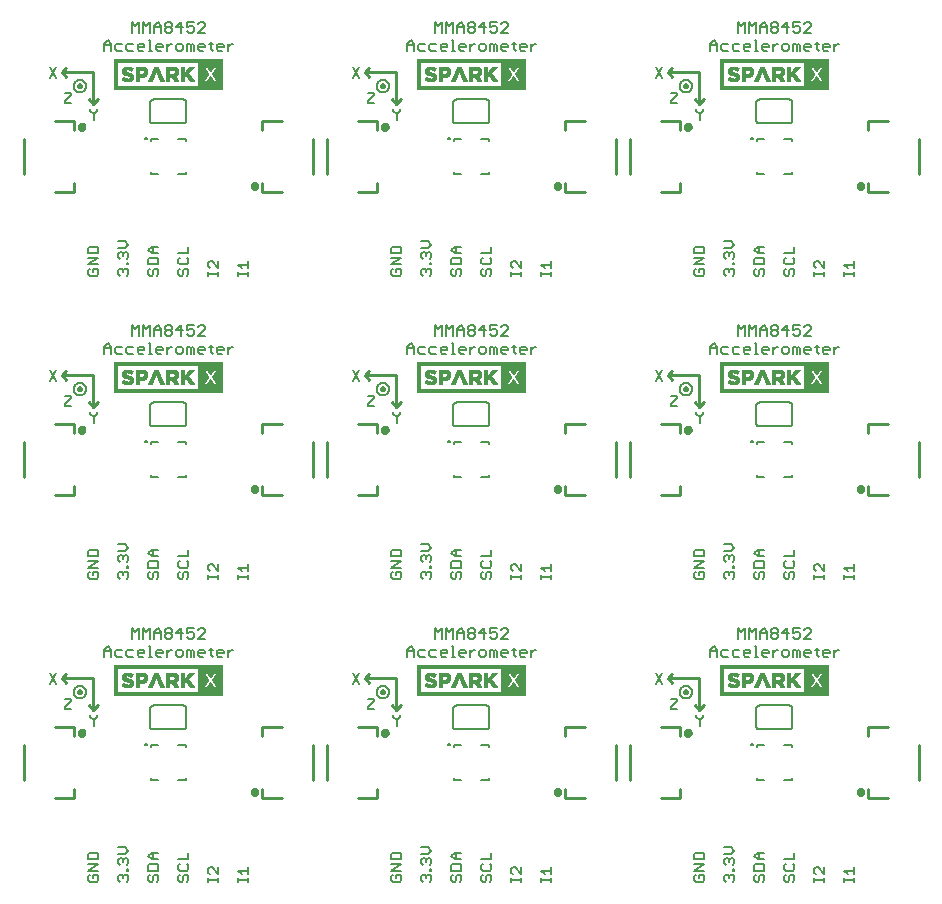
<source format=gto>
G75*
%MOIN*%
%OFA0B0*%
%FSLAX25Y25*%
%IPPOS*%
%LPD*%
%AMOC8*
5,1,8,0,0,1.08239X$1,22.5*
%
%ADD10C,0.01000*%
%ADD11C,0.00600*%
%ADD12C,0.00700*%
%ADD13C,0.01575*%
%ADD14C,0.00039*%
%ADD15C,0.00800*%
D10*
X0066640Y0073154D02*
X0073136Y0073154D01*
X0073136Y0076106D01*
X0056404Y0079059D02*
X0056404Y0090870D01*
X0066640Y0096776D02*
X0073136Y0096776D01*
X0073136Y0093823D01*
X0079514Y0102465D02*
X0078014Y0103965D01*
X0079514Y0102465D02*
X0081014Y0103965D01*
X0079514Y0102465D02*
X0079514Y0112965D01*
X0069014Y0112965D01*
X0070514Y0114465D01*
X0069014Y0112965D02*
X0070514Y0111465D01*
X0074514Y0108465D02*
X0074516Y0108509D01*
X0074522Y0108553D01*
X0074532Y0108596D01*
X0074545Y0108638D01*
X0074562Y0108679D01*
X0074583Y0108718D01*
X0074607Y0108755D01*
X0074634Y0108790D01*
X0074664Y0108822D01*
X0074697Y0108852D01*
X0074733Y0108878D01*
X0074770Y0108902D01*
X0074810Y0108921D01*
X0074851Y0108938D01*
X0074894Y0108950D01*
X0074937Y0108959D01*
X0074981Y0108964D01*
X0075025Y0108965D01*
X0075069Y0108962D01*
X0075113Y0108955D01*
X0075156Y0108944D01*
X0075198Y0108930D01*
X0075238Y0108912D01*
X0075277Y0108890D01*
X0075313Y0108866D01*
X0075347Y0108838D01*
X0075379Y0108807D01*
X0075408Y0108773D01*
X0075434Y0108737D01*
X0075456Y0108699D01*
X0075475Y0108659D01*
X0075490Y0108617D01*
X0075502Y0108575D01*
X0075510Y0108531D01*
X0075514Y0108487D01*
X0075514Y0108443D01*
X0075510Y0108399D01*
X0075502Y0108355D01*
X0075490Y0108313D01*
X0075475Y0108271D01*
X0075456Y0108231D01*
X0075434Y0108193D01*
X0075408Y0108157D01*
X0075379Y0108123D01*
X0075347Y0108092D01*
X0075313Y0108064D01*
X0075277Y0108040D01*
X0075238Y0108018D01*
X0075198Y0108000D01*
X0075156Y0107986D01*
X0075113Y0107975D01*
X0075069Y0107968D01*
X0075025Y0107965D01*
X0074981Y0107966D01*
X0074937Y0107971D01*
X0074894Y0107980D01*
X0074851Y0107992D01*
X0074810Y0108009D01*
X0074770Y0108028D01*
X0074733Y0108052D01*
X0074697Y0108078D01*
X0074664Y0108108D01*
X0074634Y0108140D01*
X0074607Y0108175D01*
X0074583Y0108212D01*
X0074562Y0108251D01*
X0074545Y0108292D01*
X0074532Y0108334D01*
X0074522Y0108377D01*
X0074516Y0108421D01*
X0074514Y0108465D01*
X0135892Y0096776D02*
X0135892Y0093823D01*
X0135892Y0096776D02*
X0142388Y0096776D01*
X0152625Y0090870D02*
X0152625Y0079059D01*
X0157409Y0079059D02*
X0157409Y0090870D01*
X0167645Y0096776D02*
X0174141Y0096776D01*
X0174141Y0093823D01*
X0180519Y0102465D02*
X0179019Y0103965D01*
X0180519Y0102465D02*
X0182019Y0103965D01*
X0180519Y0102465D02*
X0180519Y0112965D01*
X0170019Y0112965D01*
X0171519Y0114465D01*
X0170019Y0112965D02*
X0171519Y0111465D01*
X0175519Y0108465D02*
X0175521Y0108509D01*
X0175527Y0108553D01*
X0175537Y0108596D01*
X0175550Y0108638D01*
X0175567Y0108679D01*
X0175588Y0108718D01*
X0175612Y0108755D01*
X0175639Y0108790D01*
X0175669Y0108822D01*
X0175702Y0108852D01*
X0175738Y0108878D01*
X0175775Y0108902D01*
X0175815Y0108921D01*
X0175856Y0108938D01*
X0175899Y0108950D01*
X0175942Y0108959D01*
X0175986Y0108964D01*
X0176030Y0108965D01*
X0176074Y0108962D01*
X0176118Y0108955D01*
X0176161Y0108944D01*
X0176203Y0108930D01*
X0176243Y0108912D01*
X0176282Y0108890D01*
X0176318Y0108866D01*
X0176352Y0108838D01*
X0176384Y0108807D01*
X0176413Y0108773D01*
X0176439Y0108737D01*
X0176461Y0108699D01*
X0176480Y0108659D01*
X0176495Y0108617D01*
X0176507Y0108575D01*
X0176515Y0108531D01*
X0176519Y0108487D01*
X0176519Y0108443D01*
X0176515Y0108399D01*
X0176507Y0108355D01*
X0176495Y0108313D01*
X0176480Y0108271D01*
X0176461Y0108231D01*
X0176439Y0108193D01*
X0176413Y0108157D01*
X0176384Y0108123D01*
X0176352Y0108092D01*
X0176318Y0108064D01*
X0176282Y0108040D01*
X0176243Y0108018D01*
X0176203Y0108000D01*
X0176161Y0107986D01*
X0176118Y0107975D01*
X0176074Y0107968D01*
X0176030Y0107965D01*
X0175986Y0107966D01*
X0175942Y0107971D01*
X0175899Y0107980D01*
X0175856Y0107992D01*
X0175815Y0108009D01*
X0175775Y0108028D01*
X0175738Y0108052D01*
X0175702Y0108078D01*
X0175669Y0108108D01*
X0175639Y0108140D01*
X0175612Y0108175D01*
X0175588Y0108212D01*
X0175567Y0108251D01*
X0175550Y0108292D01*
X0175537Y0108334D01*
X0175527Y0108377D01*
X0175521Y0108421D01*
X0175519Y0108465D01*
X0174141Y0076106D02*
X0174141Y0073154D01*
X0167645Y0073154D01*
X0142388Y0073154D02*
X0135892Y0073154D01*
X0135892Y0076106D01*
X0236897Y0076106D02*
X0236897Y0073154D01*
X0243393Y0073154D01*
X0253629Y0079059D02*
X0253629Y0090870D01*
X0258414Y0090870D02*
X0258414Y0079059D01*
X0268650Y0073154D02*
X0275146Y0073154D01*
X0275146Y0076106D01*
X0275146Y0093823D02*
X0275146Y0096776D01*
X0268650Y0096776D01*
X0280024Y0103965D02*
X0281524Y0102465D01*
X0283024Y0103965D01*
X0281524Y0102465D02*
X0281524Y0112965D01*
X0271024Y0112965D01*
X0272524Y0114465D01*
X0271024Y0112965D02*
X0272524Y0111465D01*
X0276524Y0108465D02*
X0276526Y0108509D01*
X0276532Y0108553D01*
X0276542Y0108596D01*
X0276555Y0108638D01*
X0276572Y0108679D01*
X0276593Y0108718D01*
X0276617Y0108755D01*
X0276644Y0108790D01*
X0276674Y0108822D01*
X0276707Y0108852D01*
X0276743Y0108878D01*
X0276780Y0108902D01*
X0276820Y0108921D01*
X0276861Y0108938D01*
X0276904Y0108950D01*
X0276947Y0108959D01*
X0276991Y0108964D01*
X0277035Y0108965D01*
X0277079Y0108962D01*
X0277123Y0108955D01*
X0277166Y0108944D01*
X0277208Y0108930D01*
X0277248Y0108912D01*
X0277287Y0108890D01*
X0277323Y0108866D01*
X0277357Y0108838D01*
X0277389Y0108807D01*
X0277418Y0108773D01*
X0277444Y0108737D01*
X0277466Y0108699D01*
X0277485Y0108659D01*
X0277500Y0108617D01*
X0277512Y0108575D01*
X0277520Y0108531D01*
X0277524Y0108487D01*
X0277524Y0108443D01*
X0277520Y0108399D01*
X0277512Y0108355D01*
X0277500Y0108313D01*
X0277485Y0108271D01*
X0277466Y0108231D01*
X0277444Y0108193D01*
X0277418Y0108157D01*
X0277389Y0108123D01*
X0277357Y0108092D01*
X0277323Y0108064D01*
X0277287Y0108040D01*
X0277248Y0108018D01*
X0277208Y0108000D01*
X0277166Y0107986D01*
X0277123Y0107975D01*
X0277079Y0107968D01*
X0277035Y0107965D01*
X0276991Y0107966D01*
X0276947Y0107971D01*
X0276904Y0107980D01*
X0276861Y0107992D01*
X0276820Y0108009D01*
X0276780Y0108028D01*
X0276743Y0108052D01*
X0276707Y0108078D01*
X0276674Y0108108D01*
X0276644Y0108140D01*
X0276617Y0108175D01*
X0276593Y0108212D01*
X0276572Y0108251D01*
X0276555Y0108292D01*
X0276542Y0108334D01*
X0276532Y0108377D01*
X0276526Y0108421D01*
X0276524Y0108465D01*
X0243393Y0096776D02*
X0236897Y0096776D01*
X0236897Y0093823D01*
X0337902Y0093823D02*
X0337902Y0096776D01*
X0344398Y0096776D01*
X0354634Y0090870D02*
X0354634Y0079059D01*
X0344398Y0073154D02*
X0337902Y0073154D01*
X0337902Y0076106D01*
X0337902Y0174158D02*
X0337902Y0177111D01*
X0337902Y0174158D02*
X0344398Y0174158D01*
X0354634Y0180064D02*
X0354634Y0191875D01*
X0344398Y0197780D02*
X0337902Y0197780D01*
X0337902Y0194828D01*
X0283024Y0204969D02*
X0281524Y0203469D01*
X0280024Y0204969D01*
X0281524Y0203469D02*
X0281524Y0213969D01*
X0271024Y0213969D01*
X0272524Y0215469D01*
X0271024Y0213969D02*
X0272524Y0212469D01*
X0276524Y0209469D02*
X0276526Y0209513D01*
X0276532Y0209557D01*
X0276542Y0209600D01*
X0276555Y0209642D01*
X0276572Y0209683D01*
X0276593Y0209722D01*
X0276617Y0209759D01*
X0276644Y0209794D01*
X0276674Y0209826D01*
X0276707Y0209856D01*
X0276743Y0209882D01*
X0276780Y0209906D01*
X0276820Y0209925D01*
X0276861Y0209942D01*
X0276904Y0209954D01*
X0276947Y0209963D01*
X0276991Y0209968D01*
X0277035Y0209969D01*
X0277079Y0209966D01*
X0277123Y0209959D01*
X0277166Y0209948D01*
X0277208Y0209934D01*
X0277248Y0209916D01*
X0277287Y0209894D01*
X0277323Y0209870D01*
X0277357Y0209842D01*
X0277389Y0209811D01*
X0277418Y0209777D01*
X0277444Y0209741D01*
X0277466Y0209703D01*
X0277485Y0209663D01*
X0277500Y0209621D01*
X0277512Y0209579D01*
X0277520Y0209535D01*
X0277524Y0209491D01*
X0277524Y0209447D01*
X0277520Y0209403D01*
X0277512Y0209359D01*
X0277500Y0209317D01*
X0277485Y0209275D01*
X0277466Y0209235D01*
X0277444Y0209197D01*
X0277418Y0209161D01*
X0277389Y0209127D01*
X0277357Y0209096D01*
X0277323Y0209068D01*
X0277287Y0209044D01*
X0277248Y0209022D01*
X0277208Y0209004D01*
X0277166Y0208990D01*
X0277123Y0208979D01*
X0277079Y0208972D01*
X0277035Y0208969D01*
X0276991Y0208970D01*
X0276947Y0208975D01*
X0276904Y0208984D01*
X0276861Y0208996D01*
X0276820Y0209013D01*
X0276780Y0209032D01*
X0276743Y0209056D01*
X0276707Y0209082D01*
X0276674Y0209112D01*
X0276644Y0209144D01*
X0276617Y0209179D01*
X0276593Y0209216D01*
X0276572Y0209255D01*
X0276555Y0209296D01*
X0276542Y0209338D01*
X0276532Y0209381D01*
X0276526Y0209425D01*
X0276524Y0209469D01*
X0275146Y0197780D02*
X0268650Y0197780D01*
X0275146Y0197780D02*
X0275146Y0194828D01*
X0258414Y0191875D02*
X0258414Y0180064D01*
X0253629Y0180064D02*
X0253629Y0191875D01*
X0243393Y0197780D02*
X0236897Y0197780D01*
X0236897Y0194828D01*
X0236897Y0177111D02*
X0236897Y0174158D01*
X0243393Y0174158D01*
X0268650Y0174158D02*
X0275146Y0174158D01*
X0275146Y0177111D01*
X0182019Y0204969D02*
X0180519Y0203469D01*
X0179019Y0204969D01*
X0180519Y0203469D02*
X0180519Y0213969D01*
X0170019Y0213969D01*
X0171519Y0215469D01*
X0170019Y0213969D02*
X0171519Y0212469D01*
X0175519Y0209469D02*
X0175521Y0209513D01*
X0175527Y0209557D01*
X0175537Y0209600D01*
X0175550Y0209642D01*
X0175567Y0209683D01*
X0175588Y0209722D01*
X0175612Y0209759D01*
X0175639Y0209794D01*
X0175669Y0209826D01*
X0175702Y0209856D01*
X0175738Y0209882D01*
X0175775Y0209906D01*
X0175815Y0209925D01*
X0175856Y0209942D01*
X0175899Y0209954D01*
X0175942Y0209963D01*
X0175986Y0209968D01*
X0176030Y0209969D01*
X0176074Y0209966D01*
X0176118Y0209959D01*
X0176161Y0209948D01*
X0176203Y0209934D01*
X0176243Y0209916D01*
X0176282Y0209894D01*
X0176318Y0209870D01*
X0176352Y0209842D01*
X0176384Y0209811D01*
X0176413Y0209777D01*
X0176439Y0209741D01*
X0176461Y0209703D01*
X0176480Y0209663D01*
X0176495Y0209621D01*
X0176507Y0209579D01*
X0176515Y0209535D01*
X0176519Y0209491D01*
X0176519Y0209447D01*
X0176515Y0209403D01*
X0176507Y0209359D01*
X0176495Y0209317D01*
X0176480Y0209275D01*
X0176461Y0209235D01*
X0176439Y0209197D01*
X0176413Y0209161D01*
X0176384Y0209127D01*
X0176352Y0209096D01*
X0176318Y0209068D01*
X0176282Y0209044D01*
X0176243Y0209022D01*
X0176203Y0209004D01*
X0176161Y0208990D01*
X0176118Y0208979D01*
X0176074Y0208972D01*
X0176030Y0208969D01*
X0175986Y0208970D01*
X0175942Y0208975D01*
X0175899Y0208984D01*
X0175856Y0208996D01*
X0175815Y0209013D01*
X0175775Y0209032D01*
X0175738Y0209056D01*
X0175702Y0209082D01*
X0175669Y0209112D01*
X0175639Y0209144D01*
X0175612Y0209179D01*
X0175588Y0209216D01*
X0175567Y0209255D01*
X0175550Y0209296D01*
X0175537Y0209338D01*
X0175527Y0209381D01*
X0175521Y0209425D01*
X0175519Y0209469D01*
X0174141Y0197780D02*
X0167645Y0197780D01*
X0174141Y0197780D02*
X0174141Y0194828D01*
X0157409Y0191875D02*
X0157409Y0180064D01*
X0152625Y0180064D02*
X0152625Y0191875D01*
X0142388Y0197780D02*
X0135892Y0197780D01*
X0135892Y0194828D01*
X0135892Y0177111D02*
X0135892Y0174158D01*
X0142388Y0174158D01*
X0167645Y0174158D02*
X0174141Y0174158D01*
X0174141Y0177111D01*
X0081014Y0204969D02*
X0079514Y0203469D01*
X0078014Y0204969D01*
X0079514Y0203469D02*
X0079514Y0213969D01*
X0069014Y0213969D01*
X0070514Y0215469D01*
X0069014Y0213969D02*
X0070514Y0212469D01*
X0074514Y0209469D02*
X0074516Y0209513D01*
X0074522Y0209557D01*
X0074532Y0209600D01*
X0074545Y0209642D01*
X0074562Y0209683D01*
X0074583Y0209722D01*
X0074607Y0209759D01*
X0074634Y0209794D01*
X0074664Y0209826D01*
X0074697Y0209856D01*
X0074733Y0209882D01*
X0074770Y0209906D01*
X0074810Y0209925D01*
X0074851Y0209942D01*
X0074894Y0209954D01*
X0074937Y0209963D01*
X0074981Y0209968D01*
X0075025Y0209969D01*
X0075069Y0209966D01*
X0075113Y0209959D01*
X0075156Y0209948D01*
X0075198Y0209934D01*
X0075238Y0209916D01*
X0075277Y0209894D01*
X0075313Y0209870D01*
X0075347Y0209842D01*
X0075379Y0209811D01*
X0075408Y0209777D01*
X0075434Y0209741D01*
X0075456Y0209703D01*
X0075475Y0209663D01*
X0075490Y0209621D01*
X0075502Y0209579D01*
X0075510Y0209535D01*
X0075514Y0209491D01*
X0075514Y0209447D01*
X0075510Y0209403D01*
X0075502Y0209359D01*
X0075490Y0209317D01*
X0075475Y0209275D01*
X0075456Y0209235D01*
X0075434Y0209197D01*
X0075408Y0209161D01*
X0075379Y0209127D01*
X0075347Y0209096D01*
X0075313Y0209068D01*
X0075277Y0209044D01*
X0075238Y0209022D01*
X0075198Y0209004D01*
X0075156Y0208990D01*
X0075113Y0208979D01*
X0075069Y0208972D01*
X0075025Y0208969D01*
X0074981Y0208970D01*
X0074937Y0208975D01*
X0074894Y0208984D01*
X0074851Y0208996D01*
X0074810Y0209013D01*
X0074770Y0209032D01*
X0074733Y0209056D01*
X0074697Y0209082D01*
X0074664Y0209112D01*
X0074634Y0209144D01*
X0074607Y0209179D01*
X0074583Y0209216D01*
X0074562Y0209255D01*
X0074545Y0209296D01*
X0074532Y0209338D01*
X0074522Y0209381D01*
X0074516Y0209425D01*
X0074514Y0209469D01*
X0073136Y0197780D02*
X0066640Y0197780D01*
X0073136Y0197780D02*
X0073136Y0194828D01*
X0056404Y0191875D02*
X0056404Y0180064D01*
X0066640Y0174158D02*
X0073136Y0174158D01*
X0073136Y0177111D01*
X0073136Y0275163D02*
X0066640Y0275163D01*
X0073136Y0275163D02*
X0073136Y0278116D01*
X0056404Y0281069D02*
X0056404Y0292880D01*
X0066640Y0298785D02*
X0073136Y0298785D01*
X0073136Y0295832D01*
X0079514Y0304474D02*
X0078014Y0305974D01*
X0079514Y0304474D02*
X0081014Y0305974D01*
X0079514Y0304474D02*
X0079514Y0314974D01*
X0069014Y0314974D01*
X0070514Y0316474D01*
X0069014Y0314974D02*
X0070514Y0313474D01*
X0074514Y0310474D02*
X0074516Y0310518D01*
X0074522Y0310562D01*
X0074532Y0310605D01*
X0074545Y0310647D01*
X0074562Y0310688D01*
X0074583Y0310727D01*
X0074607Y0310764D01*
X0074634Y0310799D01*
X0074664Y0310831D01*
X0074697Y0310861D01*
X0074733Y0310887D01*
X0074770Y0310911D01*
X0074810Y0310930D01*
X0074851Y0310947D01*
X0074894Y0310959D01*
X0074937Y0310968D01*
X0074981Y0310973D01*
X0075025Y0310974D01*
X0075069Y0310971D01*
X0075113Y0310964D01*
X0075156Y0310953D01*
X0075198Y0310939D01*
X0075238Y0310921D01*
X0075277Y0310899D01*
X0075313Y0310875D01*
X0075347Y0310847D01*
X0075379Y0310816D01*
X0075408Y0310782D01*
X0075434Y0310746D01*
X0075456Y0310708D01*
X0075475Y0310668D01*
X0075490Y0310626D01*
X0075502Y0310584D01*
X0075510Y0310540D01*
X0075514Y0310496D01*
X0075514Y0310452D01*
X0075510Y0310408D01*
X0075502Y0310364D01*
X0075490Y0310322D01*
X0075475Y0310280D01*
X0075456Y0310240D01*
X0075434Y0310202D01*
X0075408Y0310166D01*
X0075379Y0310132D01*
X0075347Y0310101D01*
X0075313Y0310073D01*
X0075277Y0310049D01*
X0075238Y0310027D01*
X0075198Y0310009D01*
X0075156Y0309995D01*
X0075113Y0309984D01*
X0075069Y0309977D01*
X0075025Y0309974D01*
X0074981Y0309975D01*
X0074937Y0309980D01*
X0074894Y0309989D01*
X0074851Y0310001D01*
X0074810Y0310018D01*
X0074770Y0310037D01*
X0074733Y0310061D01*
X0074697Y0310087D01*
X0074664Y0310117D01*
X0074634Y0310149D01*
X0074607Y0310184D01*
X0074583Y0310221D01*
X0074562Y0310260D01*
X0074545Y0310301D01*
X0074532Y0310343D01*
X0074522Y0310386D01*
X0074516Y0310430D01*
X0074514Y0310474D01*
X0135892Y0298785D02*
X0135892Y0295832D01*
X0135892Y0298785D02*
X0142388Y0298785D01*
X0152625Y0292880D02*
X0152625Y0281069D01*
X0157409Y0281069D02*
X0157409Y0292880D01*
X0167645Y0298785D02*
X0174141Y0298785D01*
X0174141Y0295832D01*
X0180519Y0304474D02*
X0179019Y0305974D01*
X0180519Y0304474D02*
X0182019Y0305974D01*
X0180519Y0304474D02*
X0180519Y0314974D01*
X0170019Y0314974D01*
X0171519Y0316474D01*
X0170019Y0314974D02*
X0171519Y0313474D01*
X0175519Y0310474D02*
X0175521Y0310518D01*
X0175527Y0310562D01*
X0175537Y0310605D01*
X0175550Y0310647D01*
X0175567Y0310688D01*
X0175588Y0310727D01*
X0175612Y0310764D01*
X0175639Y0310799D01*
X0175669Y0310831D01*
X0175702Y0310861D01*
X0175738Y0310887D01*
X0175775Y0310911D01*
X0175815Y0310930D01*
X0175856Y0310947D01*
X0175899Y0310959D01*
X0175942Y0310968D01*
X0175986Y0310973D01*
X0176030Y0310974D01*
X0176074Y0310971D01*
X0176118Y0310964D01*
X0176161Y0310953D01*
X0176203Y0310939D01*
X0176243Y0310921D01*
X0176282Y0310899D01*
X0176318Y0310875D01*
X0176352Y0310847D01*
X0176384Y0310816D01*
X0176413Y0310782D01*
X0176439Y0310746D01*
X0176461Y0310708D01*
X0176480Y0310668D01*
X0176495Y0310626D01*
X0176507Y0310584D01*
X0176515Y0310540D01*
X0176519Y0310496D01*
X0176519Y0310452D01*
X0176515Y0310408D01*
X0176507Y0310364D01*
X0176495Y0310322D01*
X0176480Y0310280D01*
X0176461Y0310240D01*
X0176439Y0310202D01*
X0176413Y0310166D01*
X0176384Y0310132D01*
X0176352Y0310101D01*
X0176318Y0310073D01*
X0176282Y0310049D01*
X0176243Y0310027D01*
X0176203Y0310009D01*
X0176161Y0309995D01*
X0176118Y0309984D01*
X0176074Y0309977D01*
X0176030Y0309974D01*
X0175986Y0309975D01*
X0175942Y0309980D01*
X0175899Y0309989D01*
X0175856Y0310001D01*
X0175815Y0310018D01*
X0175775Y0310037D01*
X0175738Y0310061D01*
X0175702Y0310087D01*
X0175669Y0310117D01*
X0175639Y0310149D01*
X0175612Y0310184D01*
X0175588Y0310221D01*
X0175567Y0310260D01*
X0175550Y0310301D01*
X0175537Y0310343D01*
X0175527Y0310386D01*
X0175521Y0310430D01*
X0175519Y0310474D01*
X0174141Y0278116D02*
X0174141Y0275163D01*
X0167645Y0275163D01*
X0142388Y0275163D02*
X0135892Y0275163D01*
X0135892Y0278116D01*
X0236897Y0278116D02*
X0236897Y0275163D01*
X0243393Y0275163D01*
X0253629Y0281069D02*
X0253629Y0292880D01*
X0258414Y0292880D02*
X0258414Y0281069D01*
X0268650Y0275163D02*
X0275146Y0275163D01*
X0275146Y0278116D01*
X0275146Y0295832D02*
X0275146Y0298785D01*
X0268650Y0298785D01*
X0280024Y0305974D02*
X0281524Y0304474D01*
X0283024Y0305974D01*
X0281524Y0304474D02*
X0281524Y0314974D01*
X0271024Y0314974D01*
X0272524Y0316474D01*
X0271024Y0314974D02*
X0272524Y0313474D01*
X0276524Y0310474D02*
X0276526Y0310518D01*
X0276532Y0310562D01*
X0276542Y0310605D01*
X0276555Y0310647D01*
X0276572Y0310688D01*
X0276593Y0310727D01*
X0276617Y0310764D01*
X0276644Y0310799D01*
X0276674Y0310831D01*
X0276707Y0310861D01*
X0276743Y0310887D01*
X0276780Y0310911D01*
X0276820Y0310930D01*
X0276861Y0310947D01*
X0276904Y0310959D01*
X0276947Y0310968D01*
X0276991Y0310973D01*
X0277035Y0310974D01*
X0277079Y0310971D01*
X0277123Y0310964D01*
X0277166Y0310953D01*
X0277208Y0310939D01*
X0277248Y0310921D01*
X0277287Y0310899D01*
X0277323Y0310875D01*
X0277357Y0310847D01*
X0277389Y0310816D01*
X0277418Y0310782D01*
X0277444Y0310746D01*
X0277466Y0310708D01*
X0277485Y0310668D01*
X0277500Y0310626D01*
X0277512Y0310584D01*
X0277520Y0310540D01*
X0277524Y0310496D01*
X0277524Y0310452D01*
X0277520Y0310408D01*
X0277512Y0310364D01*
X0277500Y0310322D01*
X0277485Y0310280D01*
X0277466Y0310240D01*
X0277444Y0310202D01*
X0277418Y0310166D01*
X0277389Y0310132D01*
X0277357Y0310101D01*
X0277323Y0310073D01*
X0277287Y0310049D01*
X0277248Y0310027D01*
X0277208Y0310009D01*
X0277166Y0309995D01*
X0277123Y0309984D01*
X0277079Y0309977D01*
X0277035Y0309974D01*
X0276991Y0309975D01*
X0276947Y0309980D01*
X0276904Y0309989D01*
X0276861Y0310001D01*
X0276820Y0310018D01*
X0276780Y0310037D01*
X0276743Y0310061D01*
X0276707Y0310087D01*
X0276674Y0310117D01*
X0276644Y0310149D01*
X0276617Y0310184D01*
X0276593Y0310221D01*
X0276572Y0310260D01*
X0276555Y0310301D01*
X0276542Y0310343D01*
X0276532Y0310386D01*
X0276526Y0310430D01*
X0276524Y0310474D01*
X0243393Y0298785D02*
X0236897Y0298785D01*
X0236897Y0295832D01*
X0337902Y0295832D02*
X0337902Y0298785D01*
X0344398Y0298785D01*
X0354634Y0292880D02*
X0354634Y0281069D01*
X0344398Y0275163D02*
X0337902Y0275163D01*
X0337902Y0278116D01*
D11*
X0078379Y0045265D02*
X0077812Y0045832D01*
X0077812Y0046966D01*
X0078379Y0047533D01*
X0079513Y0047533D02*
X0079513Y0046399D01*
X0079513Y0047533D02*
X0080647Y0047533D01*
X0081214Y0046966D01*
X0081214Y0045832D01*
X0080647Y0045265D01*
X0078379Y0045265D01*
X0077812Y0048948D02*
X0081214Y0051216D01*
X0077812Y0051216D01*
X0077812Y0052631D02*
X0077812Y0054332D01*
X0078379Y0054899D01*
X0080647Y0054899D01*
X0081214Y0054332D01*
X0081214Y0052631D01*
X0077812Y0052631D01*
X0077812Y0048948D02*
X0081214Y0048948D01*
X0087812Y0046966D02*
X0088379Y0047533D01*
X0088946Y0047533D01*
X0089513Y0046966D01*
X0090080Y0047533D01*
X0090647Y0047533D01*
X0091214Y0046966D01*
X0091214Y0045832D01*
X0090647Y0045265D01*
X0089513Y0046399D02*
X0089513Y0046966D01*
X0087812Y0046966D02*
X0087812Y0045832D01*
X0088379Y0045265D01*
X0090647Y0048948D02*
X0090647Y0049515D01*
X0091214Y0049515D01*
X0091214Y0048948D01*
X0090647Y0048948D01*
X0090647Y0050789D02*
X0091214Y0051356D01*
X0091214Y0052491D01*
X0090647Y0053058D01*
X0090080Y0053058D01*
X0089513Y0052491D01*
X0089513Y0051924D01*
X0089513Y0052491D02*
X0088946Y0053058D01*
X0088379Y0053058D01*
X0087812Y0052491D01*
X0087812Y0051356D01*
X0088379Y0050789D01*
X0087812Y0054472D02*
X0090080Y0054472D01*
X0091214Y0055607D01*
X0090080Y0056741D01*
X0087812Y0056741D01*
X0097812Y0053765D02*
X0098946Y0054899D01*
X0101214Y0054899D01*
X0099513Y0054899D02*
X0099513Y0052631D01*
X0098946Y0052631D02*
X0097812Y0053765D01*
X0098946Y0052631D02*
X0101214Y0052631D01*
X0100647Y0051216D02*
X0098379Y0051216D01*
X0097812Y0050649D01*
X0097812Y0048948D01*
X0101214Y0048948D01*
X0101214Y0050649D01*
X0100647Y0051216D01*
X0100647Y0047533D02*
X0101214Y0046966D01*
X0101214Y0045832D01*
X0100647Y0045265D01*
X0099513Y0045832D02*
X0099513Y0046966D01*
X0100080Y0047533D01*
X0100647Y0047533D01*
X0099513Y0045832D02*
X0098946Y0045265D01*
X0098379Y0045265D01*
X0097812Y0045832D01*
X0097812Y0046966D01*
X0098379Y0047533D01*
X0107812Y0046966D02*
X0107812Y0045832D01*
X0108379Y0045265D01*
X0108946Y0045265D01*
X0109513Y0045832D01*
X0109513Y0046966D01*
X0110080Y0047533D01*
X0110647Y0047533D01*
X0111214Y0046966D01*
X0111214Y0045832D01*
X0110647Y0045265D01*
X0108379Y0047533D02*
X0107812Y0046966D01*
X0108379Y0048948D02*
X0110647Y0048948D01*
X0111214Y0049515D01*
X0111214Y0050649D01*
X0110647Y0051216D01*
X0111214Y0052631D02*
X0111214Y0054899D01*
X0111214Y0052631D02*
X0107812Y0052631D01*
X0108379Y0051216D02*
X0107812Y0050649D01*
X0107812Y0049515D01*
X0108379Y0048948D01*
X0117812Y0049421D02*
X0117812Y0048287D01*
X0118379Y0047720D01*
X0117812Y0046399D02*
X0117812Y0045265D01*
X0117812Y0045832D02*
X0121214Y0045832D01*
X0121214Y0045265D02*
X0121214Y0046399D01*
X0121214Y0047720D02*
X0118946Y0049989D01*
X0118379Y0049989D01*
X0117812Y0049421D01*
X0121214Y0049989D02*
X0121214Y0047720D01*
X0127812Y0048854D02*
X0131214Y0048854D01*
X0131214Y0047720D02*
X0131214Y0049989D01*
X0128946Y0047720D02*
X0127812Y0048854D01*
X0127812Y0046399D02*
X0127812Y0045265D01*
X0127812Y0045832D02*
X0131214Y0045832D01*
X0131214Y0045265D02*
X0131214Y0046399D01*
X0178816Y0045832D02*
X0179383Y0045265D01*
X0181652Y0045265D01*
X0182219Y0045832D01*
X0182219Y0046966D01*
X0181652Y0047533D01*
X0180518Y0047533D01*
X0180518Y0046399D01*
X0179383Y0047533D02*
X0178816Y0046966D01*
X0178816Y0045832D01*
X0178816Y0048948D02*
X0182219Y0051216D01*
X0178816Y0051216D01*
X0178816Y0052631D02*
X0178816Y0054332D01*
X0179383Y0054899D01*
X0181652Y0054899D01*
X0182219Y0054332D01*
X0182219Y0052631D01*
X0178816Y0052631D01*
X0178816Y0048948D02*
X0182219Y0048948D01*
X0188816Y0046966D02*
X0189383Y0047533D01*
X0189951Y0047533D01*
X0190518Y0046966D01*
X0191085Y0047533D01*
X0191652Y0047533D01*
X0192219Y0046966D01*
X0192219Y0045832D01*
X0191652Y0045265D01*
X0190518Y0046399D02*
X0190518Y0046966D01*
X0188816Y0046966D02*
X0188816Y0045832D01*
X0189383Y0045265D01*
X0191652Y0048948D02*
X0191652Y0049515D01*
X0192219Y0049515D01*
X0192219Y0048948D01*
X0191652Y0048948D01*
X0191652Y0050789D02*
X0192219Y0051356D01*
X0192219Y0052491D01*
X0191652Y0053058D01*
X0191085Y0053058D01*
X0190518Y0052491D01*
X0190518Y0051924D01*
X0190518Y0052491D02*
X0189951Y0053058D01*
X0189383Y0053058D01*
X0188816Y0052491D01*
X0188816Y0051356D01*
X0189383Y0050789D01*
X0188816Y0054472D02*
X0191085Y0054472D01*
X0192219Y0055607D01*
X0191085Y0056741D01*
X0188816Y0056741D01*
X0198816Y0053765D02*
X0199951Y0054899D01*
X0202219Y0054899D01*
X0200518Y0054899D02*
X0200518Y0052631D01*
X0199951Y0052631D02*
X0202219Y0052631D01*
X0201652Y0051216D02*
X0199383Y0051216D01*
X0198816Y0050649D01*
X0198816Y0048948D01*
X0202219Y0048948D01*
X0202219Y0050649D01*
X0201652Y0051216D01*
X0199951Y0052631D02*
X0198816Y0053765D01*
X0199383Y0047533D02*
X0198816Y0046966D01*
X0198816Y0045832D01*
X0199383Y0045265D01*
X0199951Y0045265D01*
X0200518Y0045832D01*
X0200518Y0046966D01*
X0201085Y0047533D01*
X0201652Y0047533D01*
X0202219Y0046966D01*
X0202219Y0045832D01*
X0201652Y0045265D01*
X0208816Y0045832D02*
X0209383Y0045265D01*
X0209951Y0045265D01*
X0210518Y0045832D01*
X0210518Y0046966D01*
X0211085Y0047533D01*
X0211652Y0047533D01*
X0212219Y0046966D01*
X0212219Y0045832D01*
X0211652Y0045265D01*
X0208816Y0045832D02*
X0208816Y0046966D01*
X0209383Y0047533D01*
X0209383Y0048948D02*
X0211652Y0048948D01*
X0212219Y0049515D01*
X0212219Y0050649D01*
X0211652Y0051216D01*
X0212219Y0052631D02*
X0212219Y0054899D01*
X0212219Y0052631D02*
X0208816Y0052631D01*
X0209383Y0051216D02*
X0208816Y0050649D01*
X0208816Y0049515D01*
X0209383Y0048948D01*
X0218816Y0049421D02*
X0218816Y0048287D01*
X0219383Y0047720D01*
X0218816Y0046399D02*
X0218816Y0045265D01*
X0218816Y0045832D02*
X0222219Y0045832D01*
X0222219Y0045265D02*
X0222219Y0046399D01*
X0222219Y0047720D02*
X0219951Y0049989D01*
X0219383Y0049989D01*
X0218816Y0049421D01*
X0222219Y0049989D02*
X0222219Y0047720D01*
X0228816Y0048854D02*
X0232219Y0048854D01*
X0232219Y0047720D02*
X0232219Y0049989D01*
X0229951Y0047720D02*
X0228816Y0048854D01*
X0228816Y0046399D02*
X0228816Y0045265D01*
X0228816Y0045832D02*
X0232219Y0045832D01*
X0232219Y0045265D02*
X0232219Y0046399D01*
X0279821Y0045832D02*
X0280388Y0045265D01*
X0282657Y0045265D01*
X0283224Y0045832D01*
X0283224Y0046966D01*
X0282657Y0047533D01*
X0281522Y0047533D01*
X0281522Y0046399D01*
X0280388Y0047533D02*
X0279821Y0046966D01*
X0279821Y0045832D01*
X0279821Y0048948D02*
X0283224Y0051216D01*
X0279821Y0051216D01*
X0279821Y0052631D02*
X0279821Y0054332D01*
X0280388Y0054899D01*
X0282657Y0054899D01*
X0283224Y0054332D01*
X0283224Y0052631D01*
X0279821Y0052631D01*
X0279821Y0048948D02*
X0283224Y0048948D01*
X0289821Y0046966D02*
X0290388Y0047533D01*
X0290955Y0047533D01*
X0291522Y0046966D01*
X0292090Y0047533D01*
X0292657Y0047533D01*
X0293224Y0046966D01*
X0293224Y0045832D01*
X0292657Y0045265D01*
X0291522Y0046399D02*
X0291522Y0046966D01*
X0289821Y0046966D02*
X0289821Y0045832D01*
X0290388Y0045265D01*
X0292657Y0048948D02*
X0292657Y0049515D01*
X0293224Y0049515D01*
X0293224Y0048948D01*
X0292657Y0048948D01*
X0292657Y0050789D02*
X0293224Y0051356D01*
X0293224Y0052491D01*
X0292657Y0053058D01*
X0292090Y0053058D01*
X0291522Y0052491D01*
X0291522Y0051924D01*
X0291522Y0052491D02*
X0290955Y0053058D01*
X0290388Y0053058D01*
X0289821Y0052491D01*
X0289821Y0051356D01*
X0290388Y0050789D01*
X0289821Y0054472D02*
X0292090Y0054472D01*
X0293224Y0055607D01*
X0292090Y0056741D01*
X0289821Y0056741D01*
X0299821Y0053765D02*
X0300955Y0054899D01*
X0303224Y0054899D01*
X0301522Y0054899D02*
X0301522Y0052631D01*
X0300955Y0052631D02*
X0299821Y0053765D01*
X0300955Y0052631D02*
X0303224Y0052631D01*
X0302657Y0051216D02*
X0300388Y0051216D01*
X0299821Y0050649D01*
X0299821Y0048948D01*
X0303224Y0048948D01*
X0303224Y0050649D01*
X0302657Y0051216D01*
X0302657Y0047533D02*
X0303224Y0046966D01*
X0303224Y0045832D01*
X0302657Y0045265D01*
X0301522Y0045832D02*
X0301522Y0046966D01*
X0302090Y0047533D01*
X0302657Y0047533D01*
X0301522Y0045832D02*
X0300955Y0045265D01*
X0300388Y0045265D01*
X0299821Y0045832D01*
X0299821Y0046966D01*
X0300388Y0047533D01*
X0309821Y0046966D02*
X0309821Y0045832D01*
X0310388Y0045265D01*
X0310955Y0045265D01*
X0311522Y0045832D01*
X0311522Y0046966D01*
X0312090Y0047533D01*
X0312657Y0047533D01*
X0313224Y0046966D01*
X0313224Y0045832D01*
X0312657Y0045265D01*
X0310388Y0047533D02*
X0309821Y0046966D01*
X0310388Y0048948D02*
X0312657Y0048948D01*
X0313224Y0049515D01*
X0313224Y0050649D01*
X0312657Y0051216D01*
X0313224Y0052631D02*
X0313224Y0054899D01*
X0313224Y0052631D02*
X0309821Y0052631D01*
X0310388Y0051216D02*
X0309821Y0050649D01*
X0309821Y0049515D01*
X0310388Y0048948D01*
X0319821Y0049421D02*
X0319821Y0048287D01*
X0320388Y0047720D01*
X0319821Y0046399D02*
X0319821Y0045265D01*
X0319821Y0045832D02*
X0323224Y0045832D01*
X0323224Y0045265D02*
X0323224Y0046399D01*
X0323224Y0047720D02*
X0320955Y0049989D01*
X0320388Y0049989D01*
X0319821Y0049421D01*
X0323224Y0049989D02*
X0323224Y0047720D01*
X0329821Y0048854D02*
X0333224Y0048854D01*
X0333224Y0047720D02*
X0333224Y0049989D01*
X0330955Y0047720D02*
X0329821Y0048854D01*
X0329821Y0046399D02*
X0329821Y0045265D01*
X0329821Y0045832D02*
X0333224Y0045832D01*
X0333224Y0045265D02*
X0333224Y0046399D01*
X0311524Y0095965D02*
X0301524Y0095965D01*
X0301464Y0095967D01*
X0301403Y0095972D01*
X0301344Y0095981D01*
X0301285Y0095994D01*
X0301226Y0096010D01*
X0301169Y0096030D01*
X0301114Y0096053D01*
X0301059Y0096080D01*
X0301007Y0096109D01*
X0300956Y0096142D01*
X0300907Y0096178D01*
X0300861Y0096216D01*
X0300817Y0096258D01*
X0300775Y0096302D01*
X0300737Y0096348D01*
X0300701Y0096397D01*
X0300668Y0096448D01*
X0300639Y0096500D01*
X0300612Y0096555D01*
X0300589Y0096610D01*
X0300569Y0096667D01*
X0300553Y0096726D01*
X0300540Y0096785D01*
X0300531Y0096844D01*
X0300526Y0096905D01*
X0300524Y0096965D01*
X0300524Y0102965D01*
X0300526Y0103025D01*
X0300531Y0103086D01*
X0300540Y0103145D01*
X0300553Y0103204D01*
X0300569Y0103263D01*
X0300589Y0103320D01*
X0300612Y0103375D01*
X0300639Y0103430D01*
X0300668Y0103482D01*
X0300701Y0103533D01*
X0300737Y0103582D01*
X0300775Y0103628D01*
X0300817Y0103672D01*
X0300861Y0103714D01*
X0300907Y0103752D01*
X0300956Y0103788D01*
X0301007Y0103821D01*
X0301059Y0103850D01*
X0301114Y0103877D01*
X0301169Y0103900D01*
X0301226Y0103920D01*
X0301285Y0103936D01*
X0301344Y0103949D01*
X0301403Y0103958D01*
X0301464Y0103963D01*
X0301524Y0103965D01*
X0311524Y0103965D01*
X0311584Y0103963D01*
X0311645Y0103958D01*
X0311704Y0103949D01*
X0311763Y0103936D01*
X0311822Y0103920D01*
X0311879Y0103900D01*
X0311934Y0103877D01*
X0311989Y0103850D01*
X0312041Y0103821D01*
X0312092Y0103788D01*
X0312141Y0103752D01*
X0312187Y0103714D01*
X0312231Y0103672D01*
X0312273Y0103628D01*
X0312311Y0103582D01*
X0312347Y0103533D01*
X0312380Y0103482D01*
X0312409Y0103430D01*
X0312436Y0103375D01*
X0312459Y0103320D01*
X0312479Y0103263D01*
X0312495Y0103204D01*
X0312508Y0103145D01*
X0312517Y0103086D01*
X0312522Y0103025D01*
X0312524Y0102965D01*
X0312524Y0096965D01*
X0312522Y0096905D01*
X0312517Y0096844D01*
X0312508Y0096785D01*
X0312495Y0096726D01*
X0312479Y0096667D01*
X0312459Y0096610D01*
X0312436Y0096555D01*
X0312409Y0096500D01*
X0312380Y0096448D01*
X0312347Y0096397D01*
X0312311Y0096348D01*
X0312273Y0096302D01*
X0312231Y0096258D01*
X0312187Y0096216D01*
X0312141Y0096178D01*
X0312092Y0096142D01*
X0312041Y0096109D01*
X0311989Y0096080D01*
X0311934Y0096053D01*
X0311879Y0096030D01*
X0311822Y0096010D01*
X0311763Y0095994D01*
X0311704Y0095981D01*
X0311645Y0095972D01*
X0311584Y0095967D01*
X0311524Y0095965D01*
X0310867Y0120265D02*
X0309733Y0120265D01*
X0309165Y0120832D01*
X0309165Y0121966D01*
X0309733Y0122533D01*
X0310867Y0122533D01*
X0311434Y0121966D01*
X0311434Y0120832D01*
X0310867Y0120265D01*
X0312849Y0120265D02*
X0312849Y0122533D01*
X0313416Y0122533D01*
X0313983Y0121966D01*
X0314550Y0122533D01*
X0315117Y0121966D01*
X0315117Y0120265D01*
X0313983Y0120265D02*
X0313983Y0121966D01*
X0316532Y0121966D02*
X0316532Y0120832D01*
X0317099Y0120265D01*
X0318233Y0120265D01*
X0318800Y0121399D02*
X0316532Y0121399D01*
X0316532Y0121966D02*
X0317099Y0122533D01*
X0318233Y0122533D01*
X0318800Y0121966D01*
X0318800Y0121399D01*
X0320215Y0122533D02*
X0321349Y0122533D01*
X0320782Y0123100D02*
X0320782Y0120832D01*
X0321349Y0120265D01*
X0322670Y0120832D02*
X0322670Y0121966D01*
X0323237Y0122533D01*
X0324372Y0122533D01*
X0324939Y0121966D01*
X0324939Y0121399D01*
X0322670Y0121399D01*
X0322670Y0120832D02*
X0323237Y0120265D01*
X0324372Y0120265D01*
X0326353Y0120265D02*
X0326353Y0122533D01*
X0326353Y0121399D02*
X0327488Y0122533D01*
X0328055Y0122533D01*
X0318800Y0126265D02*
X0316532Y0126265D01*
X0318800Y0128533D01*
X0318800Y0129100D01*
X0318233Y0129667D01*
X0317099Y0129667D01*
X0316532Y0129100D01*
X0315117Y0129667D02*
X0312849Y0129667D01*
X0312849Y0127966D01*
X0313983Y0128533D01*
X0314550Y0128533D01*
X0315117Y0127966D01*
X0315117Y0126832D01*
X0314550Y0126265D01*
X0313416Y0126265D01*
X0312849Y0126832D01*
X0311434Y0127966D02*
X0309165Y0127966D01*
X0310867Y0129667D01*
X0310867Y0126265D01*
X0307751Y0126832D02*
X0307184Y0126265D01*
X0306049Y0126265D01*
X0305482Y0126832D01*
X0305482Y0127399D01*
X0306049Y0127966D01*
X0307184Y0127966D01*
X0307751Y0127399D01*
X0307751Y0126832D01*
X0307184Y0127966D02*
X0307751Y0128533D01*
X0307751Y0129100D01*
X0307184Y0129667D01*
X0306049Y0129667D01*
X0305482Y0129100D01*
X0305482Y0128533D01*
X0306049Y0127966D01*
X0304068Y0127966D02*
X0301799Y0127966D01*
X0301799Y0128533D02*
X0302933Y0129667D01*
X0304068Y0128533D01*
X0304068Y0126265D01*
X0301799Y0126265D02*
X0301799Y0128533D01*
X0300385Y0129667D02*
X0300385Y0126265D01*
X0298116Y0126265D02*
X0298116Y0129667D01*
X0299250Y0128533D01*
X0300385Y0129667D01*
X0296701Y0129667D02*
X0296701Y0126265D01*
X0294433Y0126265D02*
X0294433Y0129667D01*
X0295567Y0128533D01*
X0296701Y0129667D01*
X0299958Y0123667D02*
X0300525Y0123667D01*
X0300525Y0120265D01*
X0299958Y0120265D02*
X0301092Y0120265D01*
X0302413Y0120832D02*
X0302413Y0121966D01*
X0302980Y0122533D01*
X0304114Y0122533D01*
X0304682Y0121966D01*
X0304682Y0121399D01*
X0302413Y0121399D01*
X0302413Y0120832D02*
X0302980Y0120265D01*
X0304114Y0120265D01*
X0306096Y0120265D02*
X0306096Y0122533D01*
X0306096Y0121399D02*
X0307230Y0122533D01*
X0307798Y0122533D01*
X0298543Y0121966D02*
X0298543Y0121399D01*
X0296274Y0121399D01*
X0296274Y0120832D02*
X0296274Y0121966D01*
X0296842Y0122533D01*
X0297976Y0122533D01*
X0298543Y0121966D01*
X0297976Y0120265D02*
X0296842Y0120265D01*
X0296274Y0120832D01*
X0294860Y0120265D02*
X0293158Y0120265D01*
X0292591Y0120832D01*
X0292591Y0121966D01*
X0293158Y0122533D01*
X0294860Y0122533D01*
X0291177Y0122533D02*
X0289475Y0122533D01*
X0288908Y0121966D01*
X0288908Y0120832D01*
X0289475Y0120265D01*
X0291177Y0120265D01*
X0287494Y0120265D02*
X0287494Y0122533D01*
X0286359Y0123667D01*
X0285225Y0122533D01*
X0285225Y0120265D01*
X0285225Y0121966D02*
X0287494Y0121966D01*
X0269251Y0114667D02*
X0266982Y0111265D01*
X0269251Y0111265D02*
X0266982Y0114667D01*
X0271982Y0106167D02*
X0274251Y0106167D01*
X0274251Y0105600D01*
X0271982Y0103332D01*
X0271982Y0102765D01*
X0274251Y0102765D01*
X0280482Y0100667D02*
X0280482Y0100100D01*
X0281617Y0098966D01*
X0281617Y0097265D01*
X0281617Y0098966D02*
X0282751Y0100100D01*
X0282751Y0100667D01*
X0227050Y0122533D02*
X0226483Y0122533D01*
X0225349Y0121399D01*
X0225349Y0120265D02*
X0225349Y0122533D01*
X0223934Y0121966D02*
X0223934Y0121399D01*
X0221666Y0121399D01*
X0221666Y0120832D02*
X0221666Y0121966D01*
X0222233Y0122533D01*
X0223367Y0122533D01*
X0223934Y0121966D01*
X0223367Y0120265D02*
X0222233Y0120265D01*
X0221666Y0120832D01*
X0220344Y0120265D02*
X0219777Y0120832D01*
X0219777Y0123100D01*
X0219210Y0122533D02*
X0220344Y0122533D01*
X0217796Y0121966D02*
X0217796Y0121399D01*
X0215527Y0121399D01*
X0215527Y0120832D02*
X0215527Y0121966D01*
X0216094Y0122533D01*
X0217228Y0122533D01*
X0217796Y0121966D01*
X0217228Y0120265D02*
X0216094Y0120265D01*
X0215527Y0120832D01*
X0214112Y0120265D02*
X0214112Y0121966D01*
X0213545Y0122533D01*
X0212978Y0121966D01*
X0212978Y0120265D01*
X0211844Y0120265D02*
X0211844Y0122533D01*
X0212411Y0122533D01*
X0212978Y0121966D01*
X0210429Y0121966D02*
X0210429Y0120832D01*
X0209862Y0120265D01*
X0208728Y0120265D01*
X0208161Y0120832D01*
X0208161Y0121966D01*
X0208728Y0122533D01*
X0209862Y0122533D01*
X0210429Y0121966D01*
X0206793Y0122533D02*
X0206226Y0122533D01*
X0205091Y0121399D01*
X0205091Y0120265D02*
X0205091Y0122533D01*
X0203677Y0121966D02*
X0203677Y0121399D01*
X0201408Y0121399D01*
X0201408Y0120832D02*
X0201408Y0121966D01*
X0201975Y0122533D01*
X0203110Y0122533D01*
X0203677Y0121966D01*
X0203110Y0120265D02*
X0201975Y0120265D01*
X0201408Y0120832D01*
X0200087Y0120265D02*
X0198953Y0120265D01*
X0199520Y0120265D02*
X0199520Y0123667D01*
X0198953Y0123667D01*
X0197538Y0121966D02*
X0197538Y0121399D01*
X0195270Y0121399D01*
X0195270Y0120832D02*
X0195270Y0121966D01*
X0195837Y0122533D01*
X0196971Y0122533D01*
X0197538Y0121966D01*
X0196971Y0120265D02*
X0195837Y0120265D01*
X0195270Y0120832D01*
X0193855Y0120265D02*
X0192154Y0120265D01*
X0191587Y0120832D01*
X0191587Y0121966D01*
X0192154Y0122533D01*
X0193855Y0122533D01*
X0190172Y0122533D02*
X0188471Y0122533D01*
X0187903Y0121966D01*
X0187903Y0120832D01*
X0188471Y0120265D01*
X0190172Y0120265D01*
X0186489Y0120265D02*
X0186489Y0122533D01*
X0185355Y0123667D01*
X0184220Y0122533D01*
X0184220Y0120265D01*
X0184220Y0121966D02*
X0186489Y0121966D01*
X0193428Y0126265D02*
X0193428Y0129667D01*
X0194562Y0128533D01*
X0195697Y0129667D01*
X0195697Y0126265D01*
X0197111Y0126265D02*
X0197111Y0129667D01*
X0198246Y0128533D01*
X0199380Y0129667D01*
X0199380Y0126265D01*
X0200794Y0126265D02*
X0200794Y0128533D01*
X0201929Y0129667D01*
X0203063Y0128533D01*
X0203063Y0126265D01*
X0204478Y0126832D02*
X0204478Y0127399D01*
X0205045Y0127966D01*
X0206179Y0127966D01*
X0206746Y0127399D01*
X0206746Y0126832D01*
X0206179Y0126265D01*
X0205045Y0126265D01*
X0204478Y0126832D01*
X0205045Y0127966D02*
X0204478Y0128533D01*
X0204478Y0129100D01*
X0205045Y0129667D01*
X0206179Y0129667D01*
X0206746Y0129100D01*
X0206746Y0128533D01*
X0206179Y0127966D01*
X0208161Y0127966D02*
X0210429Y0127966D01*
X0211844Y0127966D02*
X0211844Y0129667D01*
X0214112Y0129667D01*
X0213545Y0128533D02*
X0214112Y0127966D01*
X0214112Y0126832D01*
X0213545Y0126265D01*
X0212411Y0126265D01*
X0211844Y0126832D01*
X0211844Y0127966D02*
X0212978Y0128533D01*
X0213545Y0128533D01*
X0215527Y0129100D02*
X0216094Y0129667D01*
X0217228Y0129667D01*
X0217796Y0129100D01*
X0217796Y0128533D01*
X0215527Y0126265D01*
X0217796Y0126265D01*
X0209862Y0126265D02*
X0209862Y0129667D01*
X0208161Y0127966D01*
X0203063Y0127966D02*
X0200794Y0127966D01*
X0199951Y0146269D02*
X0200518Y0146836D01*
X0200518Y0147971D01*
X0201085Y0148538D01*
X0201652Y0148538D01*
X0202219Y0147971D01*
X0202219Y0146836D01*
X0201652Y0146269D01*
X0199951Y0146269D02*
X0199383Y0146269D01*
X0198816Y0146836D01*
X0198816Y0147971D01*
X0199383Y0148538D01*
X0198816Y0149952D02*
X0198816Y0151654D01*
X0199383Y0152221D01*
X0201652Y0152221D01*
X0202219Y0151654D01*
X0202219Y0149952D01*
X0198816Y0149952D01*
X0199951Y0153636D02*
X0198816Y0154770D01*
X0199951Y0155904D01*
X0202219Y0155904D01*
X0200518Y0155904D02*
X0200518Y0153636D01*
X0199951Y0153636D02*
X0202219Y0153636D01*
X0208816Y0153636D02*
X0212219Y0153636D01*
X0212219Y0155904D01*
X0211652Y0152221D02*
X0212219Y0151654D01*
X0212219Y0150520D01*
X0211652Y0149952D01*
X0209383Y0149952D01*
X0208816Y0150520D01*
X0208816Y0151654D01*
X0209383Y0152221D01*
X0209383Y0148538D02*
X0208816Y0147971D01*
X0208816Y0146836D01*
X0209383Y0146269D01*
X0209951Y0146269D01*
X0210518Y0146836D01*
X0210518Y0147971D01*
X0211085Y0148538D01*
X0211652Y0148538D01*
X0212219Y0147971D01*
X0212219Y0146836D01*
X0211652Y0146269D01*
X0218816Y0146269D02*
X0218816Y0147404D01*
X0218816Y0146836D02*
X0222219Y0146836D01*
X0222219Y0146269D02*
X0222219Y0147404D01*
X0222219Y0148725D02*
X0219951Y0150993D01*
X0219383Y0150993D01*
X0218816Y0150426D01*
X0218816Y0149292D01*
X0219383Y0148725D01*
X0222219Y0148725D02*
X0222219Y0150993D01*
X0228816Y0149859D02*
X0229951Y0148725D01*
X0228816Y0149859D02*
X0232219Y0149859D01*
X0232219Y0148725D02*
X0232219Y0150993D01*
X0232219Y0147404D02*
X0232219Y0146269D01*
X0232219Y0146836D02*
X0228816Y0146836D01*
X0228816Y0146269D02*
X0228816Y0147404D01*
X0192219Y0147971D02*
X0192219Y0146836D01*
X0191652Y0146269D01*
X0190518Y0147404D02*
X0190518Y0147971D01*
X0191085Y0148538D01*
X0191652Y0148538D01*
X0192219Y0147971D01*
X0190518Y0147971D02*
X0189951Y0148538D01*
X0189383Y0148538D01*
X0188816Y0147971D01*
X0188816Y0146836D01*
X0189383Y0146269D01*
X0191652Y0149952D02*
X0191652Y0150520D01*
X0192219Y0150520D01*
X0192219Y0149952D01*
X0191652Y0149952D01*
X0191652Y0151794D02*
X0192219Y0152361D01*
X0192219Y0153495D01*
X0191652Y0154063D01*
X0191085Y0154063D01*
X0190518Y0153495D01*
X0190518Y0152928D01*
X0190518Y0153495D02*
X0189951Y0154063D01*
X0189383Y0154063D01*
X0188816Y0153495D01*
X0188816Y0152361D01*
X0189383Y0151794D01*
X0188816Y0155477D02*
X0191085Y0155477D01*
X0192219Y0156611D01*
X0191085Y0157746D01*
X0188816Y0157746D01*
X0182219Y0155337D02*
X0181652Y0155904D01*
X0179383Y0155904D01*
X0178816Y0155337D01*
X0178816Y0153636D01*
X0182219Y0153636D01*
X0182219Y0155337D01*
X0182219Y0152221D02*
X0178816Y0152221D01*
X0178816Y0149952D02*
X0182219Y0152221D01*
X0182219Y0149952D02*
X0178816Y0149952D01*
X0179383Y0148538D02*
X0178816Y0147971D01*
X0178816Y0146836D01*
X0179383Y0146269D01*
X0181652Y0146269D01*
X0182219Y0146836D01*
X0182219Y0147971D01*
X0181652Y0148538D01*
X0180518Y0148538D01*
X0180518Y0147404D01*
X0168246Y0114667D02*
X0165978Y0111265D01*
X0168246Y0111265D02*
X0165978Y0114667D01*
X0170978Y0106167D02*
X0173246Y0106167D01*
X0173246Y0105600D01*
X0170978Y0103332D01*
X0170978Y0102765D01*
X0173246Y0102765D01*
X0179478Y0100667D02*
X0179478Y0100100D01*
X0180612Y0098966D01*
X0180612Y0097265D01*
X0180612Y0098966D02*
X0181746Y0100100D01*
X0181746Y0100667D01*
X0199519Y0102965D02*
X0199519Y0096965D01*
X0199521Y0096905D01*
X0199526Y0096844D01*
X0199535Y0096785D01*
X0199548Y0096726D01*
X0199564Y0096667D01*
X0199584Y0096610D01*
X0199607Y0096555D01*
X0199634Y0096500D01*
X0199663Y0096448D01*
X0199696Y0096397D01*
X0199732Y0096348D01*
X0199770Y0096302D01*
X0199812Y0096258D01*
X0199856Y0096216D01*
X0199902Y0096178D01*
X0199951Y0096142D01*
X0200002Y0096109D01*
X0200054Y0096080D01*
X0200109Y0096053D01*
X0200164Y0096030D01*
X0200221Y0096010D01*
X0200280Y0095994D01*
X0200339Y0095981D01*
X0200398Y0095972D01*
X0200459Y0095967D01*
X0200519Y0095965D01*
X0210519Y0095965D01*
X0210579Y0095967D01*
X0210640Y0095972D01*
X0210699Y0095981D01*
X0210758Y0095994D01*
X0210817Y0096010D01*
X0210874Y0096030D01*
X0210929Y0096053D01*
X0210984Y0096080D01*
X0211036Y0096109D01*
X0211087Y0096142D01*
X0211136Y0096178D01*
X0211182Y0096216D01*
X0211226Y0096258D01*
X0211268Y0096302D01*
X0211306Y0096348D01*
X0211342Y0096397D01*
X0211375Y0096448D01*
X0211404Y0096500D01*
X0211431Y0096555D01*
X0211454Y0096610D01*
X0211474Y0096667D01*
X0211490Y0096726D01*
X0211503Y0096785D01*
X0211512Y0096844D01*
X0211517Y0096905D01*
X0211519Y0096965D01*
X0211519Y0102965D01*
X0211517Y0103025D01*
X0211512Y0103086D01*
X0211503Y0103145D01*
X0211490Y0103204D01*
X0211474Y0103263D01*
X0211454Y0103320D01*
X0211431Y0103375D01*
X0211404Y0103430D01*
X0211375Y0103482D01*
X0211342Y0103533D01*
X0211306Y0103582D01*
X0211268Y0103628D01*
X0211226Y0103672D01*
X0211182Y0103714D01*
X0211136Y0103752D01*
X0211087Y0103788D01*
X0211036Y0103821D01*
X0210984Y0103850D01*
X0210929Y0103877D01*
X0210874Y0103900D01*
X0210817Y0103920D01*
X0210758Y0103936D01*
X0210699Y0103949D01*
X0210640Y0103958D01*
X0210579Y0103963D01*
X0210519Y0103965D01*
X0200519Y0103965D01*
X0200459Y0103963D01*
X0200398Y0103958D01*
X0200339Y0103949D01*
X0200280Y0103936D01*
X0200221Y0103920D01*
X0200164Y0103900D01*
X0200109Y0103877D01*
X0200054Y0103850D01*
X0200002Y0103821D01*
X0199951Y0103788D01*
X0199902Y0103752D01*
X0199856Y0103714D01*
X0199812Y0103672D01*
X0199770Y0103628D01*
X0199732Y0103582D01*
X0199696Y0103533D01*
X0199663Y0103482D01*
X0199634Y0103430D01*
X0199607Y0103375D01*
X0199584Y0103320D01*
X0199564Y0103263D01*
X0199548Y0103204D01*
X0199535Y0103145D01*
X0199526Y0103086D01*
X0199521Y0103025D01*
X0199519Y0102965D01*
X0131214Y0146269D02*
X0131214Y0147404D01*
X0131214Y0146836D02*
X0127812Y0146836D01*
X0127812Y0146269D02*
X0127812Y0147404D01*
X0128946Y0148725D02*
X0127812Y0149859D01*
X0131214Y0149859D01*
X0131214Y0148725D02*
X0131214Y0150993D01*
X0121214Y0150993D02*
X0121214Y0148725D01*
X0118946Y0150993D01*
X0118379Y0150993D01*
X0117812Y0150426D01*
X0117812Y0149292D01*
X0118379Y0148725D01*
X0117812Y0147404D02*
X0117812Y0146269D01*
X0117812Y0146836D02*
X0121214Y0146836D01*
X0121214Y0146269D02*
X0121214Y0147404D01*
X0111214Y0147971D02*
X0111214Y0146836D01*
X0110647Y0146269D01*
X0109513Y0146836D02*
X0109513Y0147971D01*
X0110080Y0148538D01*
X0110647Y0148538D01*
X0111214Y0147971D01*
X0109513Y0146836D02*
X0108946Y0146269D01*
X0108379Y0146269D01*
X0107812Y0146836D01*
X0107812Y0147971D01*
X0108379Y0148538D01*
X0108379Y0149952D02*
X0110647Y0149952D01*
X0111214Y0150520D01*
X0111214Y0151654D01*
X0110647Y0152221D01*
X0111214Y0153636D02*
X0107812Y0153636D01*
X0108379Y0152221D02*
X0107812Y0151654D01*
X0107812Y0150520D01*
X0108379Y0149952D01*
X0111214Y0153636D02*
X0111214Y0155904D01*
X0101214Y0155904D02*
X0098946Y0155904D01*
X0097812Y0154770D01*
X0098946Y0153636D01*
X0101214Y0153636D01*
X0100647Y0152221D02*
X0098379Y0152221D01*
X0097812Y0151654D01*
X0097812Y0149952D01*
X0101214Y0149952D01*
X0101214Y0151654D01*
X0100647Y0152221D01*
X0099513Y0153636D02*
X0099513Y0155904D01*
X0091214Y0156611D02*
X0090080Y0157746D01*
X0087812Y0157746D01*
X0087812Y0155477D02*
X0090080Y0155477D01*
X0091214Y0156611D01*
X0090647Y0154063D02*
X0091214Y0153495D01*
X0091214Y0152361D01*
X0090647Y0151794D01*
X0090647Y0150520D02*
X0091214Y0150520D01*
X0091214Y0149952D01*
X0090647Y0149952D01*
X0090647Y0150520D01*
X0090647Y0148538D02*
X0091214Y0147971D01*
X0091214Y0146836D01*
X0090647Y0146269D01*
X0089513Y0147404D02*
X0089513Y0147971D01*
X0090080Y0148538D01*
X0090647Y0148538D01*
X0089513Y0147971D02*
X0088946Y0148538D01*
X0088379Y0148538D01*
X0087812Y0147971D01*
X0087812Y0146836D01*
X0088379Y0146269D01*
X0088379Y0151794D02*
X0087812Y0152361D01*
X0087812Y0153495D01*
X0088379Y0154063D01*
X0088946Y0154063D01*
X0089513Y0153495D01*
X0090080Y0154063D01*
X0090647Y0154063D01*
X0089513Y0153495D02*
X0089513Y0152928D01*
X0097812Y0147971D02*
X0097812Y0146836D01*
X0098379Y0146269D01*
X0098946Y0146269D01*
X0099513Y0146836D01*
X0099513Y0147971D01*
X0100080Y0148538D01*
X0100647Y0148538D01*
X0101214Y0147971D01*
X0101214Y0146836D01*
X0100647Y0146269D01*
X0098379Y0148538D02*
X0097812Y0147971D01*
X0081214Y0147971D02*
X0080647Y0148538D01*
X0079513Y0148538D01*
X0079513Y0147404D01*
X0078379Y0148538D02*
X0077812Y0147971D01*
X0077812Y0146836D01*
X0078379Y0146269D01*
X0080647Y0146269D01*
X0081214Y0146836D01*
X0081214Y0147971D01*
X0081214Y0149952D02*
X0077812Y0149952D01*
X0081214Y0152221D01*
X0077812Y0152221D01*
X0077812Y0153636D02*
X0077812Y0155337D01*
X0078379Y0155904D01*
X0080647Y0155904D01*
X0081214Y0155337D01*
X0081214Y0153636D01*
X0077812Y0153636D01*
X0092423Y0129667D02*
X0093558Y0128533D01*
X0094692Y0129667D01*
X0094692Y0126265D01*
X0096107Y0126265D02*
X0096107Y0129667D01*
X0097241Y0128533D01*
X0098375Y0129667D01*
X0098375Y0126265D01*
X0099790Y0126265D02*
X0099790Y0128533D01*
X0100924Y0129667D01*
X0102058Y0128533D01*
X0102058Y0126265D01*
X0103473Y0126832D02*
X0103473Y0127399D01*
X0104040Y0127966D01*
X0105174Y0127966D01*
X0105741Y0127399D01*
X0105741Y0126832D01*
X0105174Y0126265D01*
X0104040Y0126265D01*
X0103473Y0126832D01*
X0104040Y0127966D02*
X0103473Y0128533D01*
X0103473Y0129100D01*
X0104040Y0129667D01*
X0105174Y0129667D01*
X0105741Y0129100D01*
X0105741Y0128533D01*
X0105174Y0127966D01*
X0107156Y0127966D02*
X0108857Y0129667D01*
X0108857Y0126265D01*
X0109425Y0127966D02*
X0107156Y0127966D01*
X0110839Y0127966D02*
X0110839Y0129667D01*
X0113108Y0129667D01*
X0112541Y0128533D02*
X0113108Y0127966D01*
X0113108Y0126832D01*
X0112541Y0126265D01*
X0111406Y0126265D01*
X0110839Y0126832D01*
X0110839Y0127966D02*
X0111973Y0128533D01*
X0112541Y0128533D01*
X0114522Y0129100D02*
X0115089Y0129667D01*
X0116224Y0129667D01*
X0116791Y0129100D01*
X0116791Y0128533D01*
X0114522Y0126265D01*
X0116791Y0126265D01*
X0118773Y0123100D02*
X0118773Y0120832D01*
X0119340Y0120265D01*
X0120661Y0120832D02*
X0120661Y0121966D01*
X0121228Y0122533D01*
X0122362Y0122533D01*
X0122929Y0121966D01*
X0122929Y0121399D01*
X0120661Y0121399D01*
X0120661Y0120832D02*
X0121228Y0120265D01*
X0122362Y0120265D01*
X0124344Y0120265D02*
X0124344Y0122533D01*
X0124344Y0121399D02*
X0125478Y0122533D01*
X0126045Y0122533D01*
X0119340Y0122533D02*
X0118205Y0122533D01*
X0116791Y0121966D02*
X0116791Y0121399D01*
X0114522Y0121399D01*
X0114522Y0120832D02*
X0114522Y0121966D01*
X0115089Y0122533D01*
X0116224Y0122533D01*
X0116791Y0121966D01*
X0116224Y0120265D02*
X0115089Y0120265D01*
X0114522Y0120832D01*
X0113108Y0120265D02*
X0113108Y0121966D01*
X0112541Y0122533D01*
X0111973Y0121966D01*
X0111973Y0120265D01*
X0110839Y0120265D02*
X0110839Y0122533D01*
X0111406Y0122533D01*
X0111973Y0121966D01*
X0109425Y0121966D02*
X0109425Y0120832D01*
X0108857Y0120265D01*
X0107723Y0120265D01*
X0107156Y0120832D01*
X0107156Y0121966D01*
X0107723Y0122533D01*
X0108857Y0122533D01*
X0109425Y0121966D01*
X0105788Y0122533D02*
X0105221Y0122533D01*
X0104087Y0121399D01*
X0104087Y0120265D02*
X0104087Y0122533D01*
X0102672Y0121966D02*
X0102672Y0121399D01*
X0100404Y0121399D01*
X0100404Y0120832D02*
X0100404Y0121966D01*
X0100971Y0122533D01*
X0102105Y0122533D01*
X0102672Y0121966D01*
X0102105Y0120265D02*
X0100971Y0120265D01*
X0100404Y0120832D01*
X0099082Y0120265D02*
X0097948Y0120265D01*
X0098515Y0120265D02*
X0098515Y0123667D01*
X0097948Y0123667D01*
X0096534Y0121966D02*
X0096534Y0121399D01*
X0094265Y0121399D01*
X0094265Y0120832D02*
X0094265Y0121966D01*
X0094832Y0122533D01*
X0095966Y0122533D01*
X0096534Y0121966D01*
X0095966Y0120265D02*
X0094832Y0120265D01*
X0094265Y0120832D01*
X0092850Y0120265D02*
X0091149Y0120265D01*
X0090582Y0120832D01*
X0090582Y0121966D01*
X0091149Y0122533D01*
X0092850Y0122533D01*
X0089167Y0122533D02*
X0087466Y0122533D01*
X0086899Y0121966D01*
X0086899Y0120832D01*
X0087466Y0120265D01*
X0089167Y0120265D01*
X0085484Y0120265D02*
X0085484Y0122533D01*
X0084350Y0123667D01*
X0083216Y0122533D01*
X0083216Y0120265D01*
X0083216Y0121966D02*
X0085484Y0121966D01*
X0092423Y0126265D02*
X0092423Y0129667D01*
X0099790Y0127966D02*
X0102058Y0127966D01*
X0099514Y0103965D02*
X0109514Y0103965D01*
X0109574Y0103963D01*
X0109635Y0103958D01*
X0109694Y0103949D01*
X0109753Y0103936D01*
X0109812Y0103920D01*
X0109869Y0103900D01*
X0109924Y0103877D01*
X0109979Y0103850D01*
X0110031Y0103821D01*
X0110082Y0103788D01*
X0110131Y0103752D01*
X0110177Y0103714D01*
X0110221Y0103672D01*
X0110263Y0103628D01*
X0110301Y0103582D01*
X0110337Y0103533D01*
X0110370Y0103482D01*
X0110399Y0103430D01*
X0110426Y0103375D01*
X0110449Y0103320D01*
X0110469Y0103263D01*
X0110485Y0103204D01*
X0110498Y0103145D01*
X0110507Y0103086D01*
X0110512Y0103025D01*
X0110514Y0102965D01*
X0110514Y0096965D01*
X0110512Y0096905D01*
X0110507Y0096844D01*
X0110498Y0096785D01*
X0110485Y0096726D01*
X0110469Y0096667D01*
X0110449Y0096610D01*
X0110426Y0096555D01*
X0110399Y0096500D01*
X0110370Y0096448D01*
X0110337Y0096397D01*
X0110301Y0096348D01*
X0110263Y0096302D01*
X0110221Y0096258D01*
X0110177Y0096216D01*
X0110131Y0096178D01*
X0110082Y0096142D01*
X0110031Y0096109D01*
X0109979Y0096080D01*
X0109924Y0096053D01*
X0109869Y0096030D01*
X0109812Y0096010D01*
X0109753Y0095994D01*
X0109694Y0095981D01*
X0109635Y0095972D01*
X0109574Y0095967D01*
X0109514Y0095965D01*
X0099514Y0095965D01*
X0099454Y0095967D01*
X0099393Y0095972D01*
X0099334Y0095981D01*
X0099275Y0095994D01*
X0099216Y0096010D01*
X0099159Y0096030D01*
X0099104Y0096053D01*
X0099049Y0096080D01*
X0098997Y0096109D01*
X0098946Y0096142D01*
X0098897Y0096178D01*
X0098851Y0096216D01*
X0098807Y0096258D01*
X0098765Y0096302D01*
X0098727Y0096348D01*
X0098691Y0096397D01*
X0098658Y0096448D01*
X0098629Y0096500D01*
X0098602Y0096555D01*
X0098579Y0096610D01*
X0098559Y0096667D01*
X0098543Y0096726D01*
X0098530Y0096785D01*
X0098521Y0096844D01*
X0098516Y0096905D01*
X0098514Y0096965D01*
X0098514Y0102965D01*
X0098516Y0103025D01*
X0098521Y0103086D01*
X0098530Y0103145D01*
X0098543Y0103204D01*
X0098559Y0103263D01*
X0098579Y0103320D01*
X0098602Y0103375D01*
X0098629Y0103430D01*
X0098658Y0103482D01*
X0098691Y0103533D01*
X0098727Y0103582D01*
X0098765Y0103628D01*
X0098807Y0103672D01*
X0098851Y0103714D01*
X0098897Y0103752D01*
X0098946Y0103788D01*
X0098997Y0103821D01*
X0099049Y0103850D01*
X0099104Y0103877D01*
X0099159Y0103900D01*
X0099216Y0103920D01*
X0099275Y0103936D01*
X0099334Y0103949D01*
X0099393Y0103958D01*
X0099454Y0103963D01*
X0099514Y0103965D01*
X0080741Y0100667D02*
X0080741Y0100100D01*
X0079607Y0098966D01*
X0079607Y0097265D01*
X0079607Y0098966D02*
X0078473Y0100100D01*
X0078473Y0100667D01*
X0072241Y0102765D02*
X0069973Y0102765D01*
X0069973Y0103332D01*
X0072241Y0105600D01*
X0072241Y0106167D01*
X0069973Y0106167D01*
X0067241Y0111265D02*
X0064973Y0114667D01*
X0067241Y0114667D02*
X0064973Y0111265D01*
X0079607Y0198269D02*
X0079607Y0199971D01*
X0080741Y0201105D01*
X0080741Y0201672D01*
X0079607Y0199971D02*
X0078473Y0201105D01*
X0078473Y0201672D01*
X0072241Y0203769D02*
X0069973Y0203769D01*
X0069973Y0204336D01*
X0072241Y0206605D01*
X0072241Y0207172D01*
X0069973Y0207172D01*
X0067241Y0212269D02*
X0064973Y0215672D01*
X0067241Y0215672D02*
X0064973Y0212269D01*
X0083216Y0221269D02*
X0083216Y0223538D01*
X0084350Y0224672D01*
X0085484Y0223538D01*
X0085484Y0221269D01*
X0086899Y0221836D02*
X0087466Y0221269D01*
X0089167Y0221269D01*
X0090582Y0221836D02*
X0091149Y0221269D01*
X0092850Y0221269D01*
X0094265Y0221836D02*
X0094265Y0222971D01*
X0094832Y0223538D01*
X0095966Y0223538D01*
X0096534Y0222971D01*
X0096534Y0222404D01*
X0094265Y0222404D01*
X0094265Y0221836D02*
X0094832Y0221269D01*
X0095966Y0221269D01*
X0097948Y0221269D02*
X0099082Y0221269D01*
X0098515Y0221269D02*
X0098515Y0224672D01*
X0097948Y0224672D01*
X0098375Y0227269D02*
X0098375Y0230672D01*
X0097241Y0229538D01*
X0096107Y0230672D01*
X0096107Y0227269D01*
X0094692Y0227269D02*
X0094692Y0230672D01*
X0093558Y0229538D01*
X0092423Y0230672D01*
X0092423Y0227269D01*
X0092850Y0223538D02*
X0091149Y0223538D01*
X0090582Y0222971D01*
X0090582Y0221836D01*
X0089167Y0223538D02*
X0087466Y0223538D01*
X0086899Y0222971D01*
X0086899Y0221836D01*
X0085484Y0222971D02*
X0083216Y0222971D01*
X0099790Y0227269D02*
X0099790Y0229538D01*
X0100924Y0230672D01*
X0102058Y0229538D01*
X0102058Y0227269D01*
X0103473Y0227836D02*
X0104040Y0227269D01*
X0105174Y0227269D01*
X0105741Y0227836D01*
X0105741Y0228404D01*
X0105174Y0228971D01*
X0104040Y0228971D01*
X0103473Y0229538D01*
X0103473Y0230105D01*
X0104040Y0230672D01*
X0105174Y0230672D01*
X0105741Y0230105D01*
X0105741Y0229538D01*
X0105174Y0228971D01*
X0104040Y0228971D02*
X0103473Y0228404D01*
X0103473Y0227836D01*
X0102058Y0228971D02*
X0099790Y0228971D01*
X0100971Y0223538D02*
X0102105Y0223538D01*
X0102672Y0222971D01*
X0102672Y0222404D01*
X0100404Y0222404D01*
X0100404Y0222971D02*
X0100971Y0223538D01*
X0100404Y0222971D02*
X0100404Y0221836D01*
X0100971Y0221269D01*
X0102105Y0221269D01*
X0104087Y0221269D02*
X0104087Y0223538D01*
X0105221Y0223538D02*
X0105788Y0223538D01*
X0105221Y0223538D02*
X0104087Y0222404D01*
X0107156Y0222971D02*
X0107156Y0221836D01*
X0107723Y0221269D01*
X0108857Y0221269D01*
X0109425Y0221836D01*
X0109425Y0222971D01*
X0108857Y0223538D01*
X0107723Y0223538D01*
X0107156Y0222971D01*
X0110839Y0223538D02*
X0111406Y0223538D01*
X0111973Y0222971D01*
X0112541Y0223538D01*
X0113108Y0222971D01*
X0113108Y0221269D01*
X0111973Y0221269D02*
X0111973Y0222971D01*
X0110839Y0223538D02*
X0110839Y0221269D01*
X0114522Y0221836D02*
X0114522Y0222971D01*
X0115089Y0223538D01*
X0116224Y0223538D01*
X0116791Y0222971D01*
X0116791Y0222404D01*
X0114522Y0222404D01*
X0114522Y0221836D02*
X0115089Y0221269D01*
X0116224Y0221269D01*
X0118773Y0221836D02*
X0119340Y0221269D01*
X0118773Y0221836D02*
X0118773Y0224105D01*
X0119340Y0223538D02*
X0118205Y0223538D01*
X0120661Y0222971D02*
X0121228Y0223538D01*
X0122362Y0223538D01*
X0122929Y0222971D01*
X0122929Y0222404D01*
X0120661Y0222404D01*
X0120661Y0222971D02*
X0120661Y0221836D01*
X0121228Y0221269D01*
X0122362Y0221269D01*
X0124344Y0221269D02*
X0124344Y0223538D01*
X0125478Y0223538D02*
X0126045Y0223538D01*
X0125478Y0223538D02*
X0124344Y0222404D01*
X0116791Y0227269D02*
X0114522Y0227269D01*
X0116791Y0229538D01*
X0116791Y0230105D01*
X0116224Y0230672D01*
X0115089Y0230672D01*
X0114522Y0230105D01*
X0113108Y0230672D02*
X0110839Y0230672D01*
X0110839Y0228971D01*
X0111973Y0229538D01*
X0112541Y0229538D01*
X0113108Y0228971D01*
X0113108Y0227836D01*
X0112541Y0227269D01*
X0111406Y0227269D01*
X0110839Y0227836D01*
X0109425Y0228971D02*
X0107156Y0228971D01*
X0108857Y0230672D01*
X0108857Y0227269D01*
X0108946Y0247274D02*
X0109513Y0247841D01*
X0109513Y0248975D01*
X0110080Y0249543D01*
X0110647Y0249543D01*
X0111214Y0248975D01*
X0111214Y0247841D01*
X0110647Y0247274D01*
X0108946Y0247274D02*
X0108379Y0247274D01*
X0107812Y0247841D01*
X0107812Y0248975D01*
X0108379Y0249543D01*
X0108379Y0250957D02*
X0110647Y0250957D01*
X0111214Y0251524D01*
X0111214Y0252659D01*
X0110647Y0253226D01*
X0111214Y0254640D02*
X0111214Y0256909D01*
X0111214Y0254640D02*
X0107812Y0254640D01*
X0108379Y0253226D02*
X0107812Y0252659D01*
X0107812Y0251524D01*
X0108379Y0250957D01*
X0101214Y0250957D02*
X0101214Y0252659D01*
X0100647Y0253226D01*
X0098379Y0253226D01*
X0097812Y0252659D01*
X0097812Y0250957D01*
X0101214Y0250957D01*
X0100647Y0249543D02*
X0101214Y0248975D01*
X0101214Y0247841D01*
X0100647Y0247274D01*
X0099513Y0247841D02*
X0099513Y0248975D01*
X0100080Y0249543D01*
X0100647Y0249543D01*
X0099513Y0247841D02*
X0098946Y0247274D01*
X0098379Y0247274D01*
X0097812Y0247841D01*
X0097812Y0248975D01*
X0098379Y0249543D01*
X0098946Y0254640D02*
X0097812Y0255775D01*
X0098946Y0256909D01*
X0101214Y0256909D01*
X0099513Y0256909D02*
X0099513Y0254640D01*
X0098946Y0254640D02*
X0101214Y0254640D01*
X0091214Y0254500D02*
X0091214Y0253366D01*
X0090647Y0252799D01*
X0090647Y0251524D02*
X0091214Y0251524D01*
X0091214Y0250957D01*
X0090647Y0250957D01*
X0090647Y0251524D01*
X0090647Y0249543D02*
X0091214Y0248975D01*
X0091214Y0247841D01*
X0090647Y0247274D01*
X0089513Y0248408D02*
X0089513Y0248975D01*
X0090080Y0249543D01*
X0090647Y0249543D01*
X0089513Y0248975D02*
X0088946Y0249543D01*
X0088379Y0249543D01*
X0087812Y0248975D01*
X0087812Y0247841D01*
X0088379Y0247274D01*
X0081214Y0247841D02*
X0081214Y0248975D01*
X0080647Y0249543D01*
X0079513Y0249543D01*
X0079513Y0248408D01*
X0080647Y0247274D02*
X0081214Y0247841D01*
X0080647Y0247274D02*
X0078379Y0247274D01*
X0077812Y0247841D01*
X0077812Y0248975D01*
X0078379Y0249543D01*
X0077812Y0250957D02*
X0081214Y0253226D01*
X0077812Y0253226D01*
X0077812Y0254640D02*
X0077812Y0256342D01*
X0078379Y0256909D01*
X0080647Y0256909D01*
X0081214Y0256342D01*
X0081214Y0254640D01*
X0077812Y0254640D01*
X0077812Y0250957D02*
X0081214Y0250957D01*
X0087812Y0253366D02*
X0087812Y0254500D01*
X0088379Y0255067D01*
X0088946Y0255067D01*
X0089513Y0254500D01*
X0090080Y0255067D01*
X0090647Y0255067D01*
X0091214Y0254500D01*
X0089513Y0254500D02*
X0089513Y0253933D01*
X0088379Y0252799D02*
X0087812Y0253366D01*
X0087812Y0256482D02*
X0090080Y0256482D01*
X0091214Y0257616D01*
X0090080Y0258750D01*
X0087812Y0258750D01*
X0117812Y0251431D02*
X0117812Y0250297D01*
X0118379Y0249729D01*
X0117812Y0248408D02*
X0117812Y0247274D01*
X0117812Y0247841D02*
X0121214Y0247841D01*
X0121214Y0247274D02*
X0121214Y0248408D01*
X0121214Y0249729D02*
X0118946Y0251998D01*
X0118379Y0251998D01*
X0117812Y0251431D01*
X0121214Y0251998D02*
X0121214Y0249729D01*
X0127812Y0250864D02*
X0131214Y0250864D01*
X0131214Y0251998D02*
X0131214Y0249729D01*
X0131214Y0248408D02*
X0131214Y0247274D01*
X0131214Y0247841D02*
X0127812Y0247841D01*
X0127812Y0247274D02*
X0127812Y0248408D01*
X0128946Y0249729D02*
X0127812Y0250864D01*
X0178816Y0250957D02*
X0182219Y0253226D01*
X0178816Y0253226D01*
X0178816Y0254640D02*
X0178816Y0256342D01*
X0179383Y0256909D01*
X0181652Y0256909D01*
X0182219Y0256342D01*
X0182219Y0254640D01*
X0178816Y0254640D01*
X0178816Y0250957D02*
X0182219Y0250957D01*
X0181652Y0249543D02*
X0180518Y0249543D01*
X0180518Y0248408D01*
X0181652Y0247274D02*
X0182219Y0247841D01*
X0182219Y0248975D01*
X0181652Y0249543D01*
X0179383Y0249543D02*
X0178816Y0248975D01*
X0178816Y0247841D01*
X0179383Y0247274D01*
X0181652Y0247274D01*
X0188816Y0247841D02*
X0188816Y0248975D01*
X0189383Y0249543D01*
X0189951Y0249543D01*
X0190518Y0248975D01*
X0191085Y0249543D01*
X0191652Y0249543D01*
X0192219Y0248975D01*
X0192219Y0247841D01*
X0191652Y0247274D01*
X0190518Y0248408D02*
X0190518Y0248975D01*
X0189383Y0247274D02*
X0188816Y0247841D01*
X0191652Y0250957D02*
X0191652Y0251524D01*
X0192219Y0251524D01*
X0192219Y0250957D01*
X0191652Y0250957D01*
X0191652Y0252799D02*
X0192219Y0253366D01*
X0192219Y0254500D01*
X0191652Y0255067D01*
X0191085Y0255067D01*
X0190518Y0254500D01*
X0190518Y0253933D01*
X0190518Y0254500D02*
X0189951Y0255067D01*
X0189383Y0255067D01*
X0188816Y0254500D01*
X0188816Y0253366D01*
X0189383Y0252799D01*
X0188816Y0256482D02*
X0191085Y0256482D01*
X0192219Y0257616D01*
X0191085Y0258750D01*
X0188816Y0258750D01*
X0198816Y0255775D02*
X0199951Y0254640D01*
X0202219Y0254640D01*
X0201652Y0253226D02*
X0199383Y0253226D01*
X0198816Y0252659D01*
X0198816Y0250957D01*
X0202219Y0250957D01*
X0202219Y0252659D01*
X0201652Y0253226D01*
X0200518Y0254640D02*
X0200518Y0256909D01*
X0199951Y0256909D02*
X0202219Y0256909D01*
X0199951Y0256909D02*
X0198816Y0255775D01*
X0199383Y0249543D02*
X0198816Y0248975D01*
X0198816Y0247841D01*
X0199383Y0247274D01*
X0199951Y0247274D01*
X0200518Y0247841D01*
X0200518Y0248975D01*
X0201085Y0249543D01*
X0201652Y0249543D01*
X0202219Y0248975D01*
X0202219Y0247841D01*
X0201652Y0247274D01*
X0208816Y0247841D02*
X0209383Y0247274D01*
X0209951Y0247274D01*
X0210518Y0247841D01*
X0210518Y0248975D01*
X0211085Y0249543D01*
X0211652Y0249543D01*
X0212219Y0248975D01*
X0212219Y0247841D01*
X0211652Y0247274D01*
X0208816Y0247841D02*
X0208816Y0248975D01*
X0209383Y0249543D01*
X0209383Y0250957D02*
X0211652Y0250957D01*
X0212219Y0251524D01*
X0212219Y0252659D01*
X0211652Y0253226D01*
X0212219Y0254640D02*
X0212219Y0256909D01*
X0212219Y0254640D02*
X0208816Y0254640D01*
X0209383Y0253226D02*
X0208816Y0252659D01*
X0208816Y0251524D01*
X0209383Y0250957D01*
X0218816Y0251431D02*
X0218816Y0250297D01*
X0219383Y0249729D01*
X0218816Y0248408D02*
X0218816Y0247274D01*
X0218816Y0247841D02*
X0222219Y0247841D01*
X0222219Y0247274D02*
X0222219Y0248408D01*
X0222219Y0249729D02*
X0219951Y0251998D01*
X0219383Y0251998D01*
X0218816Y0251431D01*
X0222219Y0251998D02*
X0222219Y0249729D01*
X0228816Y0250864D02*
X0232219Y0250864D01*
X0232219Y0251998D02*
X0232219Y0249729D01*
X0232219Y0248408D02*
X0232219Y0247274D01*
X0232219Y0247841D02*
X0228816Y0247841D01*
X0228816Y0247274D02*
X0228816Y0248408D01*
X0229951Y0249729D02*
X0228816Y0250864D01*
X0217228Y0230672D02*
X0216094Y0230672D01*
X0215527Y0230105D01*
X0214112Y0230672D02*
X0211844Y0230672D01*
X0211844Y0228971D01*
X0212978Y0229538D01*
X0213545Y0229538D01*
X0214112Y0228971D01*
X0214112Y0227836D01*
X0213545Y0227269D01*
X0212411Y0227269D01*
X0211844Y0227836D01*
X0210429Y0228971D02*
X0208161Y0228971D01*
X0209862Y0230672D01*
X0209862Y0227269D01*
X0206746Y0227836D02*
X0206179Y0227269D01*
X0205045Y0227269D01*
X0204478Y0227836D01*
X0204478Y0228404D01*
X0205045Y0228971D01*
X0206179Y0228971D01*
X0206746Y0228404D01*
X0206746Y0227836D01*
X0206179Y0228971D02*
X0206746Y0229538D01*
X0206746Y0230105D01*
X0206179Y0230672D01*
X0205045Y0230672D01*
X0204478Y0230105D01*
X0204478Y0229538D01*
X0205045Y0228971D01*
X0203063Y0228971D02*
X0200794Y0228971D01*
X0200794Y0229538D02*
X0201929Y0230672D01*
X0203063Y0229538D01*
X0203063Y0227269D01*
X0200794Y0227269D02*
X0200794Y0229538D01*
X0199380Y0230672D02*
X0199380Y0227269D01*
X0197111Y0227269D02*
X0197111Y0230672D01*
X0198246Y0229538D01*
X0199380Y0230672D01*
X0195697Y0230672D02*
X0195697Y0227269D01*
X0193428Y0227269D02*
X0193428Y0230672D01*
X0194562Y0229538D01*
X0195697Y0230672D01*
X0198953Y0224672D02*
X0199520Y0224672D01*
X0199520Y0221269D01*
X0198953Y0221269D02*
X0200087Y0221269D01*
X0201408Y0221836D02*
X0201408Y0222971D01*
X0201975Y0223538D01*
X0203110Y0223538D01*
X0203677Y0222971D01*
X0203677Y0222404D01*
X0201408Y0222404D01*
X0201408Y0221836D02*
X0201975Y0221269D01*
X0203110Y0221269D01*
X0205091Y0221269D02*
X0205091Y0223538D01*
X0205091Y0222404D02*
X0206226Y0223538D01*
X0206793Y0223538D01*
X0208161Y0222971D02*
X0208161Y0221836D01*
X0208728Y0221269D01*
X0209862Y0221269D01*
X0210429Y0221836D01*
X0210429Y0222971D01*
X0209862Y0223538D01*
X0208728Y0223538D01*
X0208161Y0222971D01*
X0211844Y0223538D02*
X0212411Y0223538D01*
X0212978Y0222971D01*
X0213545Y0223538D01*
X0214112Y0222971D01*
X0214112Y0221269D01*
X0212978Y0221269D02*
X0212978Y0222971D01*
X0211844Y0223538D02*
X0211844Y0221269D01*
X0215527Y0221836D02*
X0215527Y0222971D01*
X0216094Y0223538D01*
X0217228Y0223538D01*
X0217796Y0222971D01*
X0217796Y0222404D01*
X0215527Y0222404D01*
X0215527Y0221836D02*
X0216094Y0221269D01*
X0217228Y0221269D01*
X0219777Y0221836D02*
X0220344Y0221269D01*
X0219777Y0221836D02*
X0219777Y0224105D01*
X0219210Y0223538D02*
X0220344Y0223538D01*
X0221666Y0222971D02*
X0222233Y0223538D01*
X0223367Y0223538D01*
X0223934Y0222971D01*
X0223934Y0222404D01*
X0221666Y0222404D01*
X0221666Y0222971D02*
X0221666Y0221836D01*
X0222233Y0221269D01*
X0223367Y0221269D01*
X0225349Y0221269D02*
X0225349Y0223538D01*
X0225349Y0222404D02*
X0226483Y0223538D01*
X0227050Y0223538D01*
X0217796Y0227269D02*
X0215527Y0227269D01*
X0217796Y0229538D01*
X0217796Y0230105D01*
X0217228Y0230672D01*
X0197538Y0222971D02*
X0197538Y0222404D01*
X0195270Y0222404D01*
X0195270Y0222971D02*
X0195837Y0223538D01*
X0196971Y0223538D01*
X0197538Y0222971D01*
X0196971Y0221269D02*
X0195837Y0221269D01*
X0195270Y0221836D01*
X0195270Y0222971D01*
X0193855Y0223538D02*
X0192154Y0223538D01*
X0191587Y0222971D01*
X0191587Y0221836D01*
X0192154Y0221269D01*
X0193855Y0221269D01*
X0190172Y0221269D02*
X0188471Y0221269D01*
X0187903Y0221836D01*
X0187903Y0222971D01*
X0188471Y0223538D01*
X0190172Y0223538D01*
X0186489Y0223538D02*
X0185355Y0224672D01*
X0184220Y0223538D01*
X0184220Y0221269D01*
X0184220Y0222971D02*
X0186489Y0222971D01*
X0186489Y0223538D02*
X0186489Y0221269D01*
X0168246Y0215672D02*
X0165978Y0212269D01*
X0168246Y0212269D02*
X0165978Y0215672D01*
X0170978Y0207172D02*
X0173246Y0207172D01*
X0173246Y0206605D01*
X0170978Y0204336D01*
X0170978Y0203769D01*
X0173246Y0203769D01*
X0179478Y0201672D02*
X0179478Y0201105D01*
X0180612Y0199971D01*
X0180612Y0198269D01*
X0180612Y0199971D02*
X0181746Y0201105D01*
X0181746Y0201672D01*
X0199519Y0203969D02*
X0199519Y0197969D01*
X0199521Y0197909D01*
X0199526Y0197848D01*
X0199535Y0197789D01*
X0199548Y0197730D01*
X0199564Y0197671D01*
X0199584Y0197614D01*
X0199607Y0197559D01*
X0199634Y0197504D01*
X0199663Y0197452D01*
X0199696Y0197401D01*
X0199732Y0197352D01*
X0199770Y0197306D01*
X0199812Y0197262D01*
X0199856Y0197220D01*
X0199902Y0197182D01*
X0199951Y0197146D01*
X0200002Y0197113D01*
X0200054Y0197084D01*
X0200109Y0197057D01*
X0200164Y0197034D01*
X0200221Y0197014D01*
X0200280Y0196998D01*
X0200339Y0196985D01*
X0200398Y0196976D01*
X0200459Y0196971D01*
X0200519Y0196969D01*
X0210519Y0196969D01*
X0210579Y0196971D01*
X0210640Y0196976D01*
X0210699Y0196985D01*
X0210758Y0196998D01*
X0210817Y0197014D01*
X0210874Y0197034D01*
X0210929Y0197057D01*
X0210984Y0197084D01*
X0211036Y0197113D01*
X0211087Y0197146D01*
X0211136Y0197182D01*
X0211182Y0197220D01*
X0211226Y0197262D01*
X0211268Y0197306D01*
X0211306Y0197352D01*
X0211342Y0197401D01*
X0211375Y0197452D01*
X0211404Y0197504D01*
X0211431Y0197559D01*
X0211454Y0197614D01*
X0211474Y0197671D01*
X0211490Y0197730D01*
X0211503Y0197789D01*
X0211512Y0197848D01*
X0211517Y0197909D01*
X0211519Y0197969D01*
X0211519Y0203969D01*
X0211517Y0204029D01*
X0211512Y0204090D01*
X0211503Y0204149D01*
X0211490Y0204208D01*
X0211474Y0204267D01*
X0211454Y0204324D01*
X0211431Y0204379D01*
X0211404Y0204434D01*
X0211375Y0204486D01*
X0211342Y0204537D01*
X0211306Y0204586D01*
X0211268Y0204632D01*
X0211226Y0204676D01*
X0211182Y0204718D01*
X0211136Y0204756D01*
X0211087Y0204792D01*
X0211036Y0204825D01*
X0210984Y0204854D01*
X0210929Y0204881D01*
X0210874Y0204904D01*
X0210817Y0204924D01*
X0210758Y0204940D01*
X0210699Y0204953D01*
X0210640Y0204962D01*
X0210579Y0204967D01*
X0210519Y0204969D01*
X0200519Y0204969D01*
X0200459Y0204967D01*
X0200398Y0204962D01*
X0200339Y0204953D01*
X0200280Y0204940D01*
X0200221Y0204924D01*
X0200164Y0204904D01*
X0200109Y0204881D01*
X0200054Y0204854D01*
X0200002Y0204825D01*
X0199951Y0204792D01*
X0199902Y0204756D01*
X0199856Y0204718D01*
X0199812Y0204676D01*
X0199770Y0204632D01*
X0199732Y0204586D01*
X0199696Y0204537D01*
X0199663Y0204486D01*
X0199634Y0204434D01*
X0199607Y0204379D01*
X0199584Y0204324D01*
X0199564Y0204267D01*
X0199548Y0204208D01*
X0199535Y0204149D01*
X0199526Y0204090D01*
X0199521Y0204029D01*
X0199519Y0203969D01*
X0266982Y0212269D02*
X0269251Y0215672D01*
X0266982Y0215672D02*
X0269251Y0212269D01*
X0271982Y0207172D02*
X0274251Y0207172D01*
X0274251Y0206605D01*
X0271982Y0204336D01*
X0271982Y0203769D01*
X0274251Y0203769D01*
X0280482Y0201672D02*
X0280482Y0201105D01*
X0281617Y0199971D01*
X0281617Y0198269D01*
X0281617Y0199971D02*
X0282751Y0201105D01*
X0282751Y0201672D01*
X0300524Y0203969D02*
X0300524Y0197969D01*
X0300526Y0197909D01*
X0300531Y0197848D01*
X0300540Y0197789D01*
X0300553Y0197730D01*
X0300569Y0197671D01*
X0300589Y0197614D01*
X0300612Y0197559D01*
X0300639Y0197504D01*
X0300668Y0197452D01*
X0300701Y0197401D01*
X0300737Y0197352D01*
X0300775Y0197306D01*
X0300817Y0197262D01*
X0300861Y0197220D01*
X0300907Y0197182D01*
X0300956Y0197146D01*
X0301007Y0197113D01*
X0301059Y0197084D01*
X0301114Y0197057D01*
X0301169Y0197034D01*
X0301226Y0197014D01*
X0301285Y0196998D01*
X0301344Y0196985D01*
X0301403Y0196976D01*
X0301464Y0196971D01*
X0301524Y0196969D01*
X0311524Y0196969D01*
X0311584Y0196971D01*
X0311645Y0196976D01*
X0311704Y0196985D01*
X0311763Y0196998D01*
X0311822Y0197014D01*
X0311879Y0197034D01*
X0311934Y0197057D01*
X0311989Y0197084D01*
X0312041Y0197113D01*
X0312092Y0197146D01*
X0312141Y0197182D01*
X0312187Y0197220D01*
X0312231Y0197262D01*
X0312273Y0197306D01*
X0312311Y0197352D01*
X0312347Y0197401D01*
X0312380Y0197452D01*
X0312409Y0197504D01*
X0312436Y0197559D01*
X0312459Y0197614D01*
X0312479Y0197671D01*
X0312495Y0197730D01*
X0312508Y0197789D01*
X0312517Y0197848D01*
X0312522Y0197909D01*
X0312524Y0197969D01*
X0312524Y0203969D01*
X0312522Y0204029D01*
X0312517Y0204090D01*
X0312508Y0204149D01*
X0312495Y0204208D01*
X0312479Y0204267D01*
X0312459Y0204324D01*
X0312436Y0204379D01*
X0312409Y0204434D01*
X0312380Y0204486D01*
X0312347Y0204537D01*
X0312311Y0204586D01*
X0312273Y0204632D01*
X0312231Y0204676D01*
X0312187Y0204718D01*
X0312141Y0204756D01*
X0312092Y0204792D01*
X0312041Y0204825D01*
X0311989Y0204854D01*
X0311934Y0204881D01*
X0311879Y0204904D01*
X0311822Y0204924D01*
X0311763Y0204940D01*
X0311704Y0204953D01*
X0311645Y0204962D01*
X0311584Y0204967D01*
X0311524Y0204969D01*
X0301524Y0204969D01*
X0301464Y0204967D01*
X0301403Y0204962D01*
X0301344Y0204953D01*
X0301285Y0204940D01*
X0301226Y0204924D01*
X0301169Y0204904D01*
X0301114Y0204881D01*
X0301059Y0204854D01*
X0301007Y0204825D01*
X0300956Y0204792D01*
X0300907Y0204756D01*
X0300861Y0204718D01*
X0300817Y0204676D01*
X0300775Y0204632D01*
X0300737Y0204586D01*
X0300701Y0204537D01*
X0300668Y0204486D01*
X0300639Y0204434D01*
X0300612Y0204379D01*
X0300589Y0204324D01*
X0300569Y0204267D01*
X0300553Y0204208D01*
X0300540Y0204149D01*
X0300531Y0204090D01*
X0300526Y0204029D01*
X0300524Y0203969D01*
X0300525Y0221269D02*
X0300525Y0224672D01*
X0299958Y0224672D01*
X0298543Y0222971D02*
X0298543Y0222404D01*
X0296274Y0222404D01*
X0296274Y0222971D02*
X0296842Y0223538D01*
X0297976Y0223538D01*
X0298543Y0222971D01*
X0297976Y0221269D02*
X0296842Y0221269D01*
X0296274Y0221836D01*
X0296274Y0222971D01*
X0294860Y0223538D02*
X0293158Y0223538D01*
X0292591Y0222971D01*
X0292591Y0221836D01*
X0293158Y0221269D01*
X0294860Y0221269D01*
X0291177Y0221269D02*
X0289475Y0221269D01*
X0288908Y0221836D01*
X0288908Y0222971D01*
X0289475Y0223538D01*
X0291177Y0223538D01*
X0287494Y0223538D02*
X0286359Y0224672D01*
X0285225Y0223538D01*
X0285225Y0221269D01*
X0285225Y0222971D02*
X0287494Y0222971D01*
X0287494Y0223538D02*
X0287494Y0221269D01*
X0294433Y0227269D02*
X0294433Y0230672D01*
X0295567Y0229538D01*
X0296701Y0230672D01*
X0296701Y0227269D01*
X0298116Y0227269D02*
X0298116Y0230672D01*
X0299250Y0229538D01*
X0300385Y0230672D01*
X0300385Y0227269D01*
X0301799Y0227269D02*
X0301799Y0229538D01*
X0302933Y0230672D01*
X0304068Y0229538D01*
X0304068Y0227269D01*
X0305482Y0227836D02*
X0305482Y0228404D01*
X0306049Y0228971D01*
X0307184Y0228971D01*
X0307751Y0228404D01*
X0307751Y0227836D01*
X0307184Y0227269D01*
X0306049Y0227269D01*
X0305482Y0227836D01*
X0306049Y0228971D02*
X0305482Y0229538D01*
X0305482Y0230105D01*
X0306049Y0230672D01*
X0307184Y0230672D01*
X0307751Y0230105D01*
X0307751Y0229538D01*
X0307184Y0228971D01*
X0309165Y0228971D02*
X0311434Y0228971D01*
X0312849Y0228971D02*
X0313983Y0229538D01*
X0314550Y0229538D01*
X0315117Y0228971D01*
X0315117Y0227836D01*
X0314550Y0227269D01*
X0313416Y0227269D01*
X0312849Y0227836D01*
X0312849Y0228971D02*
X0312849Y0230672D01*
X0315117Y0230672D01*
X0316532Y0230105D02*
X0317099Y0230672D01*
X0318233Y0230672D01*
X0318800Y0230105D01*
X0318800Y0229538D01*
X0316532Y0227269D01*
X0318800Y0227269D01*
X0320782Y0224105D02*
X0320782Y0221836D01*
X0321349Y0221269D01*
X0322670Y0221836D02*
X0322670Y0222971D01*
X0323237Y0223538D01*
X0324372Y0223538D01*
X0324939Y0222971D01*
X0324939Y0222404D01*
X0322670Y0222404D01*
X0322670Y0221836D02*
X0323237Y0221269D01*
X0324372Y0221269D01*
X0326353Y0221269D02*
X0326353Y0223538D01*
X0326353Y0222404D02*
X0327488Y0223538D01*
X0328055Y0223538D01*
X0321349Y0223538D02*
X0320215Y0223538D01*
X0318800Y0222971D02*
X0318800Y0222404D01*
X0316532Y0222404D01*
X0316532Y0222971D02*
X0317099Y0223538D01*
X0318233Y0223538D01*
X0318800Y0222971D01*
X0318233Y0221269D02*
X0317099Y0221269D01*
X0316532Y0221836D01*
X0316532Y0222971D01*
X0315117Y0222971D02*
X0315117Y0221269D01*
X0313983Y0221269D02*
X0313983Y0222971D01*
X0314550Y0223538D01*
X0315117Y0222971D01*
X0313983Y0222971D02*
X0313416Y0223538D01*
X0312849Y0223538D01*
X0312849Y0221269D01*
X0311434Y0221836D02*
X0311434Y0222971D01*
X0310867Y0223538D01*
X0309733Y0223538D01*
X0309165Y0222971D01*
X0309165Y0221836D01*
X0309733Y0221269D01*
X0310867Y0221269D01*
X0311434Y0221836D01*
X0307798Y0223538D02*
X0307230Y0223538D01*
X0306096Y0222404D01*
X0306096Y0223538D02*
X0306096Y0221269D01*
X0304682Y0222404D02*
X0302413Y0222404D01*
X0302413Y0222971D02*
X0302980Y0223538D01*
X0304114Y0223538D01*
X0304682Y0222971D01*
X0304682Y0222404D01*
X0304114Y0221269D02*
X0302980Y0221269D01*
X0302413Y0221836D01*
X0302413Y0222971D01*
X0301092Y0221269D02*
X0299958Y0221269D01*
X0301799Y0228971D02*
X0304068Y0228971D01*
X0309165Y0228971D02*
X0310867Y0230672D01*
X0310867Y0227269D01*
X0310955Y0247274D02*
X0310388Y0247274D01*
X0309821Y0247841D01*
X0309821Y0248975D01*
X0310388Y0249543D01*
X0311522Y0248975D02*
X0312090Y0249543D01*
X0312657Y0249543D01*
X0313224Y0248975D01*
X0313224Y0247841D01*
X0312657Y0247274D01*
X0311522Y0247841D02*
X0310955Y0247274D01*
X0311522Y0247841D02*
X0311522Y0248975D01*
X0310388Y0250957D02*
X0312657Y0250957D01*
X0313224Y0251524D01*
X0313224Y0252659D01*
X0312657Y0253226D01*
X0313224Y0254640D02*
X0313224Y0256909D01*
X0313224Y0254640D02*
X0309821Y0254640D01*
X0310388Y0253226D02*
X0309821Y0252659D01*
X0309821Y0251524D01*
X0310388Y0250957D01*
X0303224Y0250957D02*
X0303224Y0252659D01*
X0302657Y0253226D01*
X0300388Y0253226D01*
X0299821Y0252659D01*
X0299821Y0250957D01*
X0303224Y0250957D01*
X0302657Y0249543D02*
X0303224Y0248975D01*
X0303224Y0247841D01*
X0302657Y0247274D01*
X0301522Y0247841D02*
X0300955Y0247274D01*
X0300388Y0247274D01*
X0299821Y0247841D01*
X0299821Y0248975D01*
X0300388Y0249543D01*
X0301522Y0248975D02*
X0302090Y0249543D01*
X0302657Y0249543D01*
X0301522Y0248975D02*
X0301522Y0247841D01*
X0301522Y0254640D02*
X0301522Y0256909D01*
X0300955Y0256909D02*
X0303224Y0256909D01*
X0303224Y0254640D02*
X0300955Y0254640D01*
X0299821Y0255775D01*
X0300955Y0256909D01*
X0293224Y0257616D02*
X0292090Y0258750D01*
X0289821Y0258750D01*
X0289821Y0256482D02*
X0292090Y0256482D01*
X0293224Y0257616D01*
X0292657Y0255067D02*
X0293224Y0254500D01*
X0293224Y0253366D01*
X0292657Y0252799D01*
X0292657Y0251524D02*
X0293224Y0251524D01*
X0293224Y0250957D01*
X0292657Y0250957D01*
X0292657Y0251524D01*
X0292657Y0249543D02*
X0293224Y0248975D01*
X0293224Y0247841D01*
X0292657Y0247274D01*
X0291522Y0248408D02*
X0291522Y0248975D01*
X0292090Y0249543D01*
X0292657Y0249543D01*
X0291522Y0248975D02*
X0290955Y0249543D01*
X0290388Y0249543D01*
X0289821Y0248975D01*
X0289821Y0247841D01*
X0290388Y0247274D01*
X0290388Y0252799D02*
X0289821Y0253366D01*
X0289821Y0254500D01*
X0290388Y0255067D01*
X0290955Y0255067D01*
X0291522Y0254500D01*
X0292090Y0255067D01*
X0292657Y0255067D01*
X0291522Y0254500D02*
X0291522Y0253933D01*
X0283224Y0253226D02*
X0279821Y0250957D01*
X0283224Y0250957D01*
X0282657Y0249543D02*
X0281522Y0249543D01*
X0281522Y0248408D01*
X0280388Y0247274D02*
X0279821Y0247841D01*
X0279821Y0248975D01*
X0280388Y0249543D01*
X0282657Y0249543D02*
X0283224Y0248975D01*
X0283224Y0247841D01*
X0282657Y0247274D01*
X0280388Y0247274D01*
X0279821Y0253226D02*
X0283224Y0253226D01*
X0283224Y0254640D02*
X0283224Y0256342D01*
X0282657Y0256909D01*
X0280388Y0256909D01*
X0279821Y0256342D01*
X0279821Y0254640D01*
X0283224Y0254640D01*
X0319821Y0251431D02*
X0319821Y0250297D01*
X0320388Y0249729D01*
X0319821Y0248408D02*
X0319821Y0247274D01*
X0319821Y0247841D02*
X0323224Y0247841D01*
X0323224Y0247274D02*
X0323224Y0248408D01*
X0323224Y0249729D02*
X0320955Y0251998D01*
X0320388Y0251998D01*
X0319821Y0251431D01*
X0323224Y0251998D02*
X0323224Y0249729D01*
X0329821Y0250864D02*
X0333224Y0250864D01*
X0333224Y0251998D02*
X0333224Y0249729D01*
X0333224Y0248408D02*
X0333224Y0247274D01*
X0333224Y0247841D02*
X0329821Y0247841D01*
X0329821Y0247274D02*
X0329821Y0248408D01*
X0330955Y0249729D02*
X0329821Y0250864D01*
X0311524Y0297974D02*
X0301524Y0297974D01*
X0301464Y0297976D01*
X0301403Y0297981D01*
X0301344Y0297990D01*
X0301285Y0298003D01*
X0301226Y0298019D01*
X0301169Y0298039D01*
X0301114Y0298062D01*
X0301059Y0298089D01*
X0301007Y0298118D01*
X0300956Y0298151D01*
X0300907Y0298187D01*
X0300861Y0298225D01*
X0300817Y0298267D01*
X0300775Y0298311D01*
X0300737Y0298357D01*
X0300701Y0298406D01*
X0300668Y0298457D01*
X0300639Y0298509D01*
X0300612Y0298564D01*
X0300589Y0298619D01*
X0300569Y0298676D01*
X0300553Y0298735D01*
X0300540Y0298794D01*
X0300531Y0298853D01*
X0300526Y0298914D01*
X0300524Y0298974D01*
X0300524Y0304974D01*
X0300526Y0305034D01*
X0300531Y0305095D01*
X0300540Y0305154D01*
X0300553Y0305213D01*
X0300569Y0305272D01*
X0300589Y0305329D01*
X0300612Y0305384D01*
X0300639Y0305439D01*
X0300668Y0305491D01*
X0300701Y0305542D01*
X0300737Y0305591D01*
X0300775Y0305637D01*
X0300817Y0305681D01*
X0300861Y0305723D01*
X0300907Y0305761D01*
X0300956Y0305797D01*
X0301007Y0305830D01*
X0301059Y0305859D01*
X0301114Y0305886D01*
X0301169Y0305909D01*
X0301226Y0305929D01*
X0301285Y0305945D01*
X0301344Y0305958D01*
X0301403Y0305967D01*
X0301464Y0305972D01*
X0301524Y0305974D01*
X0311524Y0305974D01*
X0311584Y0305972D01*
X0311645Y0305967D01*
X0311704Y0305958D01*
X0311763Y0305945D01*
X0311822Y0305929D01*
X0311879Y0305909D01*
X0311934Y0305886D01*
X0311989Y0305859D01*
X0312041Y0305830D01*
X0312092Y0305797D01*
X0312141Y0305761D01*
X0312187Y0305723D01*
X0312231Y0305681D01*
X0312273Y0305637D01*
X0312311Y0305591D01*
X0312347Y0305542D01*
X0312380Y0305491D01*
X0312409Y0305439D01*
X0312436Y0305384D01*
X0312459Y0305329D01*
X0312479Y0305272D01*
X0312495Y0305213D01*
X0312508Y0305154D01*
X0312517Y0305095D01*
X0312522Y0305034D01*
X0312524Y0304974D01*
X0312524Y0298974D01*
X0312522Y0298914D01*
X0312517Y0298853D01*
X0312508Y0298794D01*
X0312495Y0298735D01*
X0312479Y0298676D01*
X0312459Y0298619D01*
X0312436Y0298564D01*
X0312409Y0298509D01*
X0312380Y0298457D01*
X0312347Y0298406D01*
X0312311Y0298357D01*
X0312273Y0298311D01*
X0312231Y0298267D01*
X0312187Y0298225D01*
X0312141Y0298187D01*
X0312092Y0298151D01*
X0312041Y0298118D01*
X0311989Y0298089D01*
X0311934Y0298062D01*
X0311879Y0298039D01*
X0311822Y0298019D01*
X0311763Y0298003D01*
X0311704Y0297990D01*
X0311645Y0297981D01*
X0311584Y0297976D01*
X0311524Y0297974D01*
X0282751Y0302110D02*
X0282751Y0302677D01*
X0282751Y0302110D02*
X0281617Y0300975D01*
X0281617Y0299274D01*
X0281617Y0300975D02*
X0280482Y0302110D01*
X0280482Y0302677D01*
X0274251Y0304774D02*
X0271982Y0304774D01*
X0271982Y0305341D01*
X0274251Y0307610D01*
X0274251Y0308177D01*
X0271982Y0308177D01*
X0269251Y0313274D02*
X0266982Y0316677D01*
X0269251Y0316677D02*
X0266982Y0313274D01*
X0285225Y0322274D02*
X0285225Y0324543D01*
X0286359Y0325677D01*
X0287494Y0324543D01*
X0287494Y0322274D01*
X0288908Y0322841D02*
X0289475Y0322274D01*
X0291177Y0322274D01*
X0292591Y0322841D02*
X0293158Y0322274D01*
X0294860Y0322274D01*
X0296274Y0322841D02*
X0296274Y0323975D01*
X0296842Y0324543D01*
X0297976Y0324543D01*
X0298543Y0323975D01*
X0298543Y0323408D01*
X0296274Y0323408D01*
X0296274Y0322841D02*
X0296842Y0322274D01*
X0297976Y0322274D01*
X0299958Y0322274D02*
X0301092Y0322274D01*
X0300525Y0322274D02*
X0300525Y0325677D01*
X0299958Y0325677D01*
X0300385Y0328274D02*
X0300385Y0331677D01*
X0299250Y0330543D01*
X0298116Y0331677D01*
X0298116Y0328274D01*
X0296701Y0328274D02*
X0296701Y0331677D01*
X0295567Y0330543D01*
X0294433Y0331677D01*
X0294433Y0328274D01*
X0294860Y0324543D02*
X0293158Y0324543D01*
X0292591Y0323975D01*
X0292591Y0322841D01*
X0291177Y0324543D02*
X0289475Y0324543D01*
X0288908Y0323975D01*
X0288908Y0322841D01*
X0287494Y0323975D02*
X0285225Y0323975D01*
X0301799Y0328274D02*
X0301799Y0330543D01*
X0302933Y0331677D01*
X0304068Y0330543D01*
X0304068Y0328274D01*
X0305482Y0328841D02*
X0305482Y0329408D01*
X0306049Y0329975D01*
X0307184Y0329975D01*
X0307751Y0329408D01*
X0307751Y0328841D01*
X0307184Y0328274D01*
X0306049Y0328274D01*
X0305482Y0328841D01*
X0306049Y0329975D02*
X0305482Y0330543D01*
X0305482Y0331110D01*
X0306049Y0331677D01*
X0307184Y0331677D01*
X0307751Y0331110D01*
X0307751Y0330543D01*
X0307184Y0329975D01*
X0309165Y0329975D02*
X0311434Y0329975D01*
X0312849Y0329975D02*
X0313983Y0330543D01*
X0314550Y0330543D01*
X0315117Y0329975D01*
X0315117Y0328841D01*
X0314550Y0328274D01*
X0313416Y0328274D01*
X0312849Y0328841D01*
X0312849Y0329975D02*
X0312849Y0331677D01*
X0315117Y0331677D01*
X0316532Y0331110D02*
X0317099Y0331677D01*
X0318233Y0331677D01*
X0318800Y0331110D01*
X0318800Y0330543D01*
X0316532Y0328274D01*
X0318800Y0328274D01*
X0320782Y0325110D02*
X0320782Y0322841D01*
X0321349Y0322274D01*
X0322670Y0322841D02*
X0322670Y0323975D01*
X0323237Y0324543D01*
X0324372Y0324543D01*
X0324939Y0323975D01*
X0324939Y0323408D01*
X0322670Y0323408D01*
X0322670Y0322841D02*
X0323237Y0322274D01*
X0324372Y0322274D01*
X0326353Y0322274D02*
X0326353Y0324543D01*
X0326353Y0323408D02*
X0327488Y0324543D01*
X0328055Y0324543D01*
X0321349Y0324543D02*
X0320215Y0324543D01*
X0318800Y0323975D02*
X0318800Y0323408D01*
X0316532Y0323408D01*
X0316532Y0322841D02*
X0316532Y0323975D01*
X0317099Y0324543D01*
X0318233Y0324543D01*
X0318800Y0323975D01*
X0318233Y0322274D02*
X0317099Y0322274D01*
X0316532Y0322841D01*
X0315117Y0322274D02*
X0315117Y0323975D01*
X0314550Y0324543D01*
X0313983Y0323975D01*
X0313983Y0322274D01*
X0312849Y0322274D02*
X0312849Y0324543D01*
X0313416Y0324543D01*
X0313983Y0323975D01*
X0311434Y0323975D02*
X0310867Y0324543D01*
X0309733Y0324543D01*
X0309165Y0323975D01*
X0309165Y0322841D01*
X0309733Y0322274D01*
X0310867Y0322274D01*
X0311434Y0322841D01*
X0311434Y0323975D01*
X0307798Y0324543D02*
X0307230Y0324543D01*
X0306096Y0323408D01*
X0306096Y0322274D02*
X0306096Y0324543D01*
X0304682Y0323975D02*
X0304682Y0323408D01*
X0302413Y0323408D01*
X0302413Y0322841D02*
X0302413Y0323975D01*
X0302980Y0324543D01*
X0304114Y0324543D01*
X0304682Y0323975D01*
X0304114Y0322274D02*
X0302980Y0322274D01*
X0302413Y0322841D01*
X0301799Y0329975D02*
X0304068Y0329975D01*
X0309165Y0329975D02*
X0310867Y0331677D01*
X0310867Y0328274D01*
X0227050Y0324543D02*
X0226483Y0324543D01*
X0225349Y0323408D01*
X0225349Y0322274D02*
X0225349Y0324543D01*
X0223934Y0323975D02*
X0223934Y0323408D01*
X0221666Y0323408D01*
X0221666Y0322841D02*
X0221666Y0323975D01*
X0222233Y0324543D01*
X0223367Y0324543D01*
X0223934Y0323975D01*
X0223367Y0322274D02*
X0222233Y0322274D01*
X0221666Y0322841D01*
X0220344Y0322274D02*
X0219777Y0322841D01*
X0219777Y0325110D01*
X0219210Y0324543D02*
X0220344Y0324543D01*
X0217796Y0323975D02*
X0217796Y0323408D01*
X0215527Y0323408D01*
X0215527Y0322841D02*
X0215527Y0323975D01*
X0216094Y0324543D01*
X0217228Y0324543D01*
X0217796Y0323975D01*
X0217228Y0322274D02*
X0216094Y0322274D01*
X0215527Y0322841D01*
X0214112Y0322274D02*
X0214112Y0323975D01*
X0213545Y0324543D01*
X0212978Y0323975D01*
X0212978Y0322274D01*
X0211844Y0322274D02*
X0211844Y0324543D01*
X0212411Y0324543D01*
X0212978Y0323975D01*
X0210429Y0323975D02*
X0209862Y0324543D01*
X0208728Y0324543D01*
X0208161Y0323975D01*
X0208161Y0322841D01*
X0208728Y0322274D01*
X0209862Y0322274D01*
X0210429Y0322841D01*
X0210429Y0323975D01*
X0206793Y0324543D02*
X0206226Y0324543D01*
X0205091Y0323408D01*
X0205091Y0322274D02*
X0205091Y0324543D01*
X0203677Y0323975D02*
X0203677Y0323408D01*
X0201408Y0323408D01*
X0201408Y0322841D02*
X0201408Y0323975D01*
X0201975Y0324543D01*
X0203110Y0324543D01*
X0203677Y0323975D01*
X0203110Y0322274D02*
X0201975Y0322274D01*
X0201408Y0322841D01*
X0200087Y0322274D02*
X0198953Y0322274D01*
X0199520Y0322274D02*
X0199520Y0325677D01*
X0198953Y0325677D01*
X0197538Y0323975D02*
X0197538Y0323408D01*
X0195270Y0323408D01*
X0195270Y0322841D02*
X0195270Y0323975D01*
X0195837Y0324543D01*
X0196971Y0324543D01*
X0197538Y0323975D01*
X0196971Y0322274D02*
X0195837Y0322274D01*
X0195270Y0322841D01*
X0193855Y0322274D02*
X0192154Y0322274D01*
X0191587Y0322841D01*
X0191587Y0323975D01*
X0192154Y0324543D01*
X0193855Y0324543D01*
X0190172Y0324543D02*
X0188471Y0324543D01*
X0187903Y0323975D01*
X0187903Y0322841D01*
X0188471Y0322274D01*
X0190172Y0322274D01*
X0186489Y0322274D02*
X0186489Y0324543D01*
X0185355Y0325677D01*
X0184220Y0324543D01*
X0184220Y0322274D01*
X0184220Y0323975D02*
X0186489Y0323975D01*
X0193428Y0328274D02*
X0193428Y0331677D01*
X0194562Y0330543D01*
X0195697Y0331677D01*
X0195697Y0328274D01*
X0197111Y0328274D02*
X0197111Y0331677D01*
X0198246Y0330543D01*
X0199380Y0331677D01*
X0199380Y0328274D01*
X0200794Y0328274D02*
X0200794Y0330543D01*
X0201929Y0331677D01*
X0203063Y0330543D01*
X0203063Y0328274D01*
X0204478Y0328841D02*
X0204478Y0329408D01*
X0205045Y0329975D01*
X0206179Y0329975D01*
X0206746Y0329408D01*
X0206746Y0328841D01*
X0206179Y0328274D01*
X0205045Y0328274D01*
X0204478Y0328841D01*
X0205045Y0329975D02*
X0204478Y0330543D01*
X0204478Y0331110D01*
X0205045Y0331677D01*
X0206179Y0331677D01*
X0206746Y0331110D01*
X0206746Y0330543D01*
X0206179Y0329975D01*
X0208161Y0329975D02*
X0210429Y0329975D01*
X0211844Y0329975D02*
X0212978Y0330543D01*
X0213545Y0330543D01*
X0214112Y0329975D01*
X0214112Y0328841D01*
X0213545Y0328274D01*
X0212411Y0328274D01*
X0211844Y0328841D01*
X0211844Y0329975D02*
X0211844Y0331677D01*
X0214112Y0331677D01*
X0215527Y0331110D02*
X0216094Y0331677D01*
X0217228Y0331677D01*
X0217796Y0331110D01*
X0217796Y0330543D01*
X0215527Y0328274D01*
X0217796Y0328274D01*
X0209862Y0328274D02*
X0209862Y0331677D01*
X0208161Y0329975D01*
X0203063Y0329975D02*
X0200794Y0329975D01*
X0173246Y0308177D02*
X0173246Y0307610D01*
X0170978Y0305341D01*
X0170978Y0304774D01*
X0173246Y0304774D01*
X0173246Y0308177D02*
X0170978Y0308177D01*
X0168246Y0313274D02*
X0165978Y0316677D01*
X0168246Y0316677D02*
X0165978Y0313274D01*
X0179478Y0302677D02*
X0179478Y0302110D01*
X0180612Y0300975D01*
X0180612Y0299274D01*
X0180612Y0300975D02*
X0181746Y0302110D01*
X0181746Y0302677D01*
X0199519Y0304974D02*
X0199519Y0298974D01*
X0199521Y0298914D01*
X0199526Y0298853D01*
X0199535Y0298794D01*
X0199548Y0298735D01*
X0199564Y0298676D01*
X0199584Y0298619D01*
X0199607Y0298564D01*
X0199634Y0298509D01*
X0199663Y0298457D01*
X0199696Y0298406D01*
X0199732Y0298357D01*
X0199770Y0298311D01*
X0199812Y0298267D01*
X0199856Y0298225D01*
X0199902Y0298187D01*
X0199951Y0298151D01*
X0200002Y0298118D01*
X0200054Y0298089D01*
X0200109Y0298062D01*
X0200164Y0298039D01*
X0200221Y0298019D01*
X0200280Y0298003D01*
X0200339Y0297990D01*
X0200398Y0297981D01*
X0200459Y0297976D01*
X0200519Y0297974D01*
X0210519Y0297974D01*
X0210579Y0297976D01*
X0210640Y0297981D01*
X0210699Y0297990D01*
X0210758Y0298003D01*
X0210817Y0298019D01*
X0210874Y0298039D01*
X0210929Y0298062D01*
X0210984Y0298089D01*
X0211036Y0298118D01*
X0211087Y0298151D01*
X0211136Y0298187D01*
X0211182Y0298225D01*
X0211226Y0298267D01*
X0211268Y0298311D01*
X0211306Y0298357D01*
X0211342Y0298406D01*
X0211375Y0298457D01*
X0211404Y0298509D01*
X0211431Y0298564D01*
X0211454Y0298619D01*
X0211474Y0298676D01*
X0211490Y0298735D01*
X0211503Y0298794D01*
X0211512Y0298853D01*
X0211517Y0298914D01*
X0211519Y0298974D01*
X0211519Y0304974D01*
X0211517Y0305034D01*
X0211512Y0305095D01*
X0211503Y0305154D01*
X0211490Y0305213D01*
X0211474Y0305272D01*
X0211454Y0305329D01*
X0211431Y0305384D01*
X0211404Y0305439D01*
X0211375Y0305491D01*
X0211342Y0305542D01*
X0211306Y0305591D01*
X0211268Y0305637D01*
X0211226Y0305681D01*
X0211182Y0305723D01*
X0211136Y0305761D01*
X0211087Y0305797D01*
X0211036Y0305830D01*
X0210984Y0305859D01*
X0210929Y0305886D01*
X0210874Y0305909D01*
X0210817Y0305929D01*
X0210758Y0305945D01*
X0210699Y0305958D01*
X0210640Y0305967D01*
X0210579Y0305972D01*
X0210519Y0305974D01*
X0200519Y0305974D01*
X0200459Y0305972D01*
X0200398Y0305967D01*
X0200339Y0305958D01*
X0200280Y0305945D01*
X0200221Y0305929D01*
X0200164Y0305909D01*
X0200109Y0305886D01*
X0200054Y0305859D01*
X0200002Y0305830D01*
X0199951Y0305797D01*
X0199902Y0305761D01*
X0199856Y0305723D01*
X0199812Y0305681D01*
X0199770Y0305637D01*
X0199732Y0305591D01*
X0199696Y0305542D01*
X0199663Y0305491D01*
X0199634Y0305439D01*
X0199607Y0305384D01*
X0199584Y0305329D01*
X0199564Y0305272D01*
X0199548Y0305213D01*
X0199535Y0305154D01*
X0199526Y0305095D01*
X0199521Y0305034D01*
X0199519Y0304974D01*
X0126045Y0324543D02*
X0125478Y0324543D01*
X0124344Y0323408D01*
X0124344Y0322274D02*
X0124344Y0324543D01*
X0122929Y0323975D02*
X0122929Y0323408D01*
X0120661Y0323408D01*
X0120661Y0322841D02*
X0120661Y0323975D01*
X0121228Y0324543D01*
X0122362Y0324543D01*
X0122929Y0323975D01*
X0122362Y0322274D02*
X0121228Y0322274D01*
X0120661Y0322841D01*
X0119340Y0322274D02*
X0118773Y0322841D01*
X0118773Y0325110D01*
X0119340Y0324543D02*
X0118205Y0324543D01*
X0116791Y0323975D02*
X0116791Y0323408D01*
X0114522Y0323408D01*
X0114522Y0322841D02*
X0114522Y0323975D01*
X0115089Y0324543D01*
X0116224Y0324543D01*
X0116791Y0323975D01*
X0116224Y0322274D02*
X0115089Y0322274D01*
X0114522Y0322841D01*
X0113108Y0322274D02*
X0113108Y0323975D01*
X0112541Y0324543D01*
X0111973Y0323975D01*
X0111973Y0322274D01*
X0110839Y0322274D02*
X0110839Y0324543D01*
X0111406Y0324543D01*
X0111973Y0323975D01*
X0109425Y0323975D02*
X0108857Y0324543D01*
X0107723Y0324543D01*
X0107156Y0323975D01*
X0107156Y0322841D01*
X0107723Y0322274D01*
X0108857Y0322274D01*
X0109425Y0322841D01*
X0109425Y0323975D01*
X0105788Y0324543D02*
X0105221Y0324543D01*
X0104087Y0323408D01*
X0104087Y0322274D02*
X0104087Y0324543D01*
X0102672Y0323975D02*
X0102672Y0323408D01*
X0100404Y0323408D01*
X0100404Y0322841D02*
X0100404Y0323975D01*
X0100971Y0324543D01*
X0102105Y0324543D01*
X0102672Y0323975D01*
X0102105Y0322274D02*
X0100971Y0322274D01*
X0100404Y0322841D01*
X0099082Y0322274D02*
X0097948Y0322274D01*
X0098515Y0322274D02*
X0098515Y0325677D01*
X0097948Y0325677D01*
X0096534Y0323975D02*
X0096534Y0323408D01*
X0094265Y0323408D01*
X0094265Y0322841D02*
X0094265Y0323975D01*
X0094832Y0324543D01*
X0095966Y0324543D01*
X0096534Y0323975D01*
X0095966Y0322274D02*
X0094832Y0322274D01*
X0094265Y0322841D01*
X0092850Y0322274D02*
X0091149Y0322274D01*
X0090582Y0322841D01*
X0090582Y0323975D01*
X0091149Y0324543D01*
X0092850Y0324543D01*
X0089167Y0324543D02*
X0087466Y0324543D01*
X0086899Y0323975D01*
X0086899Y0322841D01*
X0087466Y0322274D01*
X0089167Y0322274D01*
X0085484Y0322274D02*
X0085484Y0324543D01*
X0084350Y0325677D01*
X0083216Y0324543D01*
X0083216Y0322274D01*
X0083216Y0323975D02*
X0085484Y0323975D01*
X0092423Y0328274D02*
X0092423Y0331677D01*
X0093558Y0330543D01*
X0094692Y0331677D01*
X0094692Y0328274D01*
X0096107Y0328274D02*
X0096107Y0331677D01*
X0097241Y0330543D01*
X0098375Y0331677D01*
X0098375Y0328274D01*
X0099790Y0328274D02*
X0099790Y0330543D01*
X0100924Y0331677D01*
X0102058Y0330543D01*
X0102058Y0328274D01*
X0103473Y0328841D02*
X0103473Y0329408D01*
X0104040Y0329975D01*
X0105174Y0329975D01*
X0105741Y0329408D01*
X0105741Y0328841D01*
X0105174Y0328274D01*
X0104040Y0328274D01*
X0103473Y0328841D01*
X0104040Y0329975D02*
X0103473Y0330543D01*
X0103473Y0331110D01*
X0104040Y0331677D01*
X0105174Y0331677D01*
X0105741Y0331110D01*
X0105741Y0330543D01*
X0105174Y0329975D01*
X0107156Y0329975D02*
X0109425Y0329975D01*
X0110839Y0329975D02*
X0111973Y0330543D01*
X0112541Y0330543D01*
X0113108Y0329975D01*
X0113108Y0328841D01*
X0112541Y0328274D01*
X0111406Y0328274D01*
X0110839Y0328841D01*
X0110839Y0329975D02*
X0110839Y0331677D01*
X0113108Y0331677D01*
X0114522Y0331110D02*
X0115089Y0331677D01*
X0116224Y0331677D01*
X0116791Y0331110D01*
X0116791Y0330543D01*
X0114522Y0328274D01*
X0116791Y0328274D01*
X0108857Y0328274D02*
X0108857Y0331677D01*
X0107156Y0329975D01*
X0102058Y0329975D02*
X0099790Y0329975D01*
X0072241Y0308177D02*
X0072241Y0307610D01*
X0069973Y0305341D01*
X0069973Y0304774D01*
X0072241Y0304774D01*
X0072241Y0308177D02*
X0069973Y0308177D01*
X0067241Y0313274D02*
X0064973Y0316677D01*
X0067241Y0316677D02*
X0064973Y0313274D01*
X0078473Y0302677D02*
X0078473Y0302110D01*
X0079607Y0300975D01*
X0079607Y0299274D01*
X0079607Y0300975D02*
X0080741Y0302110D01*
X0080741Y0302677D01*
X0098514Y0304974D02*
X0098514Y0298974D01*
X0098516Y0298914D01*
X0098521Y0298853D01*
X0098530Y0298794D01*
X0098543Y0298735D01*
X0098559Y0298676D01*
X0098579Y0298619D01*
X0098602Y0298564D01*
X0098629Y0298509D01*
X0098658Y0298457D01*
X0098691Y0298406D01*
X0098727Y0298357D01*
X0098765Y0298311D01*
X0098807Y0298267D01*
X0098851Y0298225D01*
X0098897Y0298187D01*
X0098946Y0298151D01*
X0098997Y0298118D01*
X0099049Y0298089D01*
X0099104Y0298062D01*
X0099159Y0298039D01*
X0099216Y0298019D01*
X0099275Y0298003D01*
X0099334Y0297990D01*
X0099393Y0297981D01*
X0099454Y0297976D01*
X0099514Y0297974D01*
X0109514Y0297974D01*
X0109574Y0297976D01*
X0109635Y0297981D01*
X0109694Y0297990D01*
X0109753Y0298003D01*
X0109812Y0298019D01*
X0109869Y0298039D01*
X0109924Y0298062D01*
X0109979Y0298089D01*
X0110031Y0298118D01*
X0110082Y0298151D01*
X0110131Y0298187D01*
X0110177Y0298225D01*
X0110221Y0298267D01*
X0110263Y0298311D01*
X0110301Y0298357D01*
X0110337Y0298406D01*
X0110370Y0298457D01*
X0110399Y0298509D01*
X0110426Y0298564D01*
X0110449Y0298619D01*
X0110469Y0298676D01*
X0110485Y0298735D01*
X0110498Y0298794D01*
X0110507Y0298853D01*
X0110512Y0298914D01*
X0110514Y0298974D01*
X0110514Y0304974D01*
X0110512Y0305034D01*
X0110507Y0305095D01*
X0110498Y0305154D01*
X0110485Y0305213D01*
X0110469Y0305272D01*
X0110449Y0305329D01*
X0110426Y0305384D01*
X0110399Y0305439D01*
X0110370Y0305491D01*
X0110337Y0305542D01*
X0110301Y0305591D01*
X0110263Y0305637D01*
X0110221Y0305681D01*
X0110177Y0305723D01*
X0110131Y0305761D01*
X0110082Y0305797D01*
X0110031Y0305830D01*
X0109979Y0305859D01*
X0109924Y0305886D01*
X0109869Y0305909D01*
X0109812Y0305929D01*
X0109753Y0305945D01*
X0109694Y0305958D01*
X0109635Y0305967D01*
X0109574Y0305972D01*
X0109514Y0305974D01*
X0099514Y0305974D01*
X0099454Y0305972D01*
X0099393Y0305967D01*
X0099334Y0305958D01*
X0099275Y0305945D01*
X0099216Y0305929D01*
X0099159Y0305909D01*
X0099104Y0305886D01*
X0099049Y0305859D01*
X0098997Y0305830D01*
X0098946Y0305797D01*
X0098897Y0305761D01*
X0098851Y0305723D01*
X0098807Y0305681D01*
X0098765Y0305637D01*
X0098727Y0305591D01*
X0098691Y0305542D01*
X0098658Y0305491D01*
X0098629Y0305439D01*
X0098602Y0305384D01*
X0098579Y0305329D01*
X0098559Y0305272D01*
X0098543Y0305213D01*
X0098530Y0305154D01*
X0098521Y0305095D01*
X0098516Y0305034D01*
X0098514Y0304974D01*
X0099514Y0204969D02*
X0109514Y0204969D01*
X0109574Y0204967D01*
X0109635Y0204962D01*
X0109694Y0204953D01*
X0109753Y0204940D01*
X0109812Y0204924D01*
X0109869Y0204904D01*
X0109924Y0204881D01*
X0109979Y0204854D01*
X0110031Y0204825D01*
X0110082Y0204792D01*
X0110131Y0204756D01*
X0110177Y0204718D01*
X0110221Y0204676D01*
X0110263Y0204632D01*
X0110301Y0204586D01*
X0110337Y0204537D01*
X0110370Y0204486D01*
X0110399Y0204434D01*
X0110426Y0204379D01*
X0110449Y0204324D01*
X0110469Y0204267D01*
X0110485Y0204208D01*
X0110498Y0204149D01*
X0110507Y0204090D01*
X0110512Y0204029D01*
X0110514Y0203969D01*
X0110514Y0197969D01*
X0110512Y0197909D01*
X0110507Y0197848D01*
X0110498Y0197789D01*
X0110485Y0197730D01*
X0110469Y0197671D01*
X0110449Y0197614D01*
X0110426Y0197559D01*
X0110399Y0197504D01*
X0110370Y0197452D01*
X0110337Y0197401D01*
X0110301Y0197352D01*
X0110263Y0197306D01*
X0110221Y0197262D01*
X0110177Y0197220D01*
X0110131Y0197182D01*
X0110082Y0197146D01*
X0110031Y0197113D01*
X0109979Y0197084D01*
X0109924Y0197057D01*
X0109869Y0197034D01*
X0109812Y0197014D01*
X0109753Y0196998D01*
X0109694Y0196985D01*
X0109635Y0196976D01*
X0109574Y0196971D01*
X0109514Y0196969D01*
X0099514Y0196969D01*
X0099454Y0196971D01*
X0099393Y0196976D01*
X0099334Y0196985D01*
X0099275Y0196998D01*
X0099216Y0197014D01*
X0099159Y0197034D01*
X0099104Y0197057D01*
X0099049Y0197084D01*
X0098997Y0197113D01*
X0098946Y0197146D01*
X0098897Y0197182D01*
X0098851Y0197220D01*
X0098807Y0197262D01*
X0098765Y0197306D01*
X0098727Y0197352D01*
X0098691Y0197401D01*
X0098658Y0197452D01*
X0098629Y0197504D01*
X0098602Y0197559D01*
X0098579Y0197614D01*
X0098559Y0197671D01*
X0098543Y0197730D01*
X0098530Y0197789D01*
X0098521Y0197848D01*
X0098516Y0197909D01*
X0098514Y0197969D01*
X0098514Y0203969D01*
X0098516Y0204029D01*
X0098521Y0204090D01*
X0098530Y0204149D01*
X0098543Y0204208D01*
X0098559Y0204267D01*
X0098579Y0204324D01*
X0098602Y0204379D01*
X0098629Y0204434D01*
X0098658Y0204486D01*
X0098691Y0204537D01*
X0098727Y0204586D01*
X0098765Y0204632D01*
X0098807Y0204676D01*
X0098851Y0204718D01*
X0098897Y0204756D01*
X0098946Y0204792D01*
X0098997Y0204825D01*
X0099049Y0204854D01*
X0099104Y0204881D01*
X0099159Y0204904D01*
X0099216Y0204924D01*
X0099275Y0204940D01*
X0099334Y0204953D01*
X0099393Y0204962D01*
X0099454Y0204967D01*
X0099514Y0204969D01*
X0279821Y0155337D02*
X0279821Y0153636D01*
X0283224Y0153636D01*
X0283224Y0155337D01*
X0282657Y0155904D01*
X0280388Y0155904D01*
X0279821Y0155337D01*
X0279821Y0152221D02*
X0283224Y0152221D01*
X0279821Y0149952D01*
X0283224Y0149952D01*
X0282657Y0148538D02*
X0281522Y0148538D01*
X0281522Y0147404D01*
X0280388Y0148538D02*
X0279821Y0147971D01*
X0279821Y0146836D01*
X0280388Y0146269D01*
X0282657Y0146269D01*
X0283224Y0146836D01*
X0283224Y0147971D01*
X0282657Y0148538D01*
X0289821Y0147971D02*
X0290388Y0148538D01*
X0290955Y0148538D01*
X0291522Y0147971D01*
X0292090Y0148538D01*
X0292657Y0148538D01*
X0293224Y0147971D01*
X0293224Y0146836D01*
X0292657Y0146269D01*
X0291522Y0147404D02*
X0291522Y0147971D01*
X0289821Y0147971D02*
X0289821Y0146836D01*
X0290388Y0146269D01*
X0292657Y0149952D02*
X0292657Y0150520D01*
X0293224Y0150520D01*
X0293224Y0149952D01*
X0292657Y0149952D01*
X0292657Y0151794D02*
X0293224Y0152361D01*
X0293224Y0153495D01*
X0292657Y0154063D01*
X0292090Y0154063D01*
X0291522Y0153495D01*
X0291522Y0152928D01*
X0291522Y0153495D02*
X0290955Y0154063D01*
X0290388Y0154063D01*
X0289821Y0153495D01*
X0289821Y0152361D01*
X0290388Y0151794D01*
X0289821Y0155477D02*
X0292090Y0155477D01*
X0293224Y0156611D01*
X0292090Y0157746D01*
X0289821Y0157746D01*
X0299821Y0154770D02*
X0300955Y0155904D01*
X0303224Y0155904D01*
X0301522Y0155904D02*
X0301522Y0153636D01*
X0300955Y0153636D02*
X0299821Y0154770D01*
X0300955Y0153636D02*
X0303224Y0153636D01*
X0302657Y0152221D02*
X0300388Y0152221D01*
X0299821Y0151654D01*
X0299821Y0149952D01*
X0303224Y0149952D01*
X0303224Y0151654D01*
X0302657Y0152221D01*
X0302657Y0148538D02*
X0303224Y0147971D01*
X0303224Y0146836D01*
X0302657Y0146269D01*
X0301522Y0146836D02*
X0301522Y0147971D01*
X0302090Y0148538D01*
X0302657Y0148538D01*
X0301522Y0146836D02*
X0300955Y0146269D01*
X0300388Y0146269D01*
X0299821Y0146836D01*
X0299821Y0147971D01*
X0300388Y0148538D01*
X0309821Y0147971D02*
X0309821Y0146836D01*
X0310388Y0146269D01*
X0310955Y0146269D01*
X0311522Y0146836D01*
X0311522Y0147971D01*
X0312090Y0148538D01*
X0312657Y0148538D01*
X0313224Y0147971D01*
X0313224Y0146836D01*
X0312657Y0146269D01*
X0310388Y0148538D02*
X0309821Y0147971D01*
X0310388Y0149952D02*
X0312657Y0149952D01*
X0313224Y0150520D01*
X0313224Y0151654D01*
X0312657Y0152221D01*
X0313224Y0153636D02*
X0309821Y0153636D01*
X0310388Y0152221D02*
X0309821Y0151654D01*
X0309821Y0150520D01*
X0310388Y0149952D01*
X0313224Y0153636D02*
X0313224Y0155904D01*
X0319821Y0150426D02*
X0319821Y0149292D01*
X0320388Y0148725D01*
X0319821Y0147404D02*
X0319821Y0146269D01*
X0319821Y0146836D02*
X0323224Y0146836D01*
X0323224Y0146269D02*
X0323224Y0147404D01*
X0323224Y0148725D02*
X0320955Y0150993D01*
X0320388Y0150993D01*
X0319821Y0150426D01*
X0323224Y0150993D02*
X0323224Y0148725D01*
X0329821Y0149859D02*
X0333224Y0149859D01*
X0333224Y0148725D02*
X0333224Y0150993D01*
X0330955Y0148725D02*
X0329821Y0149859D01*
X0329821Y0147404D02*
X0329821Y0146269D01*
X0329821Y0146836D02*
X0333224Y0146836D01*
X0333224Y0146269D02*
X0333224Y0147404D01*
D12*
X0312429Y0180064D02*
X0309844Y0180064D01*
X0312429Y0180064D02*
X0312429Y0180681D01*
X0303204Y0180064D02*
X0300618Y0180064D01*
X0300618Y0180681D01*
X0300618Y0191257D02*
X0300618Y0191875D01*
X0303204Y0191875D01*
X0309844Y0191875D02*
X0312429Y0191875D01*
X0312429Y0191257D01*
X0274962Y0209469D02*
X0274964Y0209560D01*
X0274970Y0209650D01*
X0274980Y0209740D01*
X0274994Y0209830D01*
X0275012Y0209918D01*
X0275033Y0210006D01*
X0275059Y0210093D01*
X0275088Y0210179D01*
X0275121Y0210263D01*
X0275158Y0210346D01*
X0275198Y0210427D01*
X0275242Y0210507D01*
X0275289Y0210584D01*
X0275340Y0210659D01*
X0275394Y0210732D01*
X0275451Y0210802D01*
X0275511Y0210870D01*
X0275574Y0210935D01*
X0275640Y0210997D01*
X0275708Y0211057D01*
X0275779Y0211113D01*
X0275853Y0211166D01*
X0275928Y0211216D01*
X0276006Y0211262D01*
X0276086Y0211305D01*
X0276167Y0211345D01*
X0276251Y0211380D01*
X0276335Y0211413D01*
X0276421Y0211441D01*
X0276509Y0211466D01*
X0276597Y0211486D01*
X0276686Y0211503D01*
X0276775Y0211516D01*
X0276866Y0211525D01*
X0276956Y0211530D01*
X0277047Y0211531D01*
X0277137Y0211528D01*
X0277228Y0211521D01*
X0277317Y0211510D01*
X0277407Y0211495D01*
X0277495Y0211476D01*
X0277583Y0211454D01*
X0277670Y0211427D01*
X0277755Y0211397D01*
X0277839Y0211363D01*
X0277922Y0211325D01*
X0278002Y0211284D01*
X0278081Y0211239D01*
X0278158Y0211191D01*
X0278232Y0211140D01*
X0278305Y0211085D01*
X0278374Y0211027D01*
X0278441Y0210967D01*
X0278506Y0210903D01*
X0278567Y0210836D01*
X0278626Y0210767D01*
X0278681Y0210696D01*
X0278734Y0210622D01*
X0278783Y0210545D01*
X0278828Y0210467D01*
X0278870Y0210387D01*
X0278909Y0210305D01*
X0278944Y0210221D01*
X0278975Y0210136D01*
X0279002Y0210050D01*
X0279026Y0209962D01*
X0279046Y0209874D01*
X0279062Y0209785D01*
X0279074Y0209695D01*
X0279082Y0209605D01*
X0279086Y0209514D01*
X0279086Y0209424D01*
X0279082Y0209333D01*
X0279074Y0209243D01*
X0279062Y0209153D01*
X0279046Y0209064D01*
X0279026Y0208976D01*
X0279002Y0208888D01*
X0278975Y0208802D01*
X0278944Y0208717D01*
X0278909Y0208633D01*
X0278870Y0208551D01*
X0278828Y0208471D01*
X0278783Y0208393D01*
X0278734Y0208316D01*
X0278681Y0208242D01*
X0278626Y0208171D01*
X0278567Y0208102D01*
X0278506Y0208035D01*
X0278441Y0207971D01*
X0278374Y0207911D01*
X0278305Y0207853D01*
X0278232Y0207798D01*
X0278158Y0207747D01*
X0278081Y0207699D01*
X0278002Y0207654D01*
X0277922Y0207613D01*
X0277839Y0207575D01*
X0277755Y0207541D01*
X0277670Y0207511D01*
X0277583Y0207484D01*
X0277495Y0207462D01*
X0277407Y0207443D01*
X0277317Y0207428D01*
X0277228Y0207417D01*
X0277137Y0207410D01*
X0277047Y0207407D01*
X0276956Y0207408D01*
X0276866Y0207413D01*
X0276775Y0207422D01*
X0276686Y0207435D01*
X0276597Y0207452D01*
X0276509Y0207472D01*
X0276421Y0207497D01*
X0276335Y0207525D01*
X0276251Y0207558D01*
X0276167Y0207593D01*
X0276086Y0207633D01*
X0276006Y0207676D01*
X0275928Y0207722D01*
X0275853Y0207772D01*
X0275779Y0207825D01*
X0275708Y0207881D01*
X0275640Y0207941D01*
X0275574Y0208003D01*
X0275511Y0208068D01*
X0275451Y0208136D01*
X0275394Y0208206D01*
X0275340Y0208279D01*
X0275289Y0208354D01*
X0275242Y0208431D01*
X0275198Y0208511D01*
X0275158Y0208592D01*
X0275121Y0208675D01*
X0275088Y0208759D01*
X0275059Y0208845D01*
X0275033Y0208932D01*
X0275012Y0209020D01*
X0274994Y0209108D01*
X0274980Y0209198D01*
X0274970Y0209288D01*
X0274964Y0209378D01*
X0274962Y0209469D01*
X0211425Y0191875D02*
X0208839Y0191875D01*
X0211425Y0191875D02*
X0211425Y0191257D01*
X0202199Y0191875D02*
X0199614Y0191875D01*
X0199614Y0191257D01*
X0199614Y0180681D02*
X0199614Y0180064D01*
X0202199Y0180064D01*
X0208839Y0180064D02*
X0211425Y0180064D01*
X0211425Y0180681D01*
X0173957Y0209469D02*
X0173959Y0209560D01*
X0173965Y0209650D01*
X0173975Y0209740D01*
X0173989Y0209830D01*
X0174007Y0209918D01*
X0174028Y0210006D01*
X0174054Y0210093D01*
X0174083Y0210179D01*
X0174116Y0210263D01*
X0174153Y0210346D01*
X0174193Y0210427D01*
X0174237Y0210507D01*
X0174284Y0210584D01*
X0174335Y0210659D01*
X0174389Y0210732D01*
X0174446Y0210802D01*
X0174506Y0210870D01*
X0174569Y0210935D01*
X0174635Y0210997D01*
X0174703Y0211057D01*
X0174774Y0211113D01*
X0174848Y0211166D01*
X0174923Y0211216D01*
X0175001Y0211262D01*
X0175081Y0211305D01*
X0175162Y0211345D01*
X0175246Y0211380D01*
X0175330Y0211413D01*
X0175416Y0211441D01*
X0175504Y0211466D01*
X0175592Y0211486D01*
X0175681Y0211503D01*
X0175770Y0211516D01*
X0175861Y0211525D01*
X0175951Y0211530D01*
X0176042Y0211531D01*
X0176132Y0211528D01*
X0176223Y0211521D01*
X0176312Y0211510D01*
X0176402Y0211495D01*
X0176490Y0211476D01*
X0176578Y0211454D01*
X0176665Y0211427D01*
X0176750Y0211397D01*
X0176834Y0211363D01*
X0176917Y0211325D01*
X0176997Y0211284D01*
X0177076Y0211239D01*
X0177153Y0211191D01*
X0177227Y0211140D01*
X0177300Y0211085D01*
X0177369Y0211027D01*
X0177436Y0210967D01*
X0177501Y0210903D01*
X0177562Y0210836D01*
X0177621Y0210767D01*
X0177676Y0210696D01*
X0177729Y0210622D01*
X0177778Y0210545D01*
X0177823Y0210467D01*
X0177865Y0210387D01*
X0177904Y0210305D01*
X0177939Y0210221D01*
X0177970Y0210136D01*
X0177997Y0210050D01*
X0178021Y0209962D01*
X0178041Y0209874D01*
X0178057Y0209785D01*
X0178069Y0209695D01*
X0178077Y0209605D01*
X0178081Y0209514D01*
X0178081Y0209424D01*
X0178077Y0209333D01*
X0178069Y0209243D01*
X0178057Y0209153D01*
X0178041Y0209064D01*
X0178021Y0208976D01*
X0177997Y0208888D01*
X0177970Y0208802D01*
X0177939Y0208717D01*
X0177904Y0208633D01*
X0177865Y0208551D01*
X0177823Y0208471D01*
X0177778Y0208393D01*
X0177729Y0208316D01*
X0177676Y0208242D01*
X0177621Y0208171D01*
X0177562Y0208102D01*
X0177501Y0208035D01*
X0177436Y0207971D01*
X0177369Y0207911D01*
X0177300Y0207853D01*
X0177227Y0207798D01*
X0177153Y0207747D01*
X0177076Y0207699D01*
X0176997Y0207654D01*
X0176917Y0207613D01*
X0176834Y0207575D01*
X0176750Y0207541D01*
X0176665Y0207511D01*
X0176578Y0207484D01*
X0176490Y0207462D01*
X0176402Y0207443D01*
X0176312Y0207428D01*
X0176223Y0207417D01*
X0176132Y0207410D01*
X0176042Y0207407D01*
X0175951Y0207408D01*
X0175861Y0207413D01*
X0175770Y0207422D01*
X0175681Y0207435D01*
X0175592Y0207452D01*
X0175504Y0207472D01*
X0175416Y0207497D01*
X0175330Y0207525D01*
X0175246Y0207558D01*
X0175162Y0207593D01*
X0175081Y0207633D01*
X0175001Y0207676D01*
X0174923Y0207722D01*
X0174848Y0207772D01*
X0174774Y0207825D01*
X0174703Y0207881D01*
X0174635Y0207941D01*
X0174569Y0208003D01*
X0174506Y0208068D01*
X0174446Y0208136D01*
X0174389Y0208206D01*
X0174335Y0208279D01*
X0174284Y0208354D01*
X0174237Y0208431D01*
X0174193Y0208511D01*
X0174153Y0208592D01*
X0174116Y0208675D01*
X0174083Y0208759D01*
X0174054Y0208845D01*
X0174028Y0208932D01*
X0174007Y0209020D01*
X0173989Y0209108D01*
X0173975Y0209198D01*
X0173965Y0209288D01*
X0173959Y0209378D01*
X0173957Y0209469D01*
X0110420Y0191875D02*
X0107834Y0191875D01*
X0110420Y0191875D02*
X0110420Y0191257D01*
X0101195Y0191875D02*
X0098609Y0191875D01*
X0098609Y0191257D01*
X0098609Y0180681D02*
X0098609Y0180064D01*
X0101195Y0180064D01*
X0107834Y0180064D02*
X0110420Y0180064D01*
X0110420Y0180681D01*
X0072952Y0209469D02*
X0072954Y0209560D01*
X0072960Y0209650D01*
X0072970Y0209740D01*
X0072984Y0209830D01*
X0073002Y0209918D01*
X0073023Y0210006D01*
X0073049Y0210093D01*
X0073078Y0210179D01*
X0073111Y0210263D01*
X0073148Y0210346D01*
X0073188Y0210427D01*
X0073232Y0210507D01*
X0073279Y0210584D01*
X0073330Y0210659D01*
X0073384Y0210732D01*
X0073441Y0210802D01*
X0073501Y0210870D01*
X0073564Y0210935D01*
X0073630Y0210997D01*
X0073698Y0211057D01*
X0073769Y0211113D01*
X0073843Y0211166D01*
X0073918Y0211216D01*
X0073996Y0211262D01*
X0074076Y0211305D01*
X0074157Y0211345D01*
X0074241Y0211380D01*
X0074325Y0211413D01*
X0074411Y0211441D01*
X0074499Y0211466D01*
X0074587Y0211486D01*
X0074676Y0211503D01*
X0074765Y0211516D01*
X0074856Y0211525D01*
X0074946Y0211530D01*
X0075037Y0211531D01*
X0075127Y0211528D01*
X0075218Y0211521D01*
X0075307Y0211510D01*
X0075397Y0211495D01*
X0075485Y0211476D01*
X0075573Y0211454D01*
X0075660Y0211427D01*
X0075745Y0211397D01*
X0075829Y0211363D01*
X0075912Y0211325D01*
X0075992Y0211284D01*
X0076071Y0211239D01*
X0076148Y0211191D01*
X0076222Y0211140D01*
X0076295Y0211085D01*
X0076364Y0211027D01*
X0076431Y0210967D01*
X0076496Y0210903D01*
X0076557Y0210836D01*
X0076616Y0210767D01*
X0076671Y0210696D01*
X0076724Y0210622D01*
X0076773Y0210545D01*
X0076818Y0210467D01*
X0076860Y0210387D01*
X0076899Y0210305D01*
X0076934Y0210221D01*
X0076965Y0210136D01*
X0076992Y0210050D01*
X0077016Y0209962D01*
X0077036Y0209874D01*
X0077052Y0209785D01*
X0077064Y0209695D01*
X0077072Y0209605D01*
X0077076Y0209514D01*
X0077076Y0209424D01*
X0077072Y0209333D01*
X0077064Y0209243D01*
X0077052Y0209153D01*
X0077036Y0209064D01*
X0077016Y0208976D01*
X0076992Y0208888D01*
X0076965Y0208802D01*
X0076934Y0208717D01*
X0076899Y0208633D01*
X0076860Y0208551D01*
X0076818Y0208471D01*
X0076773Y0208393D01*
X0076724Y0208316D01*
X0076671Y0208242D01*
X0076616Y0208171D01*
X0076557Y0208102D01*
X0076496Y0208035D01*
X0076431Y0207971D01*
X0076364Y0207911D01*
X0076295Y0207853D01*
X0076222Y0207798D01*
X0076148Y0207747D01*
X0076071Y0207699D01*
X0075992Y0207654D01*
X0075912Y0207613D01*
X0075829Y0207575D01*
X0075745Y0207541D01*
X0075660Y0207511D01*
X0075573Y0207484D01*
X0075485Y0207462D01*
X0075397Y0207443D01*
X0075307Y0207428D01*
X0075218Y0207417D01*
X0075127Y0207410D01*
X0075037Y0207407D01*
X0074946Y0207408D01*
X0074856Y0207413D01*
X0074765Y0207422D01*
X0074676Y0207435D01*
X0074587Y0207452D01*
X0074499Y0207472D01*
X0074411Y0207497D01*
X0074325Y0207525D01*
X0074241Y0207558D01*
X0074157Y0207593D01*
X0074076Y0207633D01*
X0073996Y0207676D01*
X0073918Y0207722D01*
X0073843Y0207772D01*
X0073769Y0207825D01*
X0073698Y0207881D01*
X0073630Y0207941D01*
X0073564Y0208003D01*
X0073501Y0208068D01*
X0073441Y0208136D01*
X0073384Y0208206D01*
X0073330Y0208279D01*
X0073279Y0208354D01*
X0073232Y0208431D01*
X0073188Y0208511D01*
X0073148Y0208592D01*
X0073111Y0208675D01*
X0073078Y0208759D01*
X0073049Y0208845D01*
X0073023Y0208932D01*
X0073002Y0209020D01*
X0072984Y0209108D01*
X0072970Y0209198D01*
X0072960Y0209288D01*
X0072954Y0209378D01*
X0072952Y0209469D01*
X0098609Y0281069D02*
X0101195Y0281069D01*
X0098609Y0281069D02*
X0098609Y0281686D01*
X0107834Y0281069D02*
X0110420Y0281069D01*
X0110420Y0281686D01*
X0110420Y0292262D02*
X0110420Y0292880D01*
X0107834Y0292880D01*
X0101195Y0292880D02*
X0098609Y0292880D01*
X0098609Y0292262D01*
X0072952Y0310474D02*
X0072954Y0310565D01*
X0072960Y0310655D01*
X0072970Y0310745D01*
X0072984Y0310835D01*
X0073002Y0310923D01*
X0073023Y0311011D01*
X0073049Y0311098D01*
X0073078Y0311184D01*
X0073111Y0311268D01*
X0073148Y0311351D01*
X0073188Y0311432D01*
X0073232Y0311512D01*
X0073279Y0311589D01*
X0073330Y0311664D01*
X0073384Y0311737D01*
X0073441Y0311807D01*
X0073501Y0311875D01*
X0073564Y0311940D01*
X0073630Y0312002D01*
X0073698Y0312062D01*
X0073769Y0312118D01*
X0073843Y0312171D01*
X0073918Y0312221D01*
X0073996Y0312267D01*
X0074076Y0312310D01*
X0074157Y0312350D01*
X0074241Y0312385D01*
X0074325Y0312418D01*
X0074411Y0312446D01*
X0074499Y0312471D01*
X0074587Y0312491D01*
X0074676Y0312508D01*
X0074765Y0312521D01*
X0074856Y0312530D01*
X0074946Y0312535D01*
X0075037Y0312536D01*
X0075127Y0312533D01*
X0075218Y0312526D01*
X0075307Y0312515D01*
X0075397Y0312500D01*
X0075485Y0312481D01*
X0075573Y0312459D01*
X0075660Y0312432D01*
X0075745Y0312402D01*
X0075829Y0312368D01*
X0075912Y0312330D01*
X0075992Y0312289D01*
X0076071Y0312244D01*
X0076148Y0312196D01*
X0076222Y0312145D01*
X0076295Y0312090D01*
X0076364Y0312032D01*
X0076431Y0311972D01*
X0076496Y0311908D01*
X0076557Y0311841D01*
X0076616Y0311772D01*
X0076671Y0311701D01*
X0076724Y0311627D01*
X0076773Y0311550D01*
X0076818Y0311472D01*
X0076860Y0311392D01*
X0076899Y0311310D01*
X0076934Y0311226D01*
X0076965Y0311141D01*
X0076992Y0311055D01*
X0077016Y0310967D01*
X0077036Y0310879D01*
X0077052Y0310790D01*
X0077064Y0310700D01*
X0077072Y0310610D01*
X0077076Y0310519D01*
X0077076Y0310429D01*
X0077072Y0310338D01*
X0077064Y0310248D01*
X0077052Y0310158D01*
X0077036Y0310069D01*
X0077016Y0309981D01*
X0076992Y0309893D01*
X0076965Y0309807D01*
X0076934Y0309722D01*
X0076899Y0309638D01*
X0076860Y0309556D01*
X0076818Y0309476D01*
X0076773Y0309398D01*
X0076724Y0309321D01*
X0076671Y0309247D01*
X0076616Y0309176D01*
X0076557Y0309107D01*
X0076496Y0309040D01*
X0076431Y0308976D01*
X0076364Y0308916D01*
X0076295Y0308858D01*
X0076222Y0308803D01*
X0076148Y0308752D01*
X0076071Y0308704D01*
X0075992Y0308659D01*
X0075912Y0308618D01*
X0075829Y0308580D01*
X0075745Y0308546D01*
X0075660Y0308516D01*
X0075573Y0308489D01*
X0075485Y0308467D01*
X0075397Y0308448D01*
X0075307Y0308433D01*
X0075218Y0308422D01*
X0075127Y0308415D01*
X0075037Y0308412D01*
X0074946Y0308413D01*
X0074856Y0308418D01*
X0074765Y0308427D01*
X0074676Y0308440D01*
X0074587Y0308457D01*
X0074499Y0308477D01*
X0074411Y0308502D01*
X0074325Y0308530D01*
X0074241Y0308563D01*
X0074157Y0308598D01*
X0074076Y0308638D01*
X0073996Y0308681D01*
X0073918Y0308727D01*
X0073843Y0308777D01*
X0073769Y0308830D01*
X0073698Y0308886D01*
X0073630Y0308946D01*
X0073564Y0309008D01*
X0073501Y0309073D01*
X0073441Y0309141D01*
X0073384Y0309211D01*
X0073330Y0309284D01*
X0073279Y0309359D01*
X0073232Y0309436D01*
X0073188Y0309516D01*
X0073148Y0309597D01*
X0073111Y0309680D01*
X0073078Y0309764D01*
X0073049Y0309850D01*
X0073023Y0309937D01*
X0073002Y0310025D01*
X0072984Y0310113D01*
X0072970Y0310203D01*
X0072960Y0310293D01*
X0072954Y0310383D01*
X0072952Y0310474D01*
X0173957Y0310474D02*
X0173959Y0310565D01*
X0173965Y0310655D01*
X0173975Y0310745D01*
X0173989Y0310835D01*
X0174007Y0310923D01*
X0174028Y0311011D01*
X0174054Y0311098D01*
X0174083Y0311184D01*
X0174116Y0311268D01*
X0174153Y0311351D01*
X0174193Y0311432D01*
X0174237Y0311512D01*
X0174284Y0311589D01*
X0174335Y0311664D01*
X0174389Y0311737D01*
X0174446Y0311807D01*
X0174506Y0311875D01*
X0174569Y0311940D01*
X0174635Y0312002D01*
X0174703Y0312062D01*
X0174774Y0312118D01*
X0174848Y0312171D01*
X0174923Y0312221D01*
X0175001Y0312267D01*
X0175081Y0312310D01*
X0175162Y0312350D01*
X0175246Y0312385D01*
X0175330Y0312418D01*
X0175416Y0312446D01*
X0175504Y0312471D01*
X0175592Y0312491D01*
X0175681Y0312508D01*
X0175770Y0312521D01*
X0175861Y0312530D01*
X0175951Y0312535D01*
X0176042Y0312536D01*
X0176132Y0312533D01*
X0176223Y0312526D01*
X0176312Y0312515D01*
X0176402Y0312500D01*
X0176490Y0312481D01*
X0176578Y0312459D01*
X0176665Y0312432D01*
X0176750Y0312402D01*
X0176834Y0312368D01*
X0176917Y0312330D01*
X0176997Y0312289D01*
X0177076Y0312244D01*
X0177153Y0312196D01*
X0177227Y0312145D01*
X0177300Y0312090D01*
X0177369Y0312032D01*
X0177436Y0311972D01*
X0177501Y0311908D01*
X0177562Y0311841D01*
X0177621Y0311772D01*
X0177676Y0311701D01*
X0177729Y0311627D01*
X0177778Y0311550D01*
X0177823Y0311472D01*
X0177865Y0311392D01*
X0177904Y0311310D01*
X0177939Y0311226D01*
X0177970Y0311141D01*
X0177997Y0311055D01*
X0178021Y0310967D01*
X0178041Y0310879D01*
X0178057Y0310790D01*
X0178069Y0310700D01*
X0178077Y0310610D01*
X0178081Y0310519D01*
X0178081Y0310429D01*
X0178077Y0310338D01*
X0178069Y0310248D01*
X0178057Y0310158D01*
X0178041Y0310069D01*
X0178021Y0309981D01*
X0177997Y0309893D01*
X0177970Y0309807D01*
X0177939Y0309722D01*
X0177904Y0309638D01*
X0177865Y0309556D01*
X0177823Y0309476D01*
X0177778Y0309398D01*
X0177729Y0309321D01*
X0177676Y0309247D01*
X0177621Y0309176D01*
X0177562Y0309107D01*
X0177501Y0309040D01*
X0177436Y0308976D01*
X0177369Y0308916D01*
X0177300Y0308858D01*
X0177227Y0308803D01*
X0177153Y0308752D01*
X0177076Y0308704D01*
X0176997Y0308659D01*
X0176917Y0308618D01*
X0176834Y0308580D01*
X0176750Y0308546D01*
X0176665Y0308516D01*
X0176578Y0308489D01*
X0176490Y0308467D01*
X0176402Y0308448D01*
X0176312Y0308433D01*
X0176223Y0308422D01*
X0176132Y0308415D01*
X0176042Y0308412D01*
X0175951Y0308413D01*
X0175861Y0308418D01*
X0175770Y0308427D01*
X0175681Y0308440D01*
X0175592Y0308457D01*
X0175504Y0308477D01*
X0175416Y0308502D01*
X0175330Y0308530D01*
X0175246Y0308563D01*
X0175162Y0308598D01*
X0175081Y0308638D01*
X0175001Y0308681D01*
X0174923Y0308727D01*
X0174848Y0308777D01*
X0174774Y0308830D01*
X0174703Y0308886D01*
X0174635Y0308946D01*
X0174569Y0309008D01*
X0174506Y0309073D01*
X0174446Y0309141D01*
X0174389Y0309211D01*
X0174335Y0309284D01*
X0174284Y0309359D01*
X0174237Y0309436D01*
X0174193Y0309516D01*
X0174153Y0309597D01*
X0174116Y0309680D01*
X0174083Y0309764D01*
X0174054Y0309850D01*
X0174028Y0309937D01*
X0174007Y0310025D01*
X0173989Y0310113D01*
X0173975Y0310203D01*
X0173965Y0310293D01*
X0173959Y0310383D01*
X0173957Y0310474D01*
X0199614Y0292880D02*
X0202199Y0292880D01*
X0199614Y0292880D02*
X0199614Y0292262D01*
X0208839Y0292880D02*
X0211425Y0292880D01*
X0211425Y0292262D01*
X0211425Y0281686D02*
X0211425Y0281069D01*
X0208839Y0281069D01*
X0202199Y0281069D02*
X0199614Y0281069D01*
X0199614Y0281686D01*
X0274962Y0310474D02*
X0274964Y0310565D01*
X0274970Y0310655D01*
X0274980Y0310745D01*
X0274994Y0310835D01*
X0275012Y0310923D01*
X0275033Y0311011D01*
X0275059Y0311098D01*
X0275088Y0311184D01*
X0275121Y0311268D01*
X0275158Y0311351D01*
X0275198Y0311432D01*
X0275242Y0311512D01*
X0275289Y0311589D01*
X0275340Y0311664D01*
X0275394Y0311737D01*
X0275451Y0311807D01*
X0275511Y0311875D01*
X0275574Y0311940D01*
X0275640Y0312002D01*
X0275708Y0312062D01*
X0275779Y0312118D01*
X0275853Y0312171D01*
X0275928Y0312221D01*
X0276006Y0312267D01*
X0276086Y0312310D01*
X0276167Y0312350D01*
X0276251Y0312385D01*
X0276335Y0312418D01*
X0276421Y0312446D01*
X0276509Y0312471D01*
X0276597Y0312491D01*
X0276686Y0312508D01*
X0276775Y0312521D01*
X0276866Y0312530D01*
X0276956Y0312535D01*
X0277047Y0312536D01*
X0277137Y0312533D01*
X0277228Y0312526D01*
X0277317Y0312515D01*
X0277407Y0312500D01*
X0277495Y0312481D01*
X0277583Y0312459D01*
X0277670Y0312432D01*
X0277755Y0312402D01*
X0277839Y0312368D01*
X0277922Y0312330D01*
X0278002Y0312289D01*
X0278081Y0312244D01*
X0278158Y0312196D01*
X0278232Y0312145D01*
X0278305Y0312090D01*
X0278374Y0312032D01*
X0278441Y0311972D01*
X0278506Y0311908D01*
X0278567Y0311841D01*
X0278626Y0311772D01*
X0278681Y0311701D01*
X0278734Y0311627D01*
X0278783Y0311550D01*
X0278828Y0311472D01*
X0278870Y0311392D01*
X0278909Y0311310D01*
X0278944Y0311226D01*
X0278975Y0311141D01*
X0279002Y0311055D01*
X0279026Y0310967D01*
X0279046Y0310879D01*
X0279062Y0310790D01*
X0279074Y0310700D01*
X0279082Y0310610D01*
X0279086Y0310519D01*
X0279086Y0310429D01*
X0279082Y0310338D01*
X0279074Y0310248D01*
X0279062Y0310158D01*
X0279046Y0310069D01*
X0279026Y0309981D01*
X0279002Y0309893D01*
X0278975Y0309807D01*
X0278944Y0309722D01*
X0278909Y0309638D01*
X0278870Y0309556D01*
X0278828Y0309476D01*
X0278783Y0309398D01*
X0278734Y0309321D01*
X0278681Y0309247D01*
X0278626Y0309176D01*
X0278567Y0309107D01*
X0278506Y0309040D01*
X0278441Y0308976D01*
X0278374Y0308916D01*
X0278305Y0308858D01*
X0278232Y0308803D01*
X0278158Y0308752D01*
X0278081Y0308704D01*
X0278002Y0308659D01*
X0277922Y0308618D01*
X0277839Y0308580D01*
X0277755Y0308546D01*
X0277670Y0308516D01*
X0277583Y0308489D01*
X0277495Y0308467D01*
X0277407Y0308448D01*
X0277317Y0308433D01*
X0277228Y0308422D01*
X0277137Y0308415D01*
X0277047Y0308412D01*
X0276956Y0308413D01*
X0276866Y0308418D01*
X0276775Y0308427D01*
X0276686Y0308440D01*
X0276597Y0308457D01*
X0276509Y0308477D01*
X0276421Y0308502D01*
X0276335Y0308530D01*
X0276251Y0308563D01*
X0276167Y0308598D01*
X0276086Y0308638D01*
X0276006Y0308681D01*
X0275928Y0308727D01*
X0275853Y0308777D01*
X0275779Y0308830D01*
X0275708Y0308886D01*
X0275640Y0308946D01*
X0275574Y0309008D01*
X0275511Y0309073D01*
X0275451Y0309141D01*
X0275394Y0309211D01*
X0275340Y0309284D01*
X0275289Y0309359D01*
X0275242Y0309436D01*
X0275198Y0309516D01*
X0275158Y0309597D01*
X0275121Y0309680D01*
X0275088Y0309764D01*
X0275059Y0309850D01*
X0275033Y0309937D01*
X0275012Y0310025D01*
X0274994Y0310113D01*
X0274980Y0310203D01*
X0274970Y0310293D01*
X0274964Y0310383D01*
X0274962Y0310474D01*
X0300618Y0292880D02*
X0303204Y0292880D01*
X0300618Y0292880D02*
X0300618Y0292262D01*
X0309844Y0292880D02*
X0312429Y0292880D01*
X0312429Y0292262D01*
X0312429Y0281686D02*
X0312429Y0281069D01*
X0309844Y0281069D01*
X0303204Y0281069D02*
X0300618Y0281069D01*
X0300618Y0281686D01*
X0274962Y0108465D02*
X0274964Y0108556D01*
X0274970Y0108646D01*
X0274980Y0108736D01*
X0274994Y0108826D01*
X0275012Y0108914D01*
X0275033Y0109002D01*
X0275059Y0109089D01*
X0275088Y0109175D01*
X0275121Y0109259D01*
X0275158Y0109342D01*
X0275198Y0109423D01*
X0275242Y0109503D01*
X0275289Y0109580D01*
X0275340Y0109655D01*
X0275394Y0109728D01*
X0275451Y0109798D01*
X0275511Y0109866D01*
X0275574Y0109931D01*
X0275640Y0109993D01*
X0275708Y0110053D01*
X0275779Y0110109D01*
X0275853Y0110162D01*
X0275928Y0110212D01*
X0276006Y0110258D01*
X0276086Y0110301D01*
X0276167Y0110341D01*
X0276251Y0110376D01*
X0276335Y0110409D01*
X0276421Y0110437D01*
X0276509Y0110462D01*
X0276597Y0110482D01*
X0276686Y0110499D01*
X0276775Y0110512D01*
X0276866Y0110521D01*
X0276956Y0110526D01*
X0277047Y0110527D01*
X0277137Y0110524D01*
X0277228Y0110517D01*
X0277317Y0110506D01*
X0277407Y0110491D01*
X0277495Y0110472D01*
X0277583Y0110450D01*
X0277670Y0110423D01*
X0277755Y0110393D01*
X0277839Y0110359D01*
X0277922Y0110321D01*
X0278002Y0110280D01*
X0278081Y0110235D01*
X0278158Y0110187D01*
X0278232Y0110136D01*
X0278305Y0110081D01*
X0278374Y0110023D01*
X0278441Y0109963D01*
X0278506Y0109899D01*
X0278567Y0109832D01*
X0278626Y0109763D01*
X0278681Y0109692D01*
X0278734Y0109618D01*
X0278783Y0109541D01*
X0278828Y0109463D01*
X0278870Y0109383D01*
X0278909Y0109301D01*
X0278944Y0109217D01*
X0278975Y0109132D01*
X0279002Y0109046D01*
X0279026Y0108958D01*
X0279046Y0108870D01*
X0279062Y0108781D01*
X0279074Y0108691D01*
X0279082Y0108601D01*
X0279086Y0108510D01*
X0279086Y0108420D01*
X0279082Y0108329D01*
X0279074Y0108239D01*
X0279062Y0108149D01*
X0279046Y0108060D01*
X0279026Y0107972D01*
X0279002Y0107884D01*
X0278975Y0107798D01*
X0278944Y0107713D01*
X0278909Y0107629D01*
X0278870Y0107547D01*
X0278828Y0107467D01*
X0278783Y0107389D01*
X0278734Y0107312D01*
X0278681Y0107238D01*
X0278626Y0107167D01*
X0278567Y0107098D01*
X0278506Y0107031D01*
X0278441Y0106967D01*
X0278374Y0106907D01*
X0278305Y0106849D01*
X0278232Y0106794D01*
X0278158Y0106743D01*
X0278081Y0106695D01*
X0278002Y0106650D01*
X0277922Y0106609D01*
X0277839Y0106571D01*
X0277755Y0106537D01*
X0277670Y0106507D01*
X0277583Y0106480D01*
X0277495Y0106458D01*
X0277407Y0106439D01*
X0277317Y0106424D01*
X0277228Y0106413D01*
X0277137Y0106406D01*
X0277047Y0106403D01*
X0276956Y0106404D01*
X0276866Y0106409D01*
X0276775Y0106418D01*
X0276686Y0106431D01*
X0276597Y0106448D01*
X0276509Y0106468D01*
X0276421Y0106493D01*
X0276335Y0106521D01*
X0276251Y0106554D01*
X0276167Y0106589D01*
X0276086Y0106629D01*
X0276006Y0106672D01*
X0275928Y0106718D01*
X0275853Y0106768D01*
X0275779Y0106821D01*
X0275708Y0106877D01*
X0275640Y0106937D01*
X0275574Y0106999D01*
X0275511Y0107064D01*
X0275451Y0107132D01*
X0275394Y0107202D01*
X0275340Y0107275D01*
X0275289Y0107350D01*
X0275242Y0107427D01*
X0275198Y0107507D01*
X0275158Y0107588D01*
X0275121Y0107671D01*
X0275088Y0107755D01*
X0275059Y0107841D01*
X0275033Y0107928D01*
X0275012Y0108016D01*
X0274994Y0108104D01*
X0274980Y0108194D01*
X0274970Y0108284D01*
X0274964Y0108374D01*
X0274962Y0108465D01*
X0300618Y0090870D02*
X0300618Y0090253D01*
X0300618Y0090870D02*
X0303204Y0090870D01*
X0309844Y0090870D02*
X0312429Y0090870D01*
X0312429Y0090253D01*
X0312429Y0079676D02*
X0312429Y0079059D01*
X0309844Y0079059D01*
X0303204Y0079059D02*
X0300618Y0079059D01*
X0300618Y0079676D01*
X0211425Y0079676D02*
X0211425Y0079059D01*
X0208839Y0079059D01*
X0202199Y0079059D02*
X0199614Y0079059D01*
X0199614Y0079676D01*
X0199614Y0090253D02*
X0199614Y0090870D01*
X0202199Y0090870D01*
X0208839Y0090870D02*
X0211425Y0090870D01*
X0211425Y0090253D01*
X0173957Y0108465D02*
X0173959Y0108556D01*
X0173965Y0108646D01*
X0173975Y0108736D01*
X0173989Y0108826D01*
X0174007Y0108914D01*
X0174028Y0109002D01*
X0174054Y0109089D01*
X0174083Y0109175D01*
X0174116Y0109259D01*
X0174153Y0109342D01*
X0174193Y0109423D01*
X0174237Y0109503D01*
X0174284Y0109580D01*
X0174335Y0109655D01*
X0174389Y0109728D01*
X0174446Y0109798D01*
X0174506Y0109866D01*
X0174569Y0109931D01*
X0174635Y0109993D01*
X0174703Y0110053D01*
X0174774Y0110109D01*
X0174848Y0110162D01*
X0174923Y0110212D01*
X0175001Y0110258D01*
X0175081Y0110301D01*
X0175162Y0110341D01*
X0175246Y0110376D01*
X0175330Y0110409D01*
X0175416Y0110437D01*
X0175504Y0110462D01*
X0175592Y0110482D01*
X0175681Y0110499D01*
X0175770Y0110512D01*
X0175861Y0110521D01*
X0175951Y0110526D01*
X0176042Y0110527D01*
X0176132Y0110524D01*
X0176223Y0110517D01*
X0176312Y0110506D01*
X0176402Y0110491D01*
X0176490Y0110472D01*
X0176578Y0110450D01*
X0176665Y0110423D01*
X0176750Y0110393D01*
X0176834Y0110359D01*
X0176917Y0110321D01*
X0176997Y0110280D01*
X0177076Y0110235D01*
X0177153Y0110187D01*
X0177227Y0110136D01*
X0177300Y0110081D01*
X0177369Y0110023D01*
X0177436Y0109963D01*
X0177501Y0109899D01*
X0177562Y0109832D01*
X0177621Y0109763D01*
X0177676Y0109692D01*
X0177729Y0109618D01*
X0177778Y0109541D01*
X0177823Y0109463D01*
X0177865Y0109383D01*
X0177904Y0109301D01*
X0177939Y0109217D01*
X0177970Y0109132D01*
X0177997Y0109046D01*
X0178021Y0108958D01*
X0178041Y0108870D01*
X0178057Y0108781D01*
X0178069Y0108691D01*
X0178077Y0108601D01*
X0178081Y0108510D01*
X0178081Y0108420D01*
X0178077Y0108329D01*
X0178069Y0108239D01*
X0178057Y0108149D01*
X0178041Y0108060D01*
X0178021Y0107972D01*
X0177997Y0107884D01*
X0177970Y0107798D01*
X0177939Y0107713D01*
X0177904Y0107629D01*
X0177865Y0107547D01*
X0177823Y0107467D01*
X0177778Y0107389D01*
X0177729Y0107312D01*
X0177676Y0107238D01*
X0177621Y0107167D01*
X0177562Y0107098D01*
X0177501Y0107031D01*
X0177436Y0106967D01*
X0177369Y0106907D01*
X0177300Y0106849D01*
X0177227Y0106794D01*
X0177153Y0106743D01*
X0177076Y0106695D01*
X0176997Y0106650D01*
X0176917Y0106609D01*
X0176834Y0106571D01*
X0176750Y0106537D01*
X0176665Y0106507D01*
X0176578Y0106480D01*
X0176490Y0106458D01*
X0176402Y0106439D01*
X0176312Y0106424D01*
X0176223Y0106413D01*
X0176132Y0106406D01*
X0176042Y0106403D01*
X0175951Y0106404D01*
X0175861Y0106409D01*
X0175770Y0106418D01*
X0175681Y0106431D01*
X0175592Y0106448D01*
X0175504Y0106468D01*
X0175416Y0106493D01*
X0175330Y0106521D01*
X0175246Y0106554D01*
X0175162Y0106589D01*
X0175081Y0106629D01*
X0175001Y0106672D01*
X0174923Y0106718D01*
X0174848Y0106768D01*
X0174774Y0106821D01*
X0174703Y0106877D01*
X0174635Y0106937D01*
X0174569Y0106999D01*
X0174506Y0107064D01*
X0174446Y0107132D01*
X0174389Y0107202D01*
X0174335Y0107275D01*
X0174284Y0107350D01*
X0174237Y0107427D01*
X0174193Y0107507D01*
X0174153Y0107588D01*
X0174116Y0107671D01*
X0174083Y0107755D01*
X0174054Y0107841D01*
X0174028Y0107928D01*
X0174007Y0108016D01*
X0173989Y0108104D01*
X0173975Y0108194D01*
X0173965Y0108284D01*
X0173959Y0108374D01*
X0173957Y0108465D01*
X0110420Y0090870D02*
X0110420Y0090253D01*
X0110420Y0090870D02*
X0107834Y0090870D01*
X0101195Y0090870D02*
X0098609Y0090870D01*
X0098609Y0090253D01*
X0098609Y0079676D02*
X0098609Y0079059D01*
X0101195Y0079059D01*
X0107834Y0079059D02*
X0110420Y0079059D01*
X0110420Y0079676D01*
X0072952Y0108465D02*
X0072954Y0108556D01*
X0072960Y0108646D01*
X0072970Y0108736D01*
X0072984Y0108826D01*
X0073002Y0108914D01*
X0073023Y0109002D01*
X0073049Y0109089D01*
X0073078Y0109175D01*
X0073111Y0109259D01*
X0073148Y0109342D01*
X0073188Y0109423D01*
X0073232Y0109503D01*
X0073279Y0109580D01*
X0073330Y0109655D01*
X0073384Y0109728D01*
X0073441Y0109798D01*
X0073501Y0109866D01*
X0073564Y0109931D01*
X0073630Y0109993D01*
X0073698Y0110053D01*
X0073769Y0110109D01*
X0073843Y0110162D01*
X0073918Y0110212D01*
X0073996Y0110258D01*
X0074076Y0110301D01*
X0074157Y0110341D01*
X0074241Y0110376D01*
X0074325Y0110409D01*
X0074411Y0110437D01*
X0074499Y0110462D01*
X0074587Y0110482D01*
X0074676Y0110499D01*
X0074765Y0110512D01*
X0074856Y0110521D01*
X0074946Y0110526D01*
X0075037Y0110527D01*
X0075127Y0110524D01*
X0075218Y0110517D01*
X0075307Y0110506D01*
X0075397Y0110491D01*
X0075485Y0110472D01*
X0075573Y0110450D01*
X0075660Y0110423D01*
X0075745Y0110393D01*
X0075829Y0110359D01*
X0075912Y0110321D01*
X0075992Y0110280D01*
X0076071Y0110235D01*
X0076148Y0110187D01*
X0076222Y0110136D01*
X0076295Y0110081D01*
X0076364Y0110023D01*
X0076431Y0109963D01*
X0076496Y0109899D01*
X0076557Y0109832D01*
X0076616Y0109763D01*
X0076671Y0109692D01*
X0076724Y0109618D01*
X0076773Y0109541D01*
X0076818Y0109463D01*
X0076860Y0109383D01*
X0076899Y0109301D01*
X0076934Y0109217D01*
X0076965Y0109132D01*
X0076992Y0109046D01*
X0077016Y0108958D01*
X0077036Y0108870D01*
X0077052Y0108781D01*
X0077064Y0108691D01*
X0077072Y0108601D01*
X0077076Y0108510D01*
X0077076Y0108420D01*
X0077072Y0108329D01*
X0077064Y0108239D01*
X0077052Y0108149D01*
X0077036Y0108060D01*
X0077016Y0107972D01*
X0076992Y0107884D01*
X0076965Y0107798D01*
X0076934Y0107713D01*
X0076899Y0107629D01*
X0076860Y0107547D01*
X0076818Y0107467D01*
X0076773Y0107389D01*
X0076724Y0107312D01*
X0076671Y0107238D01*
X0076616Y0107167D01*
X0076557Y0107098D01*
X0076496Y0107031D01*
X0076431Y0106967D01*
X0076364Y0106907D01*
X0076295Y0106849D01*
X0076222Y0106794D01*
X0076148Y0106743D01*
X0076071Y0106695D01*
X0075992Y0106650D01*
X0075912Y0106609D01*
X0075829Y0106571D01*
X0075745Y0106537D01*
X0075660Y0106507D01*
X0075573Y0106480D01*
X0075485Y0106458D01*
X0075397Y0106439D01*
X0075307Y0106424D01*
X0075218Y0106413D01*
X0075127Y0106406D01*
X0075037Y0106403D01*
X0074946Y0106404D01*
X0074856Y0106409D01*
X0074765Y0106418D01*
X0074676Y0106431D01*
X0074587Y0106448D01*
X0074499Y0106468D01*
X0074411Y0106493D01*
X0074325Y0106521D01*
X0074241Y0106554D01*
X0074157Y0106589D01*
X0074076Y0106629D01*
X0073996Y0106672D01*
X0073918Y0106718D01*
X0073843Y0106768D01*
X0073769Y0106821D01*
X0073698Y0106877D01*
X0073630Y0106937D01*
X0073564Y0106999D01*
X0073501Y0107064D01*
X0073441Y0107132D01*
X0073384Y0107202D01*
X0073330Y0107275D01*
X0073279Y0107350D01*
X0073232Y0107427D01*
X0073188Y0107507D01*
X0073148Y0107588D01*
X0073111Y0107671D01*
X0073078Y0107755D01*
X0073049Y0107841D01*
X0073023Y0107928D01*
X0073002Y0108016D01*
X0072984Y0108104D01*
X0072970Y0108194D01*
X0072960Y0108284D01*
X0072954Y0108374D01*
X0072952Y0108465D01*
D13*
X0075139Y0094807D02*
X0075141Y0094854D01*
X0075147Y0094900D01*
X0075156Y0094946D01*
X0075170Y0094990D01*
X0075187Y0095034D01*
X0075208Y0095075D01*
X0075232Y0095115D01*
X0075259Y0095153D01*
X0075290Y0095188D01*
X0075323Y0095221D01*
X0075359Y0095251D01*
X0075398Y0095277D01*
X0075438Y0095301D01*
X0075480Y0095320D01*
X0075524Y0095337D01*
X0075569Y0095349D01*
X0075615Y0095358D01*
X0075661Y0095363D01*
X0075708Y0095364D01*
X0075754Y0095361D01*
X0075800Y0095354D01*
X0075846Y0095343D01*
X0075890Y0095329D01*
X0075933Y0095311D01*
X0075974Y0095289D01*
X0076014Y0095264D01*
X0076051Y0095236D01*
X0076086Y0095205D01*
X0076118Y0095171D01*
X0076147Y0095134D01*
X0076172Y0095096D01*
X0076195Y0095055D01*
X0076214Y0095012D01*
X0076229Y0094968D01*
X0076241Y0094923D01*
X0076249Y0094877D01*
X0076253Y0094830D01*
X0076253Y0094784D01*
X0076249Y0094737D01*
X0076241Y0094691D01*
X0076229Y0094646D01*
X0076214Y0094602D01*
X0076195Y0094559D01*
X0076172Y0094518D01*
X0076147Y0094480D01*
X0076118Y0094443D01*
X0076086Y0094409D01*
X0076051Y0094378D01*
X0076014Y0094350D01*
X0075975Y0094325D01*
X0075933Y0094303D01*
X0075890Y0094285D01*
X0075846Y0094271D01*
X0075800Y0094260D01*
X0075754Y0094253D01*
X0075708Y0094250D01*
X0075661Y0094251D01*
X0075615Y0094256D01*
X0075569Y0094265D01*
X0075524Y0094277D01*
X0075480Y0094294D01*
X0075438Y0094313D01*
X0075398Y0094337D01*
X0075359Y0094363D01*
X0075323Y0094393D01*
X0075290Y0094426D01*
X0075259Y0094461D01*
X0075232Y0094499D01*
X0075208Y0094539D01*
X0075187Y0094580D01*
X0075170Y0094624D01*
X0075156Y0094668D01*
X0075147Y0094714D01*
X0075141Y0094760D01*
X0075139Y0094807D01*
X0132776Y0075122D02*
X0132778Y0075169D01*
X0132784Y0075215D01*
X0132793Y0075261D01*
X0132807Y0075305D01*
X0132824Y0075349D01*
X0132845Y0075390D01*
X0132869Y0075430D01*
X0132896Y0075468D01*
X0132927Y0075503D01*
X0132960Y0075536D01*
X0132996Y0075566D01*
X0133035Y0075592D01*
X0133075Y0075616D01*
X0133117Y0075635D01*
X0133161Y0075652D01*
X0133206Y0075664D01*
X0133252Y0075673D01*
X0133298Y0075678D01*
X0133345Y0075679D01*
X0133391Y0075676D01*
X0133437Y0075669D01*
X0133483Y0075658D01*
X0133527Y0075644D01*
X0133570Y0075626D01*
X0133611Y0075604D01*
X0133651Y0075579D01*
X0133688Y0075551D01*
X0133723Y0075520D01*
X0133755Y0075486D01*
X0133784Y0075449D01*
X0133809Y0075411D01*
X0133832Y0075370D01*
X0133851Y0075327D01*
X0133866Y0075283D01*
X0133878Y0075238D01*
X0133886Y0075192D01*
X0133890Y0075145D01*
X0133890Y0075099D01*
X0133886Y0075052D01*
X0133878Y0075006D01*
X0133866Y0074961D01*
X0133851Y0074917D01*
X0133832Y0074874D01*
X0133809Y0074833D01*
X0133784Y0074795D01*
X0133755Y0074758D01*
X0133723Y0074724D01*
X0133688Y0074693D01*
X0133651Y0074665D01*
X0133612Y0074640D01*
X0133570Y0074618D01*
X0133527Y0074600D01*
X0133483Y0074586D01*
X0133437Y0074575D01*
X0133391Y0074568D01*
X0133345Y0074565D01*
X0133298Y0074566D01*
X0133252Y0074571D01*
X0133206Y0074580D01*
X0133161Y0074592D01*
X0133117Y0074609D01*
X0133075Y0074628D01*
X0133035Y0074652D01*
X0132996Y0074678D01*
X0132960Y0074708D01*
X0132927Y0074741D01*
X0132896Y0074776D01*
X0132869Y0074814D01*
X0132845Y0074854D01*
X0132824Y0074895D01*
X0132807Y0074939D01*
X0132793Y0074983D01*
X0132784Y0075029D01*
X0132778Y0075075D01*
X0132776Y0075122D01*
X0176143Y0094807D02*
X0176145Y0094854D01*
X0176151Y0094900D01*
X0176160Y0094946D01*
X0176174Y0094990D01*
X0176191Y0095034D01*
X0176212Y0095075D01*
X0176236Y0095115D01*
X0176263Y0095153D01*
X0176294Y0095188D01*
X0176327Y0095221D01*
X0176363Y0095251D01*
X0176402Y0095277D01*
X0176442Y0095301D01*
X0176484Y0095320D01*
X0176528Y0095337D01*
X0176573Y0095349D01*
X0176619Y0095358D01*
X0176665Y0095363D01*
X0176712Y0095364D01*
X0176758Y0095361D01*
X0176804Y0095354D01*
X0176850Y0095343D01*
X0176894Y0095329D01*
X0176937Y0095311D01*
X0176978Y0095289D01*
X0177018Y0095264D01*
X0177055Y0095236D01*
X0177090Y0095205D01*
X0177122Y0095171D01*
X0177151Y0095134D01*
X0177176Y0095096D01*
X0177199Y0095055D01*
X0177218Y0095012D01*
X0177233Y0094968D01*
X0177245Y0094923D01*
X0177253Y0094877D01*
X0177257Y0094830D01*
X0177257Y0094784D01*
X0177253Y0094737D01*
X0177245Y0094691D01*
X0177233Y0094646D01*
X0177218Y0094602D01*
X0177199Y0094559D01*
X0177176Y0094518D01*
X0177151Y0094480D01*
X0177122Y0094443D01*
X0177090Y0094409D01*
X0177055Y0094378D01*
X0177018Y0094350D01*
X0176979Y0094325D01*
X0176937Y0094303D01*
X0176894Y0094285D01*
X0176850Y0094271D01*
X0176804Y0094260D01*
X0176758Y0094253D01*
X0176712Y0094250D01*
X0176665Y0094251D01*
X0176619Y0094256D01*
X0176573Y0094265D01*
X0176528Y0094277D01*
X0176484Y0094294D01*
X0176442Y0094313D01*
X0176402Y0094337D01*
X0176363Y0094363D01*
X0176327Y0094393D01*
X0176294Y0094426D01*
X0176263Y0094461D01*
X0176236Y0094499D01*
X0176212Y0094539D01*
X0176191Y0094580D01*
X0176174Y0094624D01*
X0176160Y0094668D01*
X0176151Y0094714D01*
X0176145Y0094760D01*
X0176143Y0094807D01*
X0233781Y0075122D02*
X0233783Y0075169D01*
X0233789Y0075215D01*
X0233798Y0075261D01*
X0233812Y0075305D01*
X0233829Y0075349D01*
X0233850Y0075390D01*
X0233874Y0075430D01*
X0233901Y0075468D01*
X0233932Y0075503D01*
X0233965Y0075536D01*
X0234001Y0075566D01*
X0234040Y0075592D01*
X0234080Y0075616D01*
X0234122Y0075635D01*
X0234166Y0075652D01*
X0234211Y0075664D01*
X0234257Y0075673D01*
X0234303Y0075678D01*
X0234350Y0075679D01*
X0234396Y0075676D01*
X0234442Y0075669D01*
X0234488Y0075658D01*
X0234532Y0075644D01*
X0234575Y0075626D01*
X0234616Y0075604D01*
X0234656Y0075579D01*
X0234693Y0075551D01*
X0234728Y0075520D01*
X0234760Y0075486D01*
X0234789Y0075449D01*
X0234814Y0075411D01*
X0234837Y0075370D01*
X0234856Y0075327D01*
X0234871Y0075283D01*
X0234883Y0075238D01*
X0234891Y0075192D01*
X0234895Y0075145D01*
X0234895Y0075099D01*
X0234891Y0075052D01*
X0234883Y0075006D01*
X0234871Y0074961D01*
X0234856Y0074917D01*
X0234837Y0074874D01*
X0234814Y0074833D01*
X0234789Y0074795D01*
X0234760Y0074758D01*
X0234728Y0074724D01*
X0234693Y0074693D01*
X0234656Y0074665D01*
X0234617Y0074640D01*
X0234575Y0074618D01*
X0234532Y0074600D01*
X0234488Y0074586D01*
X0234442Y0074575D01*
X0234396Y0074568D01*
X0234350Y0074565D01*
X0234303Y0074566D01*
X0234257Y0074571D01*
X0234211Y0074580D01*
X0234166Y0074592D01*
X0234122Y0074609D01*
X0234080Y0074628D01*
X0234040Y0074652D01*
X0234001Y0074678D01*
X0233965Y0074708D01*
X0233932Y0074741D01*
X0233901Y0074776D01*
X0233874Y0074814D01*
X0233850Y0074854D01*
X0233829Y0074895D01*
X0233812Y0074939D01*
X0233798Y0074983D01*
X0233789Y0075029D01*
X0233783Y0075075D01*
X0233781Y0075122D01*
X0277148Y0094807D02*
X0277150Y0094854D01*
X0277156Y0094900D01*
X0277165Y0094946D01*
X0277179Y0094990D01*
X0277196Y0095034D01*
X0277217Y0095075D01*
X0277241Y0095115D01*
X0277268Y0095153D01*
X0277299Y0095188D01*
X0277332Y0095221D01*
X0277368Y0095251D01*
X0277407Y0095277D01*
X0277447Y0095301D01*
X0277489Y0095320D01*
X0277533Y0095337D01*
X0277578Y0095349D01*
X0277624Y0095358D01*
X0277670Y0095363D01*
X0277717Y0095364D01*
X0277763Y0095361D01*
X0277809Y0095354D01*
X0277855Y0095343D01*
X0277899Y0095329D01*
X0277942Y0095311D01*
X0277983Y0095289D01*
X0278023Y0095264D01*
X0278060Y0095236D01*
X0278095Y0095205D01*
X0278127Y0095171D01*
X0278156Y0095134D01*
X0278181Y0095096D01*
X0278204Y0095055D01*
X0278223Y0095012D01*
X0278238Y0094968D01*
X0278250Y0094923D01*
X0278258Y0094877D01*
X0278262Y0094830D01*
X0278262Y0094784D01*
X0278258Y0094737D01*
X0278250Y0094691D01*
X0278238Y0094646D01*
X0278223Y0094602D01*
X0278204Y0094559D01*
X0278181Y0094518D01*
X0278156Y0094480D01*
X0278127Y0094443D01*
X0278095Y0094409D01*
X0278060Y0094378D01*
X0278023Y0094350D01*
X0277984Y0094325D01*
X0277942Y0094303D01*
X0277899Y0094285D01*
X0277855Y0094271D01*
X0277809Y0094260D01*
X0277763Y0094253D01*
X0277717Y0094250D01*
X0277670Y0094251D01*
X0277624Y0094256D01*
X0277578Y0094265D01*
X0277533Y0094277D01*
X0277489Y0094294D01*
X0277447Y0094313D01*
X0277407Y0094337D01*
X0277368Y0094363D01*
X0277332Y0094393D01*
X0277299Y0094426D01*
X0277268Y0094461D01*
X0277241Y0094499D01*
X0277217Y0094539D01*
X0277196Y0094580D01*
X0277179Y0094624D01*
X0277165Y0094668D01*
X0277156Y0094714D01*
X0277150Y0094760D01*
X0277148Y0094807D01*
X0334786Y0075122D02*
X0334788Y0075169D01*
X0334794Y0075215D01*
X0334803Y0075261D01*
X0334817Y0075305D01*
X0334834Y0075349D01*
X0334855Y0075390D01*
X0334879Y0075430D01*
X0334906Y0075468D01*
X0334937Y0075503D01*
X0334970Y0075536D01*
X0335006Y0075566D01*
X0335045Y0075592D01*
X0335085Y0075616D01*
X0335127Y0075635D01*
X0335171Y0075652D01*
X0335216Y0075664D01*
X0335262Y0075673D01*
X0335308Y0075678D01*
X0335355Y0075679D01*
X0335401Y0075676D01*
X0335447Y0075669D01*
X0335493Y0075658D01*
X0335537Y0075644D01*
X0335580Y0075626D01*
X0335621Y0075604D01*
X0335661Y0075579D01*
X0335698Y0075551D01*
X0335733Y0075520D01*
X0335765Y0075486D01*
X0335794Y0075449D01*
X0335819Y0075411D01*
X0335842Y0075370D01*
X0335861Y0075327D01*
X0335876Y0075283D01*
X0335888Y0075238D01*
X0335896Y0075192D01*
X0335900Y0075145D01*
X0335900Y0075099D01*
X0335896Y0075052D01*
X0335888Y0075006D01*
X0335876Y0074961D01*
X0335861Y0074917D01*
X0335842Y0074874D01*
X0335819Y0074833D01*
X0335794Y0074795D01*
X0335765Y0074758D01*
X0335733Y0074724D01*
X0335698Y0074693D01*
X0335661Y0074665D01*
X0335622Y0074640D01*
X0335580Y0074618D01*
X0335537Y0074600D01*
X0335493Y0074586D01*
X0335447Y0074575D01*
X0335401Y0074568D01*
X0335355Y0074565D01*
X0335308Y0074566D01*
X0335262Y0074571D01*
X0335216Y0074580D01*
X0335171Y0074592D01*
X0335127Y0074609D01*
X0335085Y0074628D01*
X0335045Y0074652D01*
X0335006Y0074678D01*
X0334970Y0074708D01*
X0334937Y0074741D01*
X0334906Y0074776D01*
X0334879Y0074814D01*
X0334855Y0074854D01*
X0334834Y0074895D01*
X0334817Y0074939D01*
X0334803Y0074983D01*
X0334794Y0075029D01*
X0334788Y0075075D01*
X0334786Y0075122D01*
X0334786Y0176127D02*
X0334788Y0176174D01*
X0334794Y0176220D01*
X0334803Y0176266D01*
X0334817Y0176310D01*
X0334834Y0176354D01*
X0334855Y0176395D01*
X0334879Y0176435D01*
X0334906Y0176473D01*
X0334937Y0176508D01*
X0334970Y0176541D01*
X0335006Y0176571D01*
X0335045Y0176597D01*
X0335085Y0176621D01*
X0335127Y0176640D01*
X0335171Y0176657D01*
X0335216Y0176669D01*
X0335262Y0176678D01*
X0335308Y0176683D01*
X0335355Y0176684D01*
X0335401Y0176681D01*
X0335447Y0176674D01*
X0335493Y0176663D01*
X0335537Y0176649D01*
X0335580Y0176631D01*
X0335621Y0176609D01*
X0335661Y0176584D01*
X0335698Y0176556D01*
X0335733Y0176525D01*
X0335765Y0176491D01*
X0335794Y0176454D01*
X0335819Y0176416D01*
X0335842Y0176375D01*
X0335861Y0176332D01*
X0335876Y0176288D01*
X0335888Y0176243D01*
X0335896Y0176197D01*
X0335900Y0176150D01*
X0335900Y0176104D01*
X0335896Y0176057D01*
X0335888Y0176011D01*
X0335876Y0175966D01*
X0335861Y0175922D01*
X0335842Y0175879D01*
X0335819Y0175838D01*
X0335794Y0175800D01*
X0335765Y0175763D01*
X0335733Y0175729D01*
X0335698Y0175698D01*
X0335661Y0175670D01*
X0335622Y0175645D01*
X0335580Y0175623D01*
X0335537Y0175605D01*
X0335493Y0175591D01*
X0335447Y0175580D01*
X0335401Y0175573D01*
X0335355Y0175570D01*
X0335308Y0175571D01*
X0335262Y0175576D01*
X0335216Y0175585D01*
X0335171Y0175597D01*
X0335127Y0175614D01*
X0335085Y0175633D01*
X0335045Y0175657D01*
X0335006Y0175683D01*
X0334970Y0175713D01*
X0334937Y0175746D01*
X0334906Y0175781D01*
X0334879Y0175819D01*
X0334855Y0175859D01*
X0334834Y0175900D01*
X0334817Y0175944D01*
X0334803Y0175988D01*
X0334794Y0176034D01*
X0334788Y0176080D01*
X0334786Y0176127D01*
X0277148Y0195812D02*
X0277150Y0195859D01*
X0277156Y0195905D01*
X0277165Y0195951D01*
X0277179Y0195995D01*
X0277196Y0196039D01*
X0277217Y0196080D01*
X0277241Y0196120D01*
X0277268Y0196158D01*
X0277299Y0196193D01*
X0277332Y0196226D01*
X0277368Y0196256D01*
X0277407Y0196282D01*
X0277447Y0196306D01*
X0277489Y0196325D01*
X0277533Y0196342D01*
X0277578Y0196354D01*
X0277624Y0196363D01*
X0277670Y0196368D01*
X0277717Y0196369D01*
X0277763Y0196366D01*
X0277809Y0196359D01*
X0277855Y0196348D01*
X0277899Y0196334D01*
X0277942Y0196316D01*
X0277983Y0196294D01*
X0278023Y0196269D01*
X0278060Y0196241D01*
X0278095Y0196210D01*
X0278127Y0196176D01*
X0278156Y0196139D01*
X0278181Y0196101D01*
X0278204Y0196060D01*
X0278223Y0196017D01*
X0278238Y0195973D01*
X0278250Y0195928D01*
X0278258Y0195882D01*
X0278262Y0195835D01*
X0278262Y0195789D01*
X0278258Y0195742D01*
X0278250Y0195696D01*
X0278238Y0195651D01*
X0278223Y0195607D01*
X0278204Y0195564D01*
X0278181Y0195523D01*
X0278156Y0195485D01*
X0278127Y0195448D01*
X0278095Y0195414D01*
X0278060Y0195383D01*
X0278023Y0195355D01*
X0277984Y0195330D01*
X0277942Y0195308D01*
X0277899Y0195290D01*
X0277855Y0195276D01*
X0277809Y0195265D01*
X0277763Y0195258D01*
X0277717Y0195255D01*
X0277670Y0195256D01*
X0277624Y0195261D01*
X0277578Y0195270D01*
X0277533Y0195282D01*
X0277489Y0195299D01*
X0277447Y0195318D01*
X0277407Y0195342D01*
X0277368Y0195368D01*
X0277332Y0195398D01*
X0277299Y0195431D01*
X0277268Y0195466D01*
X0277241Y0195504D01*
X0277217Y0195544D01*
X0277196Y0195585D01*
X0277179Y0195629D01*
X0277165Y0195673D01*
X0277156Y0195719D01*
X0277150Y0195765D01*
X0277148Y0195812D01*
X0233781Y0176127D02*
X0233783Y0176174D01*
X0233789Y0176220D01*
X0233798Y0176266D01*
X0233812Y0176310D01*
X0233829Y0176354D01*
X0233850Y0176395D01*
X0233874Y0176435D01*
X0233901Y0176473D01*
X0233932Y0176508D01*
X0233965Y0176541D01*
X0234001Y0176571D01*
X0234040Y0176597D01*
X0234080Y0176621D01*
X0234122Y0176640D01*
X0234166Y0176657D01*
X0234211Y0176669D01*
X0234257Y0176678D01*
X0234303Y0176683D01*
X0234350Y0176684D01*
X0234396Y0176681D01*
X0234442Y0176674D01*
X0234488Y0176663D01*
X0234532Y0176649D01*
X0234575Y0176631D01*
X0234616Y0176609D01*
X0234656Y0176584D01*
X0234693Y0176556D01*
X0234728Y0176525D01*
X0234760Y0176491D01*
X0234789Y0176454D01*
X0234814Y0176416D01*
X0234837Y0176375D01*
X0234856Y0176332D01*
X0234871Y0176288D01*
X0234883Y0176243D01*
X0234891Y0176197D01*
X0234895Y0176150D01*
X0234895Y0176104D01*
X0234891Y0176057D01*
X0234883Y0176011D01*
X0234871Y0175966D01*
X0234856Y0175922D01*
X0234837Y0175879D01*
X0234814Y0175838D01*
X0234789Y0175800D01*
X0234760Y0175763D01*
X0234728Y0175729D01*
X0234693Y0175698D01*
X0234656Y0175670D01*
X0234617Y0175645D01*
X0234575Y0175623D01*
X0234532Y0175605D01*
X0234488Y0175591D01*
X0234442Y0175580D01*
X0234396Y0175573D01*
X0234350Y0175570D01*
X0234303Y0175571D01*
X0234257Y0175576D01*
X0234211Y0175585D01*
X0234166Y0175597D01*
X0234122Y0175614D01*
X0234080Y0175633D01*
X0234040Y0175657D01*
X0234001Y0175683D01*
X0233965Y0175713D01*
X0233932Y0175746D01*
X0233901Y0175781D01*
X0233874Y0175819D01*
X0233850Y0175859D01*
X0233829Y0175900D01*
X0233812Y0175944D01*
X0233798Y0175988D01*
X0233789Y0176034D01*
X0233783Y0176080D01*
X0233781Y0176127D01*
X0176143Y0195812D02*
X0176145Y0195859D01*
X0176151Y0195905D01*
X0176160Y0195951D01*
X0176174Y0195995D01*
X0176191Y0196039D01*
X0176212Y0196080D01*
X0176236Y0196120D01*
X0176263Y0196158D01*
X0176294Y0196193D01*
X0176327Y0196226D01*
X0176363Y0196256D01*
X0176402Y0196282D01*
X0176442Y0196306D01*
X0176484Y0196325D01*
X0176528Y0196342D01*
X0176573Y0196354D01*
X0176619Y0196363D01*
X0176665Y0196368D01*
X0176712Y0196369D01*
X0176758Y0196366D01*
X0176804Y0196359D01*
X0176850Y0196348D01*
X0176894Y0196334D01*
X0176937Y0196316D01*
X0176978Y0196294D01*
X0177018Y0196269D01*
X0177055Y0196241D01*
X0177090Y0196210D01*
X0177122Y0196176D01*
X0177151Y0196139D01*
X0177176Y0196101D01*
X0177199Y0196060D01*
X0177218Y0196017D01*
X0177233Y0195973D01*
X0177245Y0195928D01*
X0177253Y0195882D01*
X0177257Y0195835D01*
X0177257Y0195789D01*
X0177253Y0195742D01*
X0177245Y0195696D01*
X0177233Y0195651D01*
X0177218Y0195607D01*
X0177199Y0195564D01*
X0177176Y0195523D01*
X0177151Y0195485D01*
X0177122Y0195448D01*
X0177090Y0195414D01*
X0177055Y0195383D01*
X0177018Y0195355D01*
X0176979Y0195330D01*
X0176937Y0195308D01*
X0176894Y0195290D01*
X0176850Y0195276D01*
X0176804Y0195265D01*
X0176758Y0195258D01*
X0176712Y0195255D01*
X0176665Y0195256D01*
X0176619Y0195261D01*
X0176573Y0195270D01*
X0176528Y0195282D01*
X0176484Y0195299D01*
X0176442Y0195318D01*
X0176402Y0195342D01*
X0176363Y0195368D01*
X0176327Y0195398D01*
X0176294Y0195431D01*
X0176263Y0195466D01*
X0176236Y0195504D01*
X0176212Y0195544D01*
X0176191Y0195585D01*
X0176174Y0195629D01*
X0176160Y0195673D01*
X0176151Y0195719D01*
X0176145Y0195765D01*
X0176143Y0195812D01*
X0132776Y0176127D02*
X0132778Y0176174D01*
X0132784Y0176220D01*
X0132793Y0176266D01*
X0132807Y0176310D01*
X0132824Y0176354D01*
X0132845Y0176395D01*
X0132869Y0176435D01*
X0132896Y0176473D01*
X0132927Y0176508D01*
X0132960Y0176541D01*
X0132996Y0176571D01*
X0133035Y0176597D01*
X0133075Y0176621D01*
X0133117Y0176640D01*
X0133161Y0176657D01*
X0133206Y0176669D01*
X0133252Y0176678D01*
X0133298Y0176683D01*
X0133345Y0176684D01*
X0133391Y0176681D01*
X0133437Y0176674D01*
X0133483Y0176663D01*
X0133527Y0176649D01*
X0133570Y0176631D01*
X0133611Y0176609D01*
X0133651Y0176584D01*
X0133688Y0176556D01*
X0133723Y0176525D01*
X0133755Y0176491D01*
X0133784Y0176454D01*
X0133809Y0176416D01*
X0133832Y0176375D01*
X0133851Y0176332D01*
X0133866Y0176288D01*
X0133878Y0176243D01*
X0133886Y0176197D01*
X0133890Y0176150D01*
X0133890Y0176104D01*
X0133886Y0176057D01*
X0133878Y0176011D01*
X0133866Y0175966D01*
X0133851Y0175922D01*
X0133832Y0175879D01*
X0133809Y0175838D01*
X0133784Y0175800D01*
X0133755Y0175763D01*
X0133723Y0175729D01*
X0133688Y0175698D01*
X0133651Y0175670D01*
X0133612Y0175645D01*
X0133570Y0175623D01*
X0133527Y0175605D01*
X0133483Y0175591D01*
X0133437Y0175580D01*
X0133391Y0175573D01*
X0133345Y0175570D01*
X0133298Y0175571D01*
X0133252Y0175576D01*
X0133206Y0175585D01*
X0133161Y0175597D01*
X0133117Y0175614D01*
X0133075Y0175633D01*
X0133035Y0175657D01*
X0132996Y0175683D01*
X0132960Y0175713D01*
X0132927Y0175746D01*
X0132896Y0175781D01*
X0132869Y0175819D01*
X0132845Y0175859D01*
X0132824Y0175900D01*
X0132807Y0175944D01*
X0132793Y0175988D01*
X0132784Y0176034D01*
X0132778Y0176080D01*
X0132776Y0176127D01*
X0075139Y0195812D02*
X0075141Y0195859D01*
X0075147Y0195905D01*
X0075156Y0195951D01*
X0075170Y0195995D01*
X0075187Y0196039D01*
X0075208Y0196080D01*
X0075232Y0196120D01*
X0075259Y0196158D01*
X0075290Y0196193D01*
X0075323Y0196226D01*
X0075359Y0196256D01*
X0075398Y0196282D01*
X0075438Y0196306D01*
X0075480Y0196325D01*
X0075524Y0196342D01*
X0075569Y0196354D01*
X0075615Y0196363D01*
X0075661Y0196368D01*
X0075708Y0196369D01*
X0075754Y0196366D01*
X0075800Y0196359D01*
X0075846Y0196348D01*
X0075890Y0196334D01*
X0075933Y0196316D01*
X0075974Y0196294D01*
X0076014Y0196269D01*
X0076051Y0196241D01*
X0076086Y0196210D01*
X0076118Y0196176D01*
X0076147Y0196139D01*
X0076172Y0196101D01*
X0076195Y0196060D01*
X0076214Y0196017D01*
X0076229Y0195973D01*
X0076241Y0195928D01*
X0076249Y0195882D01*
X0076253Y0195835D01*
X0076253Y0195789D01*
X0076249Y0195742D01*
X0076241Y0195696D01*
X0076229Y0195651D01*
X0076214Y0195607D01*
X0076195Y0195564D01*
X0076172Y0195523D01*
X0076147Y0195485D01*
X0076118Y0195448D01*
X0076086Y0195414D01*
X0076051Y0195383D01*
X0076014Y0195355D01*
X0075975Y0195330D01*
X0075933Y0195308D01*
X0075890Y0195290D01*
X0075846Y0195276D01*
X0075800Y0195265D01*
X0075754Y0195258D01*
X0075708Y0195255D01*
X0075661Y0195256D01*
X0075615Y0195261D01*
X0075569Y0195270D01*
X0075524Y0195282D01*
X0075480Y0195299D01*
X0075438Y0195318D01*
X0075398Y0195342D01*
X0075359Y0195368D01*
X0075323Y0195398D01*
X0075290Y0195431D01*
X0075259Y0195466D01*
X0075232Y0195504D01*
X0075208Y0195544D01*
X0075187Y0195585D01*
X0075170Y0195629D01*
X0075156Y0195673D01*
X0075147Y0195719D01*
X0075141Y0195765D01*
X0075139Y0195812D01*
X0132776Y0277131D02*
X0132778Y0277178D01*
X0132784Y0277224D01*
X0132793Y0277270D01*
X0132807Y0277314D01*
X0132824Y0277358D01*
X0132845Y0277399D01*
X0132869Y0277439D01*
X0132896Y0277477D01*
X0132927Y0277512D01*
X0132960Y0277545D01*
X0132996Y0277575D01*
X0133035Y0277601D01*
X0133075Y0277625D01*
X0133117Y0277644D01*
X0133161Y0277661D01*
X0133206Y0277673D01*
X0133252Y0277682D01*
X0133298Y0277687D01*
X0133345Y0277688D01*
X0133391Y0277685D01*
X0133437Y0277678D01*
X0133483Y0277667D01*
X0133527Y0277653D01*
X0133570Y0277635D01*
X0133611Y0277613D01*
X0133651Y0277588D01*
X0133688Y0277560D01*
X0133723Y0277529D01*
X0133755Y0277495D01*
X0133784Y0277458D01*
X0133809Y0277420D01*
X0133832Y0277379D01*
X0133851Y0277336D01*
X0133866Y0277292D01*
X0133878Y0277247D01*
X0133886Y0277201D01*
X0133890Y0277154D01*
X0133890Y0277108D01*
X0133886Y0277061D01*
X0133878Y0277015D01*
X0133866Y0276970D01*
X0133851Y0276926D01*
X0133832Y0276883D01*
X0133809Y0276842D01*
X0133784Y0276804D01*
X0133755Y0276767D01*
X0133723Y0276733D01*
X0133688Y0276702D01*
X0133651Y0276674D01*
X0133612Y0276649D01*
X0133570Y0276627D01*
X0133527Y0276609D01*
X0133483Y0276595D01*
X0133437Y0276584D01*
X0133391Y0276577D01*
X0133345Y0276574D01*
X0133298Y0276575D01*
X0133252Y0276580D01*
X0133206Y0276589D01*
X0133161Y0276601D01*
X0133117Y0276618D01*
X0133075Y0276637D01*
X0133035Y0276661D01*
X0132996Y0276687D01*
X0132960Y0276717D01*
X0132927Y0276750D01*
X0132896Y0276785D01*
X0132869Y0276823D01*
X0132845Y0276863D01*
X0132824Y0276904D01*
X0132807Y0276948D01*
X0132793Y0276992D01*
X0132784Y0277038D01*
X0132778Y0277084D01*
X0132776Y0277131D01*
X0176143Y0296817D02*
X0176145Y0296864D01*
X0176151Y0296910D01*
X0176160Y0296956D01*
X0176174Y0297000D01*
X0176191Y0297044D01*
X0176212Y0297085D01*
X0176236Y0297125D01*
X0176263Y0297163D01*
X0176294Y0297198D01*
X0176327Y0297231D01*
X0176363Y0297261D01*
X0176402Y0297287D01*
X0176442Y0297311D01*
X0176484Y0297330D01*
X0176528Y0297347D01*
X0176573Y0297359D01*
X0176619Y0297368D01*
X0176665Y0297373D01*
X0176712Y0297374D01*
X0176758Y0297371D01*
X0176804Y0297364D01*
X0176850Y0297353D01*
X0176894Y0297339D01*
X0176937Y0297321D01*
X0176978Y0297299D01*
X0177018Y0297274D01*
X0177055Y0297246D01*
X0177090Y0297215D01*
X0177122Y0297181D01*
X0177151Y0297144D01*
X0177176Y0297106D01*
X0177199Y0297065D01*
X0177218Y0297022D01*
X0177233Y0296978D01*
X0177245Y0296933D01*
X0177253Y0296887D01*
X0177257Y0296840D01*
X0177257Y0296794D01*
X0177253Y0296747D01*
X0177245Y0296701D01*
X0177233Y0296656D01*
X0177218Y0296612D01*
X0177199Y0296569D01*
X0177176Y0296528D01*
X0177151Y0296490D01*
X0177122Y0296453D01*
X0177090Y0296419D01*
X0177055Y0296388D01*
X0177018Y0296360D01*
X0176979Y0296335D01*
X0176937Y0296313D01*
X0176894Y0296295D01*
X0176850Y0296281D01*
X0176804Y0296270D01*
X0176758Y0296263D01*
X0176712Y0296260D01*
X0176665Y0296261D01*
X0176619Y0296266D01*
X0176573Y0296275D01*
X0176528Y0296287D01*
X0176484Y0296304D01*
X0176442Y0296323D01*
X0176402Y0296347D01*
X0176363Y0296373D01*
X0176327Y0296403D01*
X0176294Y0296436D01*
X0176263Y0296471D01*
X0176236Y0296509D01*
X0176212Y0296549D01*
X0176191Y0296590D01*
X0176174Y0296634D01*
X0176160Y0296678D01*
X0176151Y0296724D01*
X0176145Y0296770D01*
X0176143Y0296817D01*
X0233781Y0277131D02*
X0233783Y0277178D01*
X0233789Y0277224D01*
X0233798Y0277270D01*
X0233812Y0277314D01*
X0233829Y0277358D01*
X0233850Y0277399D01*
X0233874Y0277439D01*
X0233901Y0277477D01*
X0233932Y0277512D01*
X0233965Y0277545D01*
X0234001Y0277575D01*
X0234040Y0277601D01*
X0234080Y0277625D01*
X0234122Y0277644D01*
X0234166Y0277661D01*
X0234211Y0277673D01*
X0234257Y0277682D01*
X0234303Y0277687D01*
X0234350Y0277688D01*
X0234396Y0277685D01*
X0234442Y0277678D01*
X0234488Y0277667D01*
X0234532Y0277653D01*
X0234575Y0277635D01*
X0234616Y0277613D01*
X0234656Y0277588D01*
X0234693Y0277560D01*
X0234728Y0277529D01*
X0234760Y0277495D01*
X0234789Y0277458D01*
X0234814Y0277420D01*
X0234837Y0277379D01*
X0234856Y0277336D01*
X0234871Y0277292D01*
X0234883Y0277247D01*
X0234891Y0277201D01*
X0234895Y0277154D01*
X0234895Y0277108D01*
X0234891Y0277061D01*
X0234883Y0277015D01*
X0234871Y0276970D01*
X0234856Y0276926D01*
X0234837Y0276883D01*
X0234814Y0276842D01*
X0234789Y0276804D01*
X0234760Y0276767D01*
X0234728Y0276733D01*
X0234693Y0276702D01*
X0234656Y0276674D01*
X0234617Y0276649D01*
X0234575Y0276627D01*
X0234532Y0276609D01*
X0234488Y0276595D01*
X0234442Y0276584D01*
X0234396Y0276577D01*
X0234350Y0276574D01*
X0234303Y0276575D01*
X0234257Y0276580D01*
X0234211Y0276589D01*
X0234166Y0276601D01*
X0234122Y0276618D01*
X0234080Y0276637D01*
X0234040Y0276661D01*
X0234001Y0276687D01*
X0233965Y0276717D01*
X0233932Y0276750D01*
X0233901Y0276785D01*
X0233874Y0276823D01*
X0233850Y0276863D01*
X0233829Y0276904D01*
X0233812Y0276948D01*
X0233798Y0276992D01*
X0233789Y0277038D01*
X0233783Y0277084D01*
X0233781Y0277131D01*
X0277148Y0296817D02*
X0277150Y0296864D01*
X0277156Y0296910D01*
X0277165Y0296956D01*
X0277179Y0297000D01*
X0277196Y0297044D01*
X0277217Y0297085D01*
X0277241Y0297125D01*
X0277268Y0297163D01*
X0277299Y0297198D01*
X0277332Y0297231D01*
X0277368Y0297261D01*
X0277407Y0297287D01*
X0277447Y0297311D01*
X0277489Y0297330D01*
X0277533Y0297347D01*
X0277578Y0297359D01*
X0277624Y0297368D01*
X0277670Y0297373D01*
X0277717Y0297374D01*
X0277763Y0297371D01*
X0277809Y0297364D01*
X0277855Y0297353D01*
X0277899Y0297339D01*
X0277942Y0297321D01*
X0277983Y0297299D01*
X0278023Y0297274D01*
X0278060Y0297246D01*
X0278095Y0297215D01*
X0278127Y0297181D01*
X0278156Y0297144D01*
X0278181Y0297106D01*
X0278204Y0297065D01*
X0278223Y0297022D01*
X0278238Y0296978D01*
X0278250Y0296933D01*
X0278258Y0296887D01*
X0278262Y0296840D01*
X0278262Y0296794D01*
X0278258Y0296747D01*
X0278250Y0296701D01*
X0278238Y0296656D01*
X0278223Y0296612D01*
X0278204Y0296569D01*
X0278181Y0296528D01*
X0278156Y0296490D01*
X0278127Y0296453D01*
X0278095Y0296419D01*
X0278060Y0296388D01*
X0278023Y0296360D01*
X0277984Y0296335D01*
X0277942Y0296313D01*
X0277899Y0296295D01*
X0277855Y0296281D01*
X0277809Y0296270D01*
X0277763Y0296263D01*
X0277717Y0296260D01*
X0277670Y0296261D01*
X0277624Y0296266D01*
X0277578Y0296275D01*
X0277533Y0296287D01*
X0277489Y0296304D01*
X0277447Y0296323D01*
X0277407Y0296347D01*
X0277368Y0296373D01*
X0277332Y0296403D01*
X0277299Y0296436D01*
X0277268Y0296471D01*
X0277241Y0296509D01*
X0277217Y0296549D01*
X0277196Y0296590D01*
X0277179Y0296634D01*
X0277165Y0296678D01*
X0277156Y0296724D01*
X0277150Y0296770D01*
X0277148Y0296817D01*
X0334786Y0277131D02*
X0334788Y0277178D01*
X0334794Y0277224D01*
X0334803Y0277270D01*
X0334817Y0277314D01*
X0334834Y0277358D01*
X0334855Y0277399D01*
X0334879Y0277439D01*
X0334906Y0277477D01*
X0334937Y0277512D01*
X0334970Y0277545D01*
X0335006Y0277575D01*
X0335045Y0277601D01*
X0335085Y0277625D01*
X0335127Y0277644D01*
X0335171Y0277661D01*
X0335216Y0277673D01*
X0335262Y0277682D01*
X0335308Y0277687D01*
X0335355Y0277688D01*
X0335401Y0277685D01*
X0335447Y0277678D01*
X0335493Y0277667D01*
X0335537Y0277653D01*
X0335580Y0277635D01*
X0335621Y0277613D01*
X0335661Y0277588D01*
X0335698Y0277560D01*
X0335733Y0277529D01*
X0335765Y0277495D01*
X0335794Y0277458D01*
X0335819Y0277420D01*
X0335842Y0277379D01*
X0335861Y0277336D01*
X0335876Y0277292D01*
X0335888Y0277247D01*
X0335896Y0277201D01*
X0335900Y0277154D01*
X0335900Y0277108D01*
X0335896Y0277061D01*
X0335888Y0277015D01*
X0335876Y0276970D01*
X0335861Y0276926D01*
X0335842Y0276883D01*
X0335819Y0276842D01*
X0335794Y0276804D01*
X0335765Y0276767D01*
X0335733Y0276733D01*
X0335698Y0276702D01*
X0335661Y0276674D01*
X0335622Y0276649D01*
X0335580Y0276627D01*
X0335537Y0276609D01*
X0335493Y0276595D01*
X0335447Y0276584D01*
X0335401Y0276577D01*
X0335355Y0276574D01*
X0335308Y0276575D01*
X0335262Y0276580D01*
X0335216Y0276589D01*
X0335171Y0276601D01*
X0335127Y0276618D01*
X0335085Y0276637D01*
X0335045Y0276661D01*
X0335006Y0276687D01*
X0334970Y0276717D01*
X0334937Y0276750D01*
X0334906Y0276785D01*
X0334879Y0276823D01*
X0334855Y0276863D01*
X0334834Y0276904D01*
X0334817Y0276948D01*
X0334803Y0276992D01*
X0334794Y0277038D01*
X0334788Y0277084D01*
X0334786Y0277131D01*
X0075139Y0296817D02*
X0075141Y0296864D01*
X0075147Y0296910D01*
X0075156Y0296956D01*
X0075170Y0297000D01*
X0075187Y0297044D01*
X0075208Y0297085D01*
X0075232Y0297125D01*
X0075259Y0297163D01*
X0075290Y0297198D01*
X0075323Y0297231D01*
X0075359Y0297261D01*
X0075398Y0297287D01*
X0075438Y0297311D01*
X0075480Y0297330D01*
X0075524Y0297347D01*
X0075569Y0297359D01*
X0075615Y0297368D01*
X0075661Y0297373D01*
X0075708Y0297374D01*
X0075754Y0297371D01*
X0075800Y0297364D01*
X0075846Y0297353D01*
X0075890Y0297339D01*
X0075933Y0297321D01*
X0075974Y0297299D01*
X0076014Y0297274D01*
X0076051Y0297246D01*
X0076086Y0297215D01*
X0076118Y0297181D01*
X0076147Y0297144D01*
X0076172Y0297106D01*
X0076195Y0297065D01*
X0076214Y0297022D01*
X0076229Y0296978D01*
X0076241Y0296933D01*
X0076249Y0296887D01*
X0076253Y0296840D01*
X0076253Y0296794D01*
X0076249Y0296747D01*
X0076241Y0296701D01*
X0076229Y0296656D01*
X0076214Y0296612D01*
X0076195Y0296569D01*
X0076172Y0296528D01*
X0076147Y0296490D01*
X0076118Y0296453D01*
X0076086Y0296419D01*
X0076051Y0296388D01*
X0076014Y0296360D01*
X0075975Y0296335D01*
X0075933Y0296313D01*
X0075890Y0296295D01*
X0075846Y0296281D01*
X0075800Y0296270D01*
X0075754Y0296263D01*
X0075708Y0296260D01*
X0075661Y0296261D01*
X0075615Y0296266D01*
X0075569Y0296275D01*
X0075524Y0296287D01*
X0075480Y0296304D01*
X0075438Y0296323D01*
X0075398Y0296347D01*
X0075359Y0296373D01*
X0075323Y0296403D01*
X0075290Y0296436D01*
X0075259Y0296471D01*
X0075232Y0296509D01*
X0075208Y0296549D01*
X0075187Y0296590D01*
X0075170Y0296634D01*
X0075156Y0296678D01*
X0075147Y0296724D01*
X0075141Y0296770D01*
X0075139Y0296817D01*
D14*
X0086514Y0309492D02*
X0114148Y0309492D01*
X0122514Y0309492D01*
X0122514Y0313989D01*
X0119495Y0313989D01*
X0120812Y0312058D01*
X0119562Y0312058D01*
X0118479Y0313714D01*
X0117388Y0312058D01*
X0116182Y0312058D01*
X0117507Y0313989D01*
X0114472Y0313989D01*
X0114472Y0310417D01*
X0114148Y0310417D01*
X0114148Y0309492D01*
X0114148Y0310417D01*
X0087440Y0310417D01*
X0087440Y0318531D01*
X0114472Y0318531D01*
X0114472Y0313989D01*
X0117507Y0313989D01*
X0117867Y0314514D01*
X0116254Y0316886D01*
X0117496Y0316886D01*
X0118511Y0315320D01*
X0119534Y0316886D01*
X0120740Y0316886D01*
X0119127Y0314528D01*
X0119495Y0313989D01*
X0122514Y0313989D01*
X0122514Y0319456D01*
X0114472Y0319456D01*
X0086514Y0319456D01*
X0086514Y0309492D01*
X0086514Y0309529D02*
X0114148Y0309529D01*
X0122514Y0309529D01*
X0122514Y0309567D02*
X0114148Y0309567D01*
X0086514Y0309567D01*
X0086514Y0309605D02*
X0114148Y0309605D01*
X0122514Y0309605D01*
X0122514Y0309643D02*
X0114148Y0309643D01*
X0086514Y0309643D01*
X0086514Y0309680D02*
X0114148Y0309680D01*
X0122514Y0309680D01*
X0122514Y0309718D02*
X0114148Y0309718D01*
X0086514Y0309718D01*
X0086514Y0309756D02*
X0114148Y0309756D01*
X0122514Y0309756D01*
X0122514Y0309794D02*
X0114148Y0309794D01*
X0086514Y0309794D01*
X0086514Y0309832D02*
X0114148Y0309832D01*
X0122514Y0309832D01*
X0122514Y0309870D02*
X0114148Y0309870D01*
X0086514Y0309870D01*
X0086514Y0309908D02*
X0114148Y0309908D01*
X0122514Y0309908D01*
X0122514Y0309946D02*
X0114148Y0309946D01*
X0086514Y0309946D01*
X0086514Y0309984D02*
X0114148Y0309984D01*
X0122514Y0309984D01*
X0122514Y0310021D02*
X0114148Y0310021D01*
X0086514Y0310021D01*
X0086514Y0310059D02*
X0114148Y0310059D01*
X0122514Y0310059D01*
X0122514Y0310097D02*
X0114148Y0310097D01*
X0086514Y0310097D01*
X0086514Y0310135D02*
X0114148Y0310135D01*
X0122514Y0310135D01*
X0122514Y0310173D02*
X0114148Y0310173D01*
X0086514Y0310173D01*
X0086514Y0310211D02*
X0114148Y0310211D01*
X0122514Y0310211D01*
X0122514Y0310249D02*
X0114148Y0310249D01*
X0086514Y0310249D01*
X0086514Y0310287D02*
X0114148Y0310287D01*
X0122514Y0310287D01*
X0122514Y0310324D02*
X0114148Y0310324D01*
X0086514Y0310324D01*
X0086514Y0310362D02*
X0114148Y0310362D01*
X0122514Y0310362D01*
X0122514Y0310400D02*
X0114148Y0310400D01*
X0086514Y0310400D01*
X0086514Y0310438D02*
X0087440Y0310438D01*
X0087440Y0310476D02*
X0086514Y0310476D01*
X0086514Y0310514D02*
X0087440Y0310514D01*
X0087440Y0310552D02*
X0086514Y0310552D01*
X0086514Y0310590D02*
X0087440Y0310590D01*
X0087440Y0310627D02*
X0086514Y0310627D01*
X0086514Y0310665D02*
X0087440Y0310665D01*
X0087440Y0310703D02*
X0086514Y0310703D01*
X0086514Y0310741D02*
X0087440Y0310741D01*
X0087440Y0310779D02*
X0086514Y0310779D01*
X0086514Y0310817D02*
X0087440Y0310817D01*
X0087440Y0310855D02*
X0086514Y0310855D01*
X0086514Y0310893D02*
X0087440Y0310893D01*
X0087440Y0310931D02*
X0086514Y0310931D01*
X0086514Y0310968D02*
X0087440Y0310968D01*
X0087440Y0311006D02*
X0086514Y0311006D01*
X0086514Y0311044D02*
X0087440Y0311044D01*
X0087440Y0311082D02*
X0086514Y0311082D01*
X0086514Y0311120D02*
X0087440Y0311120D01*
X0087440Y0311158D02*
X0086514Y0311158D01*
X0086514Y0311196D02*
X0087440Y0311196D01*
X0087440Y0311234D02*
X0086514Y0311234D01*
X0086514Y0311271D02*
X0087440Y0311271D01*
X0087440Y0311309D02*
X0086514Y0311309D01*
X0086514Y0311347D02*
X0087440Y0311347D01*
X0087440Y0311385D02*
X0086514Y0311385D01*
X0086514Y0311423D02*
X0087440Y0311423D01*
X0087440Y0311461D02*
X0086514Y0311461D01*
X0086514Y0311499D02*
X0087440Y0311499D01*
X0087440Y0311537D02*
X0086514Y0311537D01*
X0086514Y0311575D02*
X0087440Y0311575D01*
X0087440Y0311612D02*
X0086514Y0311612D01*
X0086514Y0311650D02*
X0087440Y0311650D01*
X0087440Y0311688D02*
X0086514Y0311688D01*
X0086514Y0311726D02*
X0087440Y0311726D01*
X0087440Y0311764D02*
X0086514Y0311764D01*
X0086514Y0311802D02*
X0087440Y0311802D01*
X0087440Y0311840D02*
X0086514Y0311840D01*
X0086514Y0311878D02*
X0087440Y0311878D01*
X0087440Y0311915D02*
X0086514Y0311915D01*
X0086514Y0311953D02*
X0087440Y0311953D01*
X0087440Y0311991D02*
X0086514Y0311991D01*
X0086514Y0312029D02*
X0087440Y0312029D01*
X0087440Y0312067D02*
X0086514Y0312067D01*
X0086514Y0312105D02*
X0087440Y0312105D01*
X0087440Y0312143D02*
X0086514Y0312143D01*
X0086514Y0312181D02*
X0087440Y0312181D01*
X0087440Y0312219D02*
X0086514Y0312219D01*
X0086514Y0312256D02*
X0087440Y0312256D01*
X0087440Y0312294D02*
X0086514Y0312294D01*
X0086514Y0312332D02*
X0087440Y0312332D01*
X0087440Y0312370D02*
X0086514Y0312370D01*
X0086514Y0312408D02*
X0087440Y0312408D01*
X0087440Y0312446D02*
X0086514Y0312446D01*
X0086514Y0312484D02*
X0087440Y0312484D01*
X0087440Y0312522D02*
X0086514Y0312522D01*
X0086514Y0312559D02*
X0087440Y0312559D01*
X0087440Y0312597D02*
X0086514Y0312597D01*
X0086514Y0312635D02*
X0087440Y0312635D01*
X0087440Y0312673D02*
X0086514Y0312673D01*
X0086514Y0312711D02*
X0087440Y0312711D01*
X0087440Y0312749D02*
X0086514Y0312749D01*
X0086514Y0312787D02*
X0087440Y0312787D01*
X0087440Y0312825D02*
X0086514Y0312825D01*
X0086514Y0312863D02*
X0087440Y0312863D01*
X0087440Y0312900D02*
X0086514Y0312900D01*
X0086514Y0312938D02*
X0087440Y0312938D01*
X0087440Y0312976D02*
X0086514Y0312976D01*
X0086514Y0313014D02*
X0087440Y0313014D01*
X0087440Y0313052D02*
X0086514Y0313052D01*
X0086514Y0313090D02*
X0087440Y0313090D01*
X0087440Y0313128D02*
X0086514Y0313128D01*
X0086514Y0313166D02*
X0087440Y0313166D01*
X0087440Y0313203D02*
X0086514Y0313203D01*
X0086514Y0313241D02*
X0087440Y0313241D01*
X0087440Y0313279D02*
X0086514Y0313279D01*
X0086514Y0313317D02*
X0087440Y0313317D01*
X0087440Y0313355D02*
X0086514Y0313355D01*
X0086514Y0313393D02*
X0087440Y0313393D01*
X0087440Y0313431D02*
X0086514Y0313431D01*
X0086514Y0313469D02*
X0087440Y0313469D01*
X0087440Y0313506D02*
X0086514Y0313506D01*
X0086514Y0313544D02*
X0087440Y0313544D01*
X0087440Y0313582D02*
X0086514Y0313582D01*
X0086514Y0313620D02*
X0087440Y0313620D01*
X0087440Y0313658D02*
X0086514Y0313658D01*
X0086514Y0313696D02*
X0087440Y0313696D01*
X0087440Y0313734D02*
X0086514Y0313734D01*
X0086514Y0313772D02*
X0087440Y0313772D01*
X0087440Y0313810D02*
X0086514Y0313810D01*
X0086514Y0313847D02*
X0087440Y0313847D01*
X0087440Y0313885D02*
X0086514Y0313885D01*
X0086514Y0313923D02*
X0087440Y0313923D01*
X0087440Y0313961D02*
X0086514Y0313961D01*
X0086514Y0313999D02*
X0087440Y0313999D01*
X0087440Y0314037D02*
X0086514Y0314037D01*
X0086514Y0314075D02*
X0087440Y0314075D01*
X0087440Y0314113D02*
X0086514Y0314113D01*
X0086514Y0314150D02*
X0087440Y0314150D01*
X0087440Y0314188D02*
X0086514Y0314188D01*
X0086514Y0314226D02*
X0087440Y0314226D01*
X0087440Y0314264D02*
X0086514Y0314264D01*
X0086514Y0314302D02*
X0087440Y0314302D01*
X0087440Y0314340D02*
X0086514Y0314340D01*
X0086514Y0314378D02*
X0087440Y0314378D01*
X0087440Y0314416D02*
X0086514Y0314416D01*
X0086514Y0314454D02*
X0087440Y0314454D01*
X0087440Y0314491D02*
X0086514Y0314491D01*
X0086514Y0314529D02*
X0087440Y0314529D01*
X0087440Y0314567D02*
X0086514Y0314567D01*
X0086514Y0314605D02*
X0087440Y0314605D01*
X0087440Y0314643D02*
X0086514Y0314643D01*
X0086514Y0314681D02*
X0087440Y0314681D01*
X0087440Y0314719D02*
X0086514Y0314719D01*
X0086514Y0314757D02*
X0087440Y0314757D01*
X0087440Y0314794D02*
X0086514Y0314794D01*
X0086514Y0314832D02*
X0087440Y0314832D01*
X0087440Y0314870D02*
X0086514Y0314870D01*
X0086514Y0314908D02*
X0087440Y0314908D01*
X0087440Y0314946D02*
X0086514Y0314946D01*
X0086514Y0314984D02*
X0087440Y0314984D01*
X0087440Y0315022D02*
X0086514Y0315022D01*
X0086514Y0315060D02*
X0087440Y0315060D01*
X0087440Y0315098D02*
X0086514Y0315098D01*
X0086514Y0315135D02*
X0087440Y0315135D01*
X0087440Y0315173D02*
X0086514Y0315173D01*
X0086514Y0315211D02*
X0087440Y0315211D01*
X0087440Y0315249D02*
X0086514Y0315249D01*
X0086514Y0315287D02*
X0087440Y0315287D01*
X0087440Y0315325D02*
X0086514Y0315325D01*
X0086514Y0315363D02*
X0087440Y0315363D01*
X0087440Y0315401D02*
X0086514Y0315401D01*
X0086514Y0315438D02*
X0087440Y0315438D01*
X0087440Y0315476D02*
X0086514Y0315476D01*
X0086514Y0315514D02*
X0087440Y0315514D01*
X0087440Y0315552D02*
X0086514Y0315552D01*
X0086514Y0315590D02*
X0087440Y0315590D01*
X0087440Y0315628D02*
X0086514Y0315628D01*
X0086514Y0315666D02*
X0087440Y0315666D01*
X0087440Y0315704D02*
X0086514Y0315704D01*
X0086514Y0315741D02*
X0087440Y0315741D01*
X0087440Y0315779D02*
X0086514Y0315779D01*
X0086514Y0315817D02*
X0087440Y0315817D01*
X0087440Y0315855D02*
X0086514Y0315855D01*
X0086514Y0315893D02*
X0087440Y0315893D01*
X0087440Y0315931D02*
X0086514Y0315931D01*
X0086514Y0315969D02*
X0087440Y0315969D01*
X0087440Y0316007D02*
X0086514Y0316007D01*
X0086514Y0316045D02*
X0087440Y0316045D01*
X0087440Y0316082D02*
X0086514Y0316082D01*
X0086514Y0316120D02*
X0087440Y0316120D01*
X0087440Y0316158D02*
X0086514Y0316158D01*
X0086514Y0316196D02*
X0087440Y0316196D01*
X0087440Y0316234D02*
X0086514Y0316234D01*
X0086514Y0316272D02*
X0087440Y0316272D01*
X0087440Y0316310D02*
X0086514Y0316310D01*
X0086514Y0316348D02*
X0087440Y0316348D01*
X0087440Y0316385D02*
X0086514Y0316385D01*
X0086514Y0316423D02*
X0087440Y0316423D01*
X0087440Y0316461D02*
X0086514Y0316461D01*
X0086514Y0316499D02*
X0087440Y0316499D01*
X0087440Y0316537D02*
X0086514Y0316537D01*
X0086514Y0316575D02*
X0087440Y0316575D01*
X0087440Y0316613D02*
X0086514Y0316613D01*
X0086514Y0316651D02*
X0087440Y0316651D01*
X0087440Y0316689D02*
X0086514Y0316689D01*
X0086514Y0316726D02*
X0087440Y0316726D01*
X0087440Y0316764D02*
X0086514Y0316764D01*
X0086514Y0316802D02*
X0087440Y0316802D01*
X0087440Y0316840D02*
X0086514Y0316840D01*
X0086514Y0316878D02*
X0087440Y0316878D01*
X0087440Y0316916D02*
X0086514Y0316916D01*
X0086514Y0316954D02*
X0087440Y0316954D01*
X0087440Y0316992D02*
X0086514Y0316992D01*
X0086514Y0317029D02*
X0087440Y0317029D01*
X0087440Y0317067D02*
X0086514Y0317067D01*
X0086514Y0317105D02*
X0087440Y0317105D01*
X0087440Y0317143D02*
X0086514Y0317143D01*
X0086514Y0317181D02*
X0087440Y0317181D01*
X0087440Y0317219D02*
X0086514Y0317219D01*
X0086514Y0317257D02*
X0087440Y0317257D01*
X0087440Y0317295D02*
X0086514Y0317295D01*
X0086514Y0317333D02*
X0087440Y0317333D01*
X0087440Y0317370D02*
X0086514Y0317370D01*
X0086514Y0317408D02*
X0087440Y0317408D01*
X0087440Y0317446D02*
X0086514Y0317446D01*
X0086514Y0317484D02*
X0087440Y0317484D01*
X0087440Y0317522D02*
X0086514Y0317522D01*
X0086514Y0317560D02*
X0087440Y0317560D01*
X0087440Y0317598D02*
X0086514Y0317598D01*
X0086514Y0317636D02*
X0087440Y0317636D01*
X0087440Y0317673D02*
X0086514Y0317673D01*
X0086514Y0317711D02*
X0087440Y0317711D01*
X0087440Y0317749D02*
X0086514Y0317749D01*
X0086514Y0317787D02*
X0087440Y0317787D01*
X0087440Y0317825D02*
X0086514Y0317825D01*
X0086514Y0317863D02*
X0087440Y0317863D01*
X0087440Y0317901D02*
X0086514Y0317901D01*
X0086514Y0317939D02*
X0087440Y0317939D01*
X0087440Y0317976D02*
X0086514Y0317976D01*
X0086514Y0318014D02*
X0087440Y0318014D01*
X0087440Y0318052D02*
X0086514Y0318052D01*
X0086514Y0318090D02*
X0087440Y0318090D01*
X0087440Y0318128D02*
X0086514Y0318128D01*
X0086514Y0318166D02*
X0087440Y0318166D01*
X0087440Y0318204D02*
X0086514Y0318204D01*
X0086514Y0318242D02*
X0087440Y0318242D01*
X0087440Y0318280D02*
X0086514Y0318280D01*
X0086514Y0318317D02*
X0087440Y0318317D01*
X0087440Y0318355D02*
X0086514Y0318355D01*
X0086514Y0318393D02*
X0087440Y0318393D01*
X0087440Y0318431D02*
X0086514Y0318431D01*
X0086514Y0318469D02*
X0087440Y0318469D01*
X0087440Y0318507D02*
X0086514Y0318507D01*
X0086514Y0318545D02*
X0122514Y0318545D01*
X0122514Y0318583D02*
X0086514Y0318583D01*
X0086514Y0318620D02*
X0122514Y0318620D01*
X0122514Y0318658D02*
X0086514Y0318658D01*
X0086514Y0318696D02*
X0122514Y0318696D01*
X0122514Y0318734D02*
X0086514Y0318734D01*
X0086514Y0318772D02*
X0122514Y0318772D01*
X0122514Y0318810D02*
X0086514Y0318810D01*
X0086514Y0318848D02*
X0122514Y0318848D01*
X0122514Y0318886D02*
X0086514Y0318886D01*
X0086514Y0318924D02*
X0122514Y0318924D01*
X0122514Y0318961D02*
X0086514Y0318961D01*
X0086514Y0318999D02*
X0122514Y0318999D01*
X0122514Y0319037D02*
X0086514Y0319037D01*
X0086514Y0319075D02*
X0122514Y0319075D01*
X0122514Y0319113D02*
X0086514Y0319113D01*
X0086514Y0319151D02*
X0122514Y0319151D01*
X0122514Y0319189D02*
X0086514Y0319189D01*
X0086514Y0319227D02*
X0122514Y0319227D01*
X0122514Y0319264D02*
X0086514Y0319264D01*
X0086514Y0319302D02*
X0122514Y0319302D01*
X0122514Y0319340D02*
X0086514Y0319340D01*
X0086514Y0319378D02*
X0122514Y0319378D01*
X0122514Y0319416D02*
X0086514Y0319416D01*
X0086514Y0319454D02*
X0122514Y0319454D01*
X0122514Y0318507D02*
X0114472Y0318507D01*
X0114472Y0318469D02*
X0122514Y0318469D01*
X0122514Y0318431D02*
X0114472Y0318431D01*
X0114472Y0318393D02*
X0122514Y0318393D01*
X0122514Y0318355D02*
X0114472Y0318355D01*
X0114472Y0318317D02*
X0122514Y0318317D01*
X0122514Y0318280D02*
X0114472Y0318280D01*
X0114472Y0318242D02*
X0122514Y0318242D01*
X0122514Y0318204D02*
X0114472Y0318204D01*
X0114472Y0318166D02*
X0122514Y0318166D01*
X0122514Y0318128D02*
X0114472Y0318128D01*
X0114472Y0318090D02*
X0122514Y0318090D01*
X0122514Y0318052D02*
X0114472Y0318052D01*
X0114472Y0318014D02*
X0122514Y0318014D01*
X0122514Y0317976D02*
X0114472Y0317976D01*
X0114472Y0317939D02*
X0122514Y0317939D01*
X0122514Y0317901D02*
X0114472Y0317901D01*
X0114472Y0317863D02*
X0122514Y0317863D01*
X0122514Y0317825D02*
X0114472Y0317825D01*
X0114472Y0317787D02*
X0122514Y0317787D01*
X0122514Y0317749D02*
X0114472Y0317749D01*
X0114472Y0317711D02*
X0122514Y0317711D01*
X0122514Y0317673D02*
X0114472Y0317673D01*
X0114472Y0317636D02*
X0122514Y0317636D01*
X0122514Y0317598D02*
X0114472Y0317598D01*
X0114472Y0317560D02*
X0122514Y0317560D01*
X0122514Y0317522D02*
X0114472Y0317522D01*
X0114472Y0317484D02*
X0122514Y0317484D01*
X0122514Y0317446D02*
X0114472Y0317446D01*
X0114472Y0317408D02*
X0122514Y0317408D01*
X0122514Y0317370D02*
X0114472Y0317370D01*
X0114472Y0317333D02*
X0122514Y0317333D01*
X0122514Y0317295D02*
X0114472Y0317295D01*
X0114472Y0317257D02*
X0122514Y0317257D01*
X0122514Y0317219D02*
X0114472Y0317219D01*
X0114472Y0317181D02*
X0122514Y0317181D01*
X0122514Y0317143D02*
X0114472Y0317143D01*
X0114472Y0317105D02*
X0122514Y0317105D01*
X0122514Y0317067D02*
X0114472Y0317067D01*
X0114472Y0317029D02*
X0122514Y0317029D01*
X0122514Y0316992D02*
X0114472Y0316992D01*
X0114472Y0316954D02*
X0122514Y0316954D01*
X0122514Y0316916D02*
X0114472Y0316916D01*
X0114472Y0316878D02*
X0116260Y0316878D01*
X0116285Y0316840D02*
X0114472Y0316840D01*
X0114472Y0316802D02*
X0116311Y0316802D01*
X0116337Y0316764D02*
X0114472Y0316764D01*
X0114472Y0316726D02*
X0116363Y0316726D01*
X0116388Y0316689D02*
X0114472Y0316689D01*
X0114472Y0316651D02*
X0116414Y0316651D01*
X0116440Y0316613D02*
X0114472Y0316613D01*
X0114472Y0316575D02*
X0116466Y0316575D01*
X0116491Y0316537D02*
X0114472Y0316537D01*
X0114472Y0316499D02*
X0116517Y0316499D01*
X0116543Y0316461D02*
X0114472Y0316461D01*
X0114472Y0316423D02*
X0116569Y0316423D01*
X0116594Y0316385D02*
X0114472Y0316385D01*
X0114472Y0316348D02*
X0116620Y0316348D01*
X0116646Y0316310D02*
X0114472Y0316310D01*
X0114472Y0316272D02*
X0116672Y0316272D01*
X0116697Y0316234D02*
X0114472Y0316234D01*
X0114472Y0316196D02*
X0116723Y0316196D01*
X0116749Y0316158D02*
X0114472Y0316158D01*
X0114472Y0316120D02*
X0116775Y0316120D01*
X0116800Y0316082D02*
X0114472Y0316082D01*
X0114472Y0316045D02*
X0116826Y0316045D01*
X0116852Y0316007D02*
X0114472Y0316007D01*
X0114472Y0315969D02*
X0116878Y0315969D01*
X0116903Y0315931D02*
X0114472Y0315931D01*
X0114472Y0315893D02*
X0116929Y0315893D01*
X0116955Y0315855D02*
X0114472Y0315855D01*
X0114472Y0315817D02*
X0116981Y0315817D01*
X0117006Y0315779D02*
X0114472Y0315779D01*
X0114472Y0315741D02*
X0117032Y0315741D01*
X0117058Y0315704D02*
X0114472Y0315704D01*
X0114472Y0315666D02*
X0117084Y0315666D01*
X0117109Y0315628D02*
X0114472Y0315628D01*
X0114472Y0315590D02*
X0117135Y0315590D01*
X0117161Y0315552D02*
X0114472Y0315552D01*
X0114472Y0315514D02*
X0117187Y0315514D01*
X0117212Y0315476D02*
X0114472Y0315476D01*
X0114472Y0315438D02*
X0117238Y0315438D01*
X0117264Y0315401D02*
X0114472Y0315401D01*
X0114472Y0315363D02*
X0117290Y0315363D01*
X0117315Y0315325D02*
X0114472Y0315325D01*
X0114472Y0315287D02*
X0117341Y0315287D01*
X0117367Y0315249D02*
X0114472Y0315249D01*
X0114472Y0315211D02*
X0117393Y0315211D01*
X0117418Y0315173D02*
X0114472Y0315173D01*
X0114472Y0315135D02*
X0117444Y0315135D01*
X0117470Y0315098D02*
X0114472Y0315098D01*
X0114472Y0315060D02*
X0117496Y0315060D01*
X0117521Y0315022D02*
X0114472Y0315022D01*
X0114472Y0314984D02*
X0117547Y0314984D01*
X0117573Y0314946D02*
X0114472Y0314946D01*
X0114472Y0314908D02*
X0117599Y0314908D01*
X0117624Y0314870D02*
X0114472Y0314870D01*
X0114472Y0314832D02*
X0117650Y0314832D01*
X0117676Y0314794D02*
X0114472Y0314794D01*
X0114472Y0314757D02*
X0117702Y0314757D01*
X0117727Y0314719D02*
X0114472Y0314719D01*
X0114472Y0314681D02*
X0117753Y0314681D01*
X0117779Y0314643D02*
X0114472Y0314643D01*
X0114472Y0314605D02*
X0117805Y0314605D01*
X0117830Y0314567D02*
X0114472Y0314567D01*
X0114472Y0314529D02*
X0117856Y0314529D01*
X0117852Y0314491D02*
X0114472Y0314491D01*
X0114472Y0314454D02*
X0117826Y0314454D01*
X0117800Y0314416D02*
X0114472Y0314416D01*
X0114472Y0314378D02*
X0117774Y0314378D01*
X0117748Y0314340D02*
X0114472Y0314340D01*
X0114472Y0314302D02*
X0117722Y0314302D01*
X0117696Y0314264D02*
X0114472Y0314264D01*
X0114472Y0314226D02*
X0117670Y0314226D01*
X0117644Y0314188D02*
X0114472Y0314188D01*
X0114472Y0314150D02*
X0117618Y0314150D01*
X0117592Y0314113D02*
X0114472Y0314113D01*
X0114472Y0314075D02*
X0117566Y0314075D01*
X0117540Y0314037D02*
X0114472Y0314037D01*
X0114472Y0313999D02*
X0117514Y0313999D01*
X0117488Y0313961D02*
X0114472Y0313961D01*
X0114472Y0313923D02*
X0117462Y0313923D01*
X0117436Y0313885D02*
X0114472Y0313885D01*
X0114472Y0313847D02*
X0117410Y0313847D01*
X0117384Y0313810D02*
X0114472Y0313810D01*
X0114472Y0313772D02*
X0117358Y0313772D01*
X0117332Y0313734D02*
X0114472Y0313734D01*
X0114472Y0313696D02*
X0117306Y0313696D01*
X0117280Y0313658D02*
X0114472Y0313658D01*
X0114472Y0313620D02*
X0117254Y0313620D01*
X0117228Y0313582D02*
X0114472Y0313582D01*
X0114472Y0313544D02*
X0117202Y0313544D01*
X0117176Y0313506D02*
X0114472Y0313506D01*
X0114472Y0313469D02*
X0117150Y0313469D01*
X0117124Y0313431D02*
X0114472Y0313431D01*
X0114472Y0313393D02*
X0117098Y0313393D01*
X0117072Y0313355D02*
X0114472Y0313355D01*
X0114472Y0313317D02*
X0117046Y0313317D01*
X0117020Y0313279D02*
X0114472Y0313279D01*
X0114472Y0313241D02*
X0116994Y0313241D01*
X0116968Y0313203D02*
X0114472Y0313203D01*
X0114472Y0313166D02*
X0116942Y0313166D01*
X0116916Y0313128D02*
X0114472Y0313128D01*
X0114472Y0313090D02*
X0116890Y0313090D01*
X0116864Y0313052D02*
X0114472Y0313052D01*
X0114472Y0313014D02*
X0116838Y0313014D01*
X0116812Y0312976D02*
X0114472Y0312976D01*
X0114472Y0312938D02*
X0116786Y0312938D01*
X0116760Y0312900D02*
X0114472Y0312900D01*
X0114472Y0312863D02*
X0116734Y0312863D01*
X0116708Y0312825D02*
X0114472Y0312825D01*
X0114472Y0312787D02*
X0116682Y0312787D01*
X0116656Y0312749D02*
X0114472Y0312749D01*
X0114472Y0312711D02*
X0116630Y0312711D01*
X0116604Y0312673D02*
X0114472Y0312673D01*
X0114472Y0312635D02*
X0116578Y0312635D01*
X0116552Y0312597D02*
X0114472Y0312597D01*
X0114472Y0312559D02*
X0116526Y0312559D01*
X0116500Y0312522D02*
X0114472Y0312522D01*
X0114472Y0312484D02*
X0116474Y0312484D01*
X0116448Y0312446D02*
X0114472Y0312446D01*
X0114472Y0312408D02*
X0116422Y0312408D01*
X0116396Y0312370D02*
X0114472Y0312370D01*
X0114472Y0312332D02*
X0116370Y0312332D01*
X0116344Y0312294D02*
X0114472Y0312294D01*
X0114472Y0312256D02*
X0116318Y0312256D01*
X0116292Y0312219D02*
X0114472Y0312219D01*
X0114472Y0312181D02*
X0116266Y0312181D01*
X0116240Y0312143D02*
X0114472Y0312143D01*
X0114472Y0312105D02*
X0116214Y0312105D01*
X0116188Y0312067D02*
X0114472Y0312067D01*
X0114472Y0312029D02*
X0122514Y0312029D01*
X0122514Y0311991D02*
X0114472Y0311991D01*
X0114472Y0311953D02*
X0122514Y0311953D01*
X0122514Y0311915D02*
X0114472Y0311915D01*
X0114472Y0311878D02*
X0122514Y0311878D01*
X0122514Y0311840D02*
X0114472Y0311840D01*
X0114472Y0311802D02*
X0122514Y0311802D01*
X0122514Y0311764D02*
X0114472Y0311764D01*
X0114472Y0311726D02*
X0122514Y0311726D01*
X0122514Y0311688D02*
X0114472Y0311688D01*
X0114472Y0311650D02*
X0122514Y0311650D01*
X0122514Y0311612D02*
X0114472Y0311612D01*
X0114472Y0311575D02*
X0122514Y0311575D01*
X0122514Y0311537D02*
X0114472Y0311537D01*
X0114472Y0311499D02*
X0122514Y0311499D01*
X0122514Y0311461D02*
X0114472Y0311461D01*
X0114472Y0311423D02*
X0122514Y0311423D01*
X0122514Y0311385D02*
X0114472Y0311385D01*
X0114472Y0311347D02*
X0122514Y0311347D01*
X0122514Y0311309D02*
X0114472Y0311309D01*
X0114472Y0311271D02*
X0122514Y0311271D01*
X0122514Y0311234D02*
X0114472Y0311234D01*
X0114472Y0311196D02*
X0122514Y0311196D01*
X0122514Y0311158D02*
X0114472Y0311158D01*
X0114472Y0311120D02*
X0122514Y0311120D01*
X0122514Y0311082D02*
X0114472Y0311082D01*
X0114472Y0311044D02*
X0122514Y0311044D01*
X0122514Y0311006D02*
X0114472Y0311006D01*
X0114472Y0310968D02*
X0122514Y0310968D01*
X0122514Y0310931D02*
X0114472Y0310931D01*
X0114472Y0310893D02*
X0122514Y0310893D01*
X0122514Y0310855D02*
X0114472Y0310855D01*
X0114472Y0310817D02*
X0122514Y0310817D01*
X0122514Y0310779D02*
X0114472Y0310779D01*
X0114472Y0310741D02*
X0122514Y0310741D01*
X0122514Y0310703D02*
X0114472Y0310703D01*
X0114472Y0310665D02*
X0122514Y0310665D01*
X0122514Y0310627D02*
X0114472Y0310627D01*
X0114472Y0310590D02*
X0122514Y0310590D01*
X0122514Y0310552D02*
X0114472Y0310552D01*
X0114472Y0310514D02*
X0122514Y0310514D01*
X0122514Y0310476D02*
X0114472Y0310476D01*
X0114472Y0310438D02*
X0122514Y0310438D01*
X0122514Y0312067D02*
X0120806Y0312067D01*
X0120780Y0312105D02*
X0122514Y0312105D01*
X0122514Y0312143D02*
X0120754Y0312143D01*
X0120728Y0312181D02*
X0122514Y0312181D01*
X0122514Y0312219D02*
X0120702Y0312219D01*
X0120677Y0312256D02*
X0122514Y0312256D01*
X0122514Y0312294D02*
X0120651Y0312294D01*
X0120625Y0312332D02*
X0122514Y0312332D01*
X0122514Y0312370D02*
X0120599Y0312370D01*
X0120573Y0312408D02*
X0122514Y0312408D01*
X0122514Y0312446D02*
X0120547Y0312446D01*
X0120522Y0312484D02*
X0122514Y0312484D01*
X0122514Y0312522D02*
X0120496Y0312522D01*
X0120470Y0312559D02*
X0122514Y0312559D01*
X0122514Y0312597D02*
X0120444Y0312597D01*
X0120418Y0312635D02*
X0122514Y0312635D01*
X0122514Y0312673D02*
X0120392Y0312673D01*
X0120366Y0312711D02*
X0122514Y0312711D01*
X0122514Y0312749D02*
X0120341Y0312749D01*
X0120315Y0312787D02*
X0122514Y0312787D01*
X0122514Y0312825D02*
X0120289Y0312825D01*
X0120263Y0312863D02*
X0122514Y0312863D01*
X0122514Y0312900D02*
X0120237Y0312900D01*
X0120211Y0312938D02*
X0122514Y0312938D01*
X0122514Y0312976D02*
X0120186Y0312976D01*
X0120160Y0313014D02*
X0122514Y0313014D01*
X0122514Y0313052D02*
X0120134Y0313052D01*
X0120108Y0313090D02*
X0122514Y0313090D01*
X0122514Y0313128D02*
X0120082Y0313128D01*
X0120056Y0313166D02*
X0122514Y0313166D01*
X0122514Y0313203D02*
X0120031Y0313203D01*
X0120005Y0313241D02*
X0122514Y0313241D01*
X0122514Y0313279D02*
X0119979Y0313279D01*
X0119953Y0313317D02*
X0122514Y0313317D01*
X0122514Y0313355D02*
X0119927Y0313355D01*
X0119901Y0313393D02*
X0122514Y0313393D01*
X0122514Y0313431D02*
X0119876Y0313431D01*
X0119850Y0313469D02*
X0122514Y0313469D01*
X0122514Y0313506D02*
X0119824Y0313506D01*
X0119798Y0313544D02*
X0122514Y0313544D01*
X0122514Y0313582D02*
X0119772Y0313582D01*
X0119746Y0313620D02*
X0122514Y0313620D01*
X0122514Y0313658D02*
X0119720Y0313658D01*
X0119695Y0313696D02*
X0122514Y0313696D01*
X0122514Y0313734D02*
X0119669Y0313734D01*
X0119643Y0313772D02*
X0122514Y0313772D01*
X0122514Y0313810D02*
X0119617Y0313810D01*
X0119591Y0313847D02*
X0122514Y0313847D01*
X0122514Y0313885D02*
X0119565Y0313885D01*
X0119540Y0313923D02*
X0122514Y0313923D01*
X0122514Y0313961D02*
X0119514Y0313961D01*
X0119488Y0313999D02*
X0122514Y0313999D01*
X0122514Y0314037D02*
X0119462Y0314037D01*
X0119436Y0314075D02*
X0122514Y0314075D01*
X0122514Y0314113D02*
X0119410Y0314113D01*
X0119384Y0314150D02*
X0122514Y0314150D01*
X0122514Y0314188D02*
X0119359Y0314188D01*
X0119333Y0314226D02*
X0122514Y0314226D01*
X0122514Y0314264D02*
X0119307Y0314264D01*
X0119281Y0314302D02*
X0122514Y0314302D01*
X0122514Y0314340D02*
X0119255Y0314340D01*
X0119229Y0314378D02*
X0122514Y0314378D01*
X0122514Y0314416D02*
X0119204Y0314416D01*
X0119178Y0314454D02*
X0122514Y0314454D01*
X0122514Y0314491D02*
X0119152Y0314491D01*
X0119128Y0314529D02*
X0122514Y0314529D01*
X0122514Y0314567D02*
X0119154Y0314567D01*
X0119180Y0314605D02*
X0122514Y0314605D01*
X0122514Y0314643D02*
X0119205Y0314643D01*
X0119231Y0314681D02*
X0122514Y0314681D01*
X0122514Y0314719D02*
X0119257Y0314719D01*
X0119283Y0314757D02*
X0122514Y0314757D01*
X0122514Y0314794D02*
X0119309Y0314794D01*
X0119335Y0314832D02*
X0122514Y0314832D01*
X0122514Y0314870D02*
X0119361Y0314870D01*
X0119387Y0314908D02*
X0122514Y0314908D01*
X0122514Y0314946D02*
X0119413Y0314946D01*
X0119439Y0314984D02*
X0122514Y0314984D01*
X0122514Y0315022D02*
X0119465Y0315022D01*
X0119490Y0315060D02*
X0122514Y0315060D01*
X0122514Y0315098D02*
X0119516Y0315098D01*
X0119542Y0315135D02*
X0122514Y0315135D01*
X0122514Y0315173D02*
X0119568Y0315173D01*
X0119594Y0315211D02*
X0122514Y0315211D01*
X0122514Y0315249D02*
X0119620Y0315249D01*
X0119646Y0315287D02*
X0122514Y0315287D01*
X0122514Y0315325D02*
X0119672Y0315325D01*
X0119698Y0315363D02*
X0122514Y0315363D01*
X0122514Y0315401D02*
X0119724Y0315401D01*
X0119750Y0315438D02*
X0122514Y0315438D01*
X0122514Y0315476D02*
X0119775Y0315476D01*
X0119801Y0315514D02*
X0122514Y0315514D01*
X0122514Y0315552D02*
X0119827Y0315552D01*
X0119853Y0315590D02*
X0122514Y0315590D01*
X0122514Y0315628D02*
X0119879Y0315628D01*
X0119905Y0315666D02*
X0122514Y0315666D01*
X0122514Y0315704D02*
X0119931Y0315704D01*
X0119957Y0315741D02*
X0122514Y0315741D01*
X0122514Y0315779D02*
X0119983Y0315779D01*
X0120009Y0315817D02*
X0122514Y0315817D01*
X0122514Y0315855D02*
X0120035Y0315855D01*
X0120060Y0315893D02*
X0122514Y0315893D01*
X0122514Y0315931D02*
X0120086Y0315931D01*
X0120112Y0315969D02*
X0122514Y0315969D01*
X0122514Y0316007D02*
X0120138Y0316007D01*
X0120164Y0316045D02*
X0122514Y0316045D01*
X0122514Y0316082D02*
X0120190Y0316082D01*
X0120216Y0316120D02*
X0122514Y0316120D01*
X0122514Y0316158D02*
X0120242Y0316158D01*
X0120268Y0316196D02*
X0122514Y0316196D01*
X0122514Y0316234D02*
X0120294Y0316234D01*
X0120320Y0316272D02*
X0122514Y0316272D01*
X0122514Y0316310D02*
X0120345Y0316310D01*
X0120371Y0316348D02*
X0122514Y0316348D01*
X0122514Y0316385D02*
X0120397Y0316385D01*
X0120423Y0316423D02*
X0122514Y0316423D01*
X0122514Y0316461D02*
X0120449Y0316461D01*
X0120475Y0316499D02*
X0122514Y0316499D01*
X0122514Y0316537D02*
X0120501Y0316537D01*
X0120527Y0316575D02*
X0122514Y0316575D01*
X0122514Y0316613D02*
X0120553Y0316613D01*
X0120579Y0316651D02*
X0122514Y0316651D01*
X0122514Y0316689D02*
X0120605Y0316689D01*
X0120630Y0316726D02*
X0122514Y0316726D01*
X0122514Y0316764D02*
X0120656Y0316764D01*
X0120682Y0316802D02*
X0122514Y0316802D01*
X0122514Y0316840D02*
X0120708Y0316840D01*
X0120734Y0316878D02*
X0122514Y0316878D01*
X0119528Y0316878D02*
X0117501Y0316878D01*
X0117526Y0316840D02*
X0119504Y0316840D01*
X0119479Y0316802D02*
X0117550Y0316802D01*
X0117575Y0316764D02*
X0119454Y0316764D01*
X0119429Y0316726D02*
X0117599Y0316726D01*
X0117624Y0316689D02*
X0119405Y0316689D01*
X0119380Y0316651D02*
X0117649Y0316651D01*
X0117673Y0316613D02*
X0119355Y0316613D01*
X0119330Y0316575D02*
X0117698Y0316575D01*
X0117722Y0316537D02*
X0119306Y0316537D01*
X0119281Y0316499D02*
X0117747Y0316499D01*
X0117771Y0316461D02*
X0119256Y0316461D01*
X0119232Y0316423D02*
X0117796Y0316423D01*
X0117821Y0316385D02*
X0119207Y0316385D01*
X0119182Y0316348D02*
X0117845Y0316348D01*
X0117870Y0316310D02*
X0119157Y0316310D01*
X0119133Y0316272D02*
X0117894Y0316272D01*
X0117919Y0316234D02*
X0119108Y0316234D01*
X0119083Y0316196D02*
X0117943Y0316196D01*
X0117968Y0316158D02*
X0119058Y0316158D01*
X0119034Y0316120D02*
X0117992Y0316120D01*
X0118017Y0316082D02*
X0119009Y0316082D01*
X0118984Y0316045D02*
X0118042Y0316045D01*
X0118066Y0316007D02*
X0118960Y0316007D01*
X0118935Y0315969D02*
X0118091Y0315969D01*
X0118115Y0315931D02*
X0118910Y0315931D01*
X0118885Y0315893D02*
X0118140Y0315893D01*
X0118164Y0315855D02*
X0118861Y0315855D01*
X0118836Y0315817D02*
X0118189Y0315817D01*
X0118213Y0315779D02*
X0118811Y0315779D01*
X0118786Y0315741D02*
X0118238Y0315741D01*
X0118263Y0315704D02*
X0118762Y0315704D01*
X0118737Y0315666D02*
X0118287Y0315666D01*
X0118312Y0315628D02*
X0118712Y0315628D01*
X0118687Y0315590D02*
X0118336Y0315590D01*
X0118361Y0315552D02*
X0118663Y0315552D01*
X0118638Y0315514D02*
X0118385Y0315514D01*
X0118410Y0315476D02*
X0118613Y0315476D01*
X0118589Y0315438D02*
X0118434Y0315438D01*
X0118459Y0315401D02*
X0118564Y0315401D01*
X0118539Y0315363D02*
X0118484Y0315363D01*
X0118508Y0315325D02*
X0118514Y0315325D01*
X0118467Y0313696D02*
X0118491Y0313696D01*
X0118516Y0313658D02*
X0118442Y0313658D01*
X0118417Y0313620D02*
X0118541Y0313620D01*
X0118565Y0313582D02*
X0118392Y0313582D01*
X0118367Y0313544D02*
X0118590Y0313544D01*
X0118615Y0313506D02*
X0118342Y0313506D01*
X0118317Y0313469D02*
X0118640Y0313469D01*
X0118664Y0313431D02*
X0118292Y0313431D01*
X0118267Y0313393D02*
X0118689Y0313393D01*
X0118714Y0313355D02*
X0118242Y0313355D01*
X0118217Y0313317D02*
X0118739Y0313317D01*
X0118764Y0313279D02*
X0118192Y0313279D01*
X0118167Y0313241D02*
X0118788Y0313241D01*
X0118813Y0313203D02*
X0118142Y0313203D01*
X0118117Y0313166D02*
X0118838Y0313166D01*
X0118863Y0313128D02*
X0118092Y0313128D01*
X0118067Y0313090D02*
X0118888Y0313090D01*
X0118912Y0313052D02*
X0118042Y0313052D01*
X0118017Y0313014D02*
X0118937Y0313014D01*
X0118962Y0312976D02*
X0117993Y0312976D01*
X0117968Y0312938D02*
X0118987Y0312938D01*
X0119011Y0312900D02*
X0117943Y0312900D01*
X0117918Y0312863D02*
X0119036Y0312863D01*
X0119061Y0312825D02*
X0117893Y0312825D01*
X0117868Y0312787D02*
X0119086Y0312787D01*
X0119111Y0312749D02*
X0117843Y0312749D01*
X0117818Y0312711D02*
X0119135Y0312711D01*
X0119160Y0312673D02*
X0117793Y0312673D01*
X0117768Y0312635D02*
X0119185Y0312635D01*
X0119210Y0312597D02*
X0117743Y0312597D01*
X0117718Y0312559D02*
X0119235Y0312559D01*
X0119259Y0312522D02*
X0117693Y0312522D01*
X0117668Y0312484D02*
X0119284Y0312484D01*
X0119309Y0312446D02*
X0117643Y0312446D01*
X0117618Y0312408D02*
X0119334Y0312408D01*
X0119359Y0312370D02*
X0117593Y0312370D01*
X0117568Y0312332D02*
X0119383Y0312332D01*
X0119408Y0312294D02*
X0117543Y0312294D01*
X0117518Y0312256D02*
X0119433Y0312256D01*
X0119458Y0312219D02*
X0117493Y0312219D01*
X0117469Y0312181D02*
X0119482Y0312181D01*
X0119507Y0312143D02*
X0117444Y0312143D01*
X0117419Y0312105D02*
X0119532Y0312105D01*
X0119557Y0312067D02*
X0117394Y0312067D01*
X0113118Y0312058D02*
X0111063Y0314838D01*
X0111850Y0315658D01*
X0110606Y0315658D01*
X0111747Y0316886D01*
X0113028Y0316886D01*
X0111850Y0315658D01*
X0110606Y0315658D01*
X0109788Y0314776D01*
X0109788Y0315658D01*
X0108726Y0315658D01*
X0108726Y0316886D01*
X0109788Y0316886D01*
X0109788Y0315658D01*
X0108726Y0315658D01*
X0108726Y0312058D01*
X0109788Y0312058D01*
X0109788Y0313534D01*
X0110346Y0314114D01*
X0111844Y0312058D01*
X0113118Y0312058D01*
X0113112Y0312067D02*
X0111838Y0312067D01*
X0111810Y0312105D02*
X0113084Y0312105D01*
X0113056Y0312143D02*
X0111783Y0312143D01*
X0111755Y0312181D02*
X0113028Y0312181D01*
X0113000Y0312219D02*
X0111727Y0312219D01*
X0111700Y0312256D02*
X0112972Y0312256D01*
X0112944Y0312294D02*
X0111672Y0312294D01*
X0111645Y0312332D02*
X0112916Y0312332D01*
X0112888Y0312370D02*
X0111617Y0312370D01*
X0111589Y0312408D02*
X0112860Y0312408D01*
X0112832Y0312446D02*
X0111562Y0312446D01*
X0111534Y0312484D02*
X0112804Y0312484D01*
X0112776Y0312522D02*
X0111507Y0312522D01*
X0111479Y0312559D02*
X0112748Y0312559D01*
X0112720Y0312597D02*
X0111451Y0312597D01*
X0111424Y0312635D02*
X0112692Y0312635D01*
X0112664Y0312673D02*
X0111396Y0312673D01*
X0111369Y0312711D02*
X0112636Y0312711D01*
X0112608Y0312749D02*
X0111341Y0312749D01*
X0111313Y0312787D02*
X0112580Y0312787D01*
X0112552Y0312825D02*
X0111286Y0312825D01*
X0111258Y0312863D02*
X0112524Y0312863D01*
X0112496Y0312900D02*
X0111231Y0312900D01*
X0111203Y0312938D02*
X0112468Y0312938D01*
X0112440Y0312976D02*
X0111175Y0312976D01*
X0111148Y0313014D02*
X0112412Y0313014D01*
X0112384Y0313052D02*
X0111120Y0313052D01*
X0111093Y0313090D02*
X0112356Y0313090D01*
X0112328Y0313128D02*
X0111065Y0313128D01*
X0111037Y0313166D02*
X0112300Y0313166D01*
X0112272Y0313203D02*
X0111010Y0313203D01*
X0110982Y0313241D02*
X0112244Y0313241D01*
X0112216Y0313279D02*
X0110955Y0313279D01*
X0110927Y0313317D02*
X0112187Y0313317D01*
X0112159Y0313355D02*
X0110899Y0313355D01*
X0110872Y0313393D02*
X0112131Y0313393D01*
X0112103Y0313431D02*
X0110844Y0313431D01*
X0110817Y0313469D02*
X0112075Y0313469D01*
X0112047Y0313506D02*
X0110789Y0313506D01*
X0110761Y0313544D02*
X0112019Y0313544D01*
X0111991Y0313582D02*
X0110734Y0313582D01*
X0110706Y0313620D02*
X0111963Y0313620D01*
X0111935Y0313658D02*
X0110679Y0313658D01*
X0110651Y0313696D02*
X0111907Y0313696D01*
X0111879Y0313734D02*
X0110623Y0313734D01*
X0110596Y0313772D02*
X0111851Y0313772D01*
X0111823Y0313810D02*
X0110568Y0313810D01*
X0110541Y0313847D02*
X0111795Y0313847D01*
X0111767Y0313885D02*
X0110513Y0313885D01*
X0110485Y0313923D02*
X0111739Y0313923D01*
X0111711Y0313961D02*
X0110458Y0313961D01*
X0110430Y0313999D02*
X0111683Y0313999D01*
X0111655Y0314037D02*
X0110403Y0314037D01*
X0110375Y0314075D02*
X0111627Y0314075D01*
X0111599Y0314113D02*
X0110347Y0314113D01*
X0110345Y0314113D02*
X0108726Y0314113D01*
X0108726Y0314150D02*
X0111571Y0314150D01*
X0111543Y0314188D02*
X0108726Y0314188D01*
X0108726Y0314226D02*
X0111515Y0314226D01*
X0111487Y0314264D02*
X0108726Y0314264D01*
X0108726Y0314302D02*
X0111459Y0314302D01*
X0111431Y0314340D02*
X0108726Y0314340D01*
X0108726Y0314378D02*
X0111403Y0314378D01*
X0111375Y0314416D02*
X0108726Y0314416D01*
X0108726Y0314454D02*
X0111347Y0314454D01*
X0111319Y0314491D02*
X0108726Y0314491D01*
X0108726Y0314529D02*
X0111291Y0314529D01*
X0111263Y0314567D02*
X0108726Y0314567D01*
X0108726Y0314605D02*
X0111235Y0314605D01*
X0111207Y0314643D02*
X0108726Y0314643D01*
X0108726Y0314681D02*
X0111179Y0314681D01*
X0111151Y0314719D02*
X0108726Y0314719D01*
X0108726Y0314757D02*
X0111123Y0314757D01*
X0111095Y0314794D02*
X0109805Y0314794D01*
X0109788Y0314794D02*
X0108726Y0314794D01*
X0108726Y0314832D02*
X0109788Y0314832D01*
X0109788Y0314870D02*
X0108726Y0314870D01*
X0108726Y0314908D02*
X0109788Y0314908D01*
X0109788Y0314946D02*
X0108726Y0314946D01*
X0108726Y0314984D02*
X0109788Y0314984D01*
X0109788Y0315022D02*
X0108726Y0315022D01*
X0108726Y0315060D02*
X0109788Y0315060D01*
X0109788Y0315098D02*
X0108726Y0315098D01*
X0108726Y0315135D02*
X0109788Y0315135D01*
X0109788Y0315173D02*
X0108726Y0315173D01*
X0108726Y0315211D02*
X0109788Y0315211D01*
X0109788Y0315249D02*
X0108726Y0315249D01*
X0108726Y0315287D02*
X0109788Y0315287D01*
X0109788Y0315325D02*
X0108726Y0315325D01*
X0108726Y0315363D02*
X0109788Y0315363D01*
X0109788Y0315401D02*
X0108726Y0315401D01*
X0108726Y0315438D02*
X0109788Y0315438D01*
X0109788Y0315476D02*
X0108726Y0315476D01*
X0108726Y0315514D02*
X0109788Y0315514D01*
X0109788Y0315552D02*
X0108726Y0315552D01*
X0108726Y0315590D02*
X0109788Y0315590D01*
X0109788Y0315628D02*
X0108726Y0315628D01*
X0108726Y0315666D02*
X0109788Y0315666D01*
X0109788Y0315704D02*
X0108726Y0315704D01*
X0108726Y0315741D02*
X0109788Y0315741D01*
X0109788Y0315779D02*
X0108726Y0315779D01*
X0108726Y0315817D02*
X0109788Y0315817D01*
X0109788Y0315855D02*
X0108726Y0315855D01*
X0108726Y0315893D02*
X0109788Y0315893D01*
X0109788Y0315931D02*
X0108726Y0315931D01*
X0108726Y0315969D02*
X0109788Y0315969D01*
X0109788Y0316007D02*
X0108726Y0316007D01*
X0108726Y0316045D02*
X0109788Y0316045D01*
X0109788Y0316082D02*
X0108726Y0316082D01*
X0108726Y0316120D02*
X0109788Y0316120D01*
X0109788Y0316158D02*
X0108726Y0316158D01*
X0108726Y0316196D02*
X0109788Y0316196D01*
X0109788Y0316234D02*
X0108726Y0316234D01*
X0108726Y0316272D02*
X0109788Y0316272D01*
X0109788Y0316310D02*
X0108726Y0316310D01*
X0108726Y0316348D02*
X0109788Y0316348D01*
X0109788Y0316385D02*
X0108726Y0316385D01*
X0108726Y0316423D02*
X0109788Y0316423D01*
X0109788Y0316461D02*
X0108726Y0316461D01*
X0108726Y0316499D02*
X0109788Y0316499D01*
X0109788Y0316537D02*
X0108726Y0316537D01*
X0108726Y0316575D02*
X0109788Y0316575D01*
X0109788Y0316613D02*
X0108726Y0316613D01*
X0108726Y0316651D02*
X0109788Y0316651D01*
X0109788Y0316689D02*
X0108726Y0316689D01*
X0108726Y0316726D02*
X0109788Y0316726D01*
X0109788Y0316764D02*
X0108726Y0316764D01*
X0108726Y0316802D02*
X0109788Y0316802D01*
X0109788Y0316840D02*
X0108726Y0316840D01*
X0108726Y0316878D02*
X0109788Y0316878D01*
X0110825Y0315893D02*
X0112076Y0315893D01*
X0112112Y0315931D02*
X0110860Y0315931D01*
X0110895Y0315969D02*
X0112148Y0315969D01*
X0112185Y0316007D02*
X0110930Y0316007D01*
X0110966Y0316045D02*
X0112221Y0316045D01*
X0112257Y0316082D02*
X0111001Y0316082D01*
X0111036Y0316120D02*
X0112294Y0316120D01*
X0112330Y0316158D02*
X0111071Y0316158D01*
X0111106Y0316196D02*
X0112366Y0316196D01*
X0112403Y0316234D02*
X0111141Y0316234D01*
X0111177Y0316272D02*
X0112439Y0316272D01*
X0112475Y0316310D02*
X0111212Y0316310D01*
X0111247Y0316348D02*
X0112512Y0316348D01*
X0112548Y0316385D02*
X0111282Y0316385D01*
X0111317Y0316423D02*
X0112584Y0316423D01*
X0112621Y0316461D02*
X0111352Y0316461D01*
X0111388Y0316499D02*
X0112657Y0316499D01*
X0112694Y0316537D02*
X0111423Y0316537D01*
X0111458Y0316575D02*
X0112730Y0316575D01*
X0112766Y0316613D02*
X0111493Y0316613D01*
X0111528Y0316651D02*
X0112803Y0316651D01*
X0112839Y0316689D02*
X0111563Y0316689D01*
X0111599Y0316726D02*
X0112875Y0316726D01*
X0112912Y0316764D02*
X0111634Y0316764D01*
X0111669Y0316802D02*
X0112948Y0316802D01*
X0112984Y0316840D02*
X0111704Y0316840D01*
X0111739Y0316878D02*
X0113021Y0316878D01*
X0112039Y0315855D02*
X0110790Y0315855D01*
X0110755Y0315817D02*
X0112003Y0315817D01*
X0111966Y0315779D02*
X0110719Y0315779D01*
X0110684Y0315741D02*
X0111930Y0315741D01*
X0111894Y0315704D02*
X0110649Y0315704D01*
X0110614Y0315666D02*
X0111857Y0315666D01*
X0111821Y0315628D02*
X0110579Y0315628D01*
X0110544Y0315590D02*
X0111785Y0315590D01*
X0111748Y0315552D02*
X0110508Y0315552D01*
X0110473Y0315514D02*
X0111712Y0315514D01*
X0111676Y0315476D02*
X0110438Y0315476D01*
X0110403Y0315438D02*
X0111639Y0315438D01*
X0111603Y0315401D02*
X0110368Y0315401D01*
X0110333Y0315363D02*
X0111567Y0315363D01*
X0111530Y0315325D02*
X0110297Y0315325D01*
X0110262Y0315287D02*
X0111494Y0315287D01*
X0111458Y0315249D02*
X0110227Y0315249D01*
X0110192Y0315211D02*
X0111421Y0315211D01*
X0111385Y0315173D02*
X0110157Y0315173D01*
X0110122Y0315135D02*
X0111349Y0315135D01*
X0111312Y0315098D02*
X0110087Y0315098D01*
X0110051Y0315060D02*
X0111276Y0315060D01*
X0111239Y0315022D02*
X0110016Y0315022D01*
X0109981Y0314984D02*
X0111203Y0314984D01*
X0111167Y0314946D02*
X0109946Y0314946D01*
X0109911Y0314908D02*
X0111130Y0314908D01*
X0111094Y0314870D02*
X0109876Y0314870D01*
X0109840Y0314832D02*
X0111067Y0314832D01*
X0110309Y0314075D02*
X0108726Y0314075D01*
X0108726Y0314037D02*
X0110272Y0314037D01*
X0110236Y0313999D02*
X0108726Y0313999D01*
X0108726Y0313961D02*
X0110199Y0313961D01*
X0110163Y0313923D02*
X0108726Y0313923D01*
X0108726Y0313885D02*
X0110126Y0313885D01*
X0110090Y0313847D02*
X0108726Y0313847D01*
X0108726Y0313810D02*
X0110053Y0313810D01*
X0110017Y0313772D02*
X0108726Y0313772D01*
X0108726Y0313734D02*
X0109980Y0313734D01*
X0109944Y0313696D02*
X0108726Y0313696D01*
X0108726Y0313658D02*
X0109907Y0313658D01*
X0109871Y0313620D02*
X0108726Y0313620D01*
X0108726Y0313582D02*
X0109834Y0313582D01*
X0109798Y0313544D02*
X0108726Y0313544D01*
X0108726Y0313506D02*
X0109788Y0313506D01*
X0109788Y0313469D02*
X0108726Y0313469D01*
X0108726Y0313431D02*
X0109788Y0313431D01*
X0109788Y0313393D02*
X0108726Y0313393D01*
X0108726Y0313355D02*
X0109788Y0313355D01*
X0109788Y0313317D02*
X0108726Y0313317D01*
X0108726Y0313279D02*
X0109788Y0313279D01*
X0109788Y0313241D02*
X0108726Y0313241D01*
X0108726Y0313203D02*
X0109788Y0313203D01*
X0109788Y0313166D02*
X0108726Y0313166D01*
X0108726Y0313128D02*
X0109788Y0313128D01*
X0109788Y0313090D02*
X0108726Y0313090D01*
X0108726Y0313052D02*
X0109788Y0313052D01*
X0109788Y0313014D02*
X0108726Y0313014D01*
X0108726Y0312976D02*
X0109788Y0312976D01*
X0109788Y0312938D02*
X0108726Y0312938D01*
X0108726Y0312900D02*
X0109788Y0312900D01*
X0109788Y0312863D02*
X0108726Y0312863D01*
X0108726Y0312825D02*
X0109788Y0312825D01*
X0109788Y0312787D02*
X0108726Y0312787D01*
X0108726Y0312749D02*
X0109788Y0312749D01*
X0109788Y0312711D02*
X0108726Y0312711D01*
X0108726Y0312673D02*
X0109788Y0312673D01*
X0109788Y0312635D02*
X0108726Y0312635D01*
X0108726Y0312597D02*
X0109788Y0312597D01*
X0109788Y0312559D02*
X0108726Y0312559D01*
X0108726Y0312522D02*
X0109788Y0312522D01*
X0109788Y0312484D02*
X0108726Y0312484D01*
X0108726Y0312446D02*
X0109788Y0312446D01*
X0109788Y0312408D02*
X0108726Y0312408D01*
X0108726Y0312370D02*
X0109788Y0312370D01*
X0109788Y0312332D02*
X0108726Y0312332D01*
X0108726Y0312294D02*
X0109788Y0312294D01*
X0109788Y0312256D02*
X0108726Y0312256D01*
X0108726Y0312219D02*
X0109788Y0312219D01*
X0109788Y0312181D02*
X0108726Y0312181D01*
X0108726Y0312143D02*
X0109788Y0312143D01*
X0109788Y0312105D02*
X0108726Y0312105D01*
X0108726Y0312067D02*
X0109788Y0312067D01*
X0107909Y0312058D02*
X0106728Y0313783D01*
X0107147Y0314004D01*
X0107477Y0314323D01*
X0107693Y0314746D01*
X0107765Y0315277D01*
X0107765Y0315291D01*
X0107736Y0315646D01*
X0107732Y0315658D01*
X0106544Y0315658D01*
X0106469Y0315756D01*
X0106205Y0315885D01*
X0105854Y0315928D01*
X0104799Y0315928D01*
X0104799Y0315658D01*
X0103737Y0315658D01*
X0103737Y0316886D01*
X0105944Y0316886D01*
X0106351Y0316860D01*
X0106711Y0316781D01*
X0107022Y0316649D01*
X0107286Y0316465D01*
X0107496Y0316233D01*
X0107646Y0315960D01*
X0107732Y0315658D01*
X0106544Y0315658D01*
X0106634Y0315540D01*
X0106689Y0315237D01*
X0106689Y0315226D01*
X0106637Y0314948D01*
X0106480Y0314730D01*
X0106224Y0314590D01*
X0105875Y0314542D01*
X0104799Y0314542D01*
X0104799Y0315658D01*
X0103737Y0315658D01*
X0103737Y0312058D01*
X0104799Y0312058D01*
X0104799Y0313603D01*
X0105634Y0313603D01*
X0106667Y0312058D01*
X0107909Y0312058D01*
X0107903Y0312067D02*
X0106661Y0312067D01*
X0106636Y0312105D02*
X0107877Y0312105D01*
X0107851Y0312143D02*
X0106611Y0312143D01*
X0106585Y0312181D02*
X0107826Y0312181D01*
X0107800Y0312219D02*
X0106560Y0312219D01*
X0106535Y0312256D02*
X0107774Y0312256D01*
X0107748Y0312294D02*
X0106509Y0312294D01*
X0106484Y0312332D02*
X0107722Y0312332D01*
X0107696Y0312370D02*
X0106459Y0312370D01*
X0106433Y0312408D02*
X0107670Y0312408D01*
X0107644Y0312446D02*
X0106408Y0312446D01*
X0106383Y0312484D02*
X010
... [651657 chars truncated]
</source>
